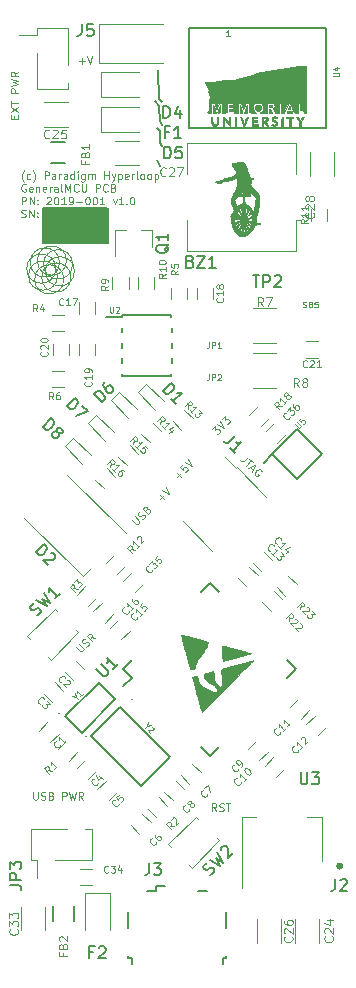
<source format=gbr>
G04 #@! TF.GenerationSoftware,KiCad,Pcbnew,(5.1.4)-1*
G04 #@! TF.CreationDate,2019-10-25T14:32:54-02:30*
G04 #@! TF.ProjectId,GeneralMCU,47656e65-7261-46c4-9d43-552e6b696361,rev?*
G04 #@! TF.SameCoordinates,Original*
G04 #@! TF.FileFunction,Legend,Top*
G04 #@! TF.FilePolarity,Positive*
%FSLAX46Y46*%
G04 Gerber Fmt 4.6, Leading zero omitted, Abs format (unit mm)*
G04 Created by KiCad (PCBNEW (5.1.4)-1) date 2019-10-25 14:32:54*
%MOMM*%
%LPD*%
G04 APERTURE LIST*
%ADD10C,0.150000*%
%ADD11C,0.100000*%
%ADD12C,0.120000*%
%ADD13C,0.200000*%
%ADD14C,0.010000*%
%ADD15C,0.050000*%
G04 APERTURE END LIST*
D10*
X78975000Y-141750000D02*
G75*
G03X78975000Y-141750000I-225000J0D01*
G01*
X78875000Y-141750000D02*
G75*
G03X78875000Y-141750000I-125000J0D01*
G01*
X78775000Y-141750000D02*
G75*
G03X78775000Y-141750000I-25000J0D01*
G01*
X63500000Y-82500000D02*
X63250000Y-82000000D01*
X63500000Y-79500000D02*
X63250000Y-79250000D01*
X63500000Y-80500000D02*
X63500000Y-79500000D01*
X63750000Y-80750000D02*
X63500000Y-80500000D01*
D11*
X52030476Y-83829166D02*
X51999523Y-83798214D01*
X51937619Y-83705357D01*
X51906666Y-83643452D01*
X51875714Y-83550595D01*
X51844761Y-83395833D01*
X51844761Y-83272023D01*
X51875714Y-83117261D01*
X51906666Y-83024404D01*
X51937619Y-82962500D01*
X51999523Y-82869642D01*
X52030476Y-82838690D01*
X52556666Y-83550595D02*
X52494761Y-83581547D01*
X52370952Y-83581547D01*
X52309047Y-83550595D01*
X52278095Y-83519642D01*
X52247142Y-83457738D01*
X52247142Y-83272023D01*
X52278095Y-83210119D01*
X52309047Y-83179166D01*
X52370952Y-83148214D01*
X52494761Y-83148214D01*
X52556666Y-83179166D01*
X52773333Y-83829166D02*
X52804285Y-83798214D01*
X52866190Y-83705357D01*
X52897142Y-83643452D01*
X52928095Y-83550595D01*
X52959047Y-83395833D01*
X52959047Y-83272023D01*
X52928095Y-83117261D01*
X52897142Y-83024404D01*
X52866190Y-82962500D01*
X52804285Y-82869642D01*
X52773333Y-82838690D01*
X53763809Y-83581547D02*
X53763809Y-82931547D01*
X54011428Y-82931547D01*
X54073333Y-82962500D01*
X54104285Y-82993452D01*
X54135238Y-83055357D01*
X54135238Y-83148214D01*
X54104285Y-83210119D01*
X54073333Y-83241071D01*
X54011428Y-83272023D01*
X53763809Y-83272023D01*
X54692380Y-83581547D02*
X54692380Y-83241071D01*
X54661428Y-83179166D01*
X54599523Y-83148214D01*
X54475714Y-83148214D01*
X54413809Y-83179166D01*
X54692380Y-83550595D02*
X54630476Y-83581547D01*
X54475714Y-83581547D01*
X54413809Y-83550595D01*
X54382857Y-83488690D01*
X54382857Y-83426785D01*
X54413809Y-83364880D01*
X54475714Y-83333928D01*
X54630476Y-83333928D01*
X54692380Y-83302976D01*
X55001904Y-83581547D02*
X55001904Y-83148214D01*
X55001904Y-83272023D02*
X55032857Y-83210119D01*
X55063809Y-83179166D01*
X55125714Y-83148214D01*
X55187619Y-83148214D01*
X55682857Y-83581547D02*
X55682857Y-83241071D01*
X55651904Y-83179166D01*
X55590000Y-83148214D01*
X55466190Y-83148214D01*
X55404285Y-83179166D01*
X55682857Y-83550595D02*
X55620952Y-83581547D01*
X55466190Y-83581547D01*
X55404285Y-83550595D01*
X55373333Y-83488690D01*
X55373333Y-83426785D01*
X55404285Y-83364880D01*
X55466190Y-83333928D01*
X55620952Y-83333928D01*
X55682857Y-83302976D01*
X56270952Y-83581547D02*
X56270952Y-82931547D01*
X56270952Y-83550595D02*
X56209047Y-83581547D01*
X56085238Y-83581547D01*
X56023333Y-83550595D01*
X55992380Y-83519642D01*
X55961428Y-83457738D01*
X55961428Y-83272023D01*
X55992380Y-83210119D01*
X56023333Y-83179166D01*
X56085238Y-83148214D01*
X56209047Y-83148214D01*
X56270952Y-83179166D01*
X56580476Y-83581547D02*
X56580476Y-83148214D01*
X56580476Y-82931547D02*
X56549523Y-82962500D01*
X56580476Y-82993452D01*
X56611428Y-82962500D01*
X56580476Y-82931547D01*
X56580476Y-82993452D01*
X57168571Y-83148214D02*
X57168571Y-83674404D01*
X57137619Y-83736309D01*
X57106666Y-83767261D01*
X57044761Y-83798214D01*
X56951904Y-83798214D01*
X56890000Y-83767261D01*
X57168571Y-83550595D02*
X57106666Y-83581547D01*
X56982857Y-83581547D01*
X56920952Y-83550595D01*
X56890000Y-83519642D01*
X56859047Y-83457738D01*
X56859047Y-83272023D01*
X56890000Y-83210119D01*
X56920952Y-83179166D01*
X56982857Y-83148214D01*
X57106666Y-83148214D01*
X57168571Y-83179166D01*
X57478095Y-83581547D02*
X57478095Y-83148214D01*
X57478095Y-83210119D02*
X57509047Y-83179166D01*
X57570952Y-83148214D01*
X57663809Y-83148214D01*
X57725714Y-83179166D01*
X57756666Y-83241071D01*
X57756666Y-83581547D01*
X57756666Y-83241071D02*
X57787619Y-83179166D01*
X57849523Y-83148214D01*
X57942380Y-83148214D01*
X58004285Y-83179166D01*
X58035238Y-83241071D01*
X58035238Y-83581547D01*
X58840000Y-83581547D02*
X58840000Y-82931547D01*
X58840000Y-83241071D02*
X59211428Y-83241071D01*
X59211428Y-83581547D02*
X59211428Y-82931547D01*
X59459047Y-83148214D02*
X59613809Y-83581547D01*
X59768571Y-83148214D02*
X59613809Y-83581547D01*
X59551904Y-83736309D01*
X59520952Y-83767261D01*
X59459047Y-83798214D01*
X60016190Y-83148214D02*
X60016190Y-83798214D01*
X60016190Y-83179166D02*
X60078095Y-83148214D01*
X60201904Y-83148214D01*
X60263809Y-83179166D01*
X60294761Y-83210119D01*
X60325714Y-83272023D01*
X60325714Y-83457738D01*
X60294761Y-83519642D01*
X60263809Y-83550595D01*
X60201904Y-83581547D01*
X60078095Y-83581547D01*
X60016190Y-83550595D01*
X60851904Y-83550595D02*
X60790000Y-83581547D01*
X60666190Y-83581547D01*
X60604285Y-83550595D01*
X60573333Y-83488690D01*
X60573333Y-83241071D01*
X60604285Y-83179166D01*
X60666190Y-83148214D01*
X60790000Y-83148214D01*
X60851904Y-83179166D01*
X60882857Y-83241071D01*
X60882857Y-83302976D01*
X60573333Y-83364880D01*
X61161428Y-83581547D02*
X61161428Y-83148214D01*
X61161428Y-83272023D02*
X61192380Y-83210119D01*
X61223333Y-83179166D01*
X61285238Y-83148214D01*
X61347142Y-83148214D01*
X61656666Y-83581547D02*
X61594761Y-83550595D01*
X61563809Y-83488690D01*
X61563809Y-82931547D01*
X61997142Y-83581547D02*
X61935238Y-83550595D01*
X61904285Y-83519642D01*
X61873333Y-83457738D01*
X61873333Y-83272023D01*
X61904285Y-83210119D01*
X61935238Y-83179166D01*
X61997142Y-83148214D01*
X62090000Y-83148214D01*
X62151904Y-83179166D01*
X62182857Y-83210119D01*
X62213809Y-83272023D01*
X62213809Y-83457738D01*
X62182857Y-83519642D01*
X62151904Y-83550595D01*
X62090000Y-83581547D01*
X61997142Y-83581547D01*
X62585238Y-83581547D02*
X62523333Y-83550595D01*
X62492380Y-83519642D01*
X62461428Y-83457738D01*
X62461428Y-83272023D01*
X62492380Y-83210119D01*
X62523333Y-83179166D01*
X62585238Y-83148214D01*
X62678095Y-83148214D01*
X62740000Y-83179166D01*
X62770952Y-83210119D01*
X62801904Y-83272023D01*
X62801904Y-83457738D01*
X62770952Y-83519642D01*
X62740000Y-83550595D01*
X62678095Y-83581547D01*
X62585238Y-83581547D01*
X63080476Y-83148214D02*
X63080476Y-83798214D01*
X63080476Y-83179166D02*
X63142380Y-83148214D01*
X63266190Y-83148214D01*
X63328095Y-83179166D01*
X63359047Y-83210119D01*
X63390000Y-83272023D01*
X63390000Y-83457738D01*
X63359047Y-83519642D01*
X63328095Y-83550595D01*
X63266190Y-83581547D01*
X63142380Y-83581547D01*
X63080476Y-83550595D01*
X52185238Y-84037500D02*
X52123333Y-84006547D01*
X52030476Y-84006547D01*
X51937619Y-84037500D01*
X51875714Y-84099404D01*
X51844761Y-84161309D01*
X51813809Y-84285119D01*
X51813809Y-84377976D01*
X51844761Y-84501785D01*
X51875714Y-84563690D01*
X51937619Y-84625595D01*
X52030476Y-84656547D01*
X52092380Y-84656547D01*
X52185238Y-84625595D01*
X52216190Y-84594642D01*
X52216190Y-84377976D01*
X52092380Y-84377976D01*
X52742380Y-84625595D02*
X52680476Y-84656547D01*
X52556666Y-84656547D01*
X52494761Y-84625595D01*
X52463809Y-84563690D01*
X52463809Y-84316071D01*
X52494761Y-84254166D01*
X52556666Y-84223214D01*
X52680476Y-84223214D01*
X52742380Y-84254166D01*
X52773333Y-84316071D01*
X52773333Y-84377976D01*
X52463809Y-84439880D01*
X53051904Y-84223214D02*
X53051904Y-84656547D01*
X53051904Y-84285119D02*
X53082857Y-84254166D01*
X53144761Y-84223214D01*
X53237619Y-84223214D01*
X53299523Y-84254166D01*
X53330476Y-84316071D01*
X53330476Y-84656547D01*
X53887619Y-84625595D02*
X53825714Y-84656547D01*
X53701904Y-84656547D01*
X53640000Y-84625595D01*
X53609047Y-84563690D01*
X53609047Y-84316071D01*
X53640000Y-84254166D01*
X53701904Y-84223214D01*
X53825714Y-84223214D01*
X53887619Y-84254166D01*
X53918571Y-84316071D01*
X53918571Y-84377976D01*
X53609047Y-84439880D01*
X54197142Y-84656547D02*
X54197142Y-84223214D01*
X54197142Y-84347023D02*
X54228095Y-84285119D01*
X54259047Y-84254166D01*
X54320952Y-84223214D01*
X54382857Y-84223214D01*
X54878095Y-84656547D02*
X54878095Y-84316071D01*
X54847142Y-84254166D01*
X54785238Y-84223214D01*
X54661428Y-84223214D01*
X54599523Y-84254166D01*
X54878095Y-84625595D02*
X54816190Y-84656547D01*
X54661428Y-84656547D01*
X54599523Y-84625595D01*
X54568571Y-84563690D01*
X54568571Y-84501785D01*
X54599523Y-84439880D01*
X54661428Y-84408928D01*
X54816190Y-84408928D01*
X54878095Y-84377976D01*
X55280476Y-84656547D02*
X55218571Y-84625595D01*
X55187619Y-84563690D01*
X55187619Y-84006547D01*
X55528095Y-84656547D02*
X55528095Y-84006547D01*
X55744761Y-84470833D01*
X55961428Y-84006547D01*
X55961428Y-84656547D01*
X56642380Y-84594642D02*
X56611428Y-84625595D01*
X56518571Y-84656547D01*
X56456666Y-84656547D01*
X56363809Y-84625595D01*
X56301904Y-84563690D01*
X56270952Y-84501785D01*
X56240000Y-84377976D01*
X56240000Y-84285119D01*
X56270952Y-84161309D01*
X56301904Y-84099404D01*
X56363809Y-84037500D01*
X56456666Y-84006547D01*
X56518571Y-84006547D01*
X56611428Y-84037500D01*
X56642380Y-84068452D01*
X56920952Y-84006547D02*
X56920952Y-84532738D01*
X56951904Y-84594642D01*
X56982857Y-84625595D01*
X57044761Y-84656547D01*
X57168571Y-84656547D01*
X57230476Y-84625595D01*
X57261428Y-84594642D01*
X57292380Y-84532738D01*
X57292380Y-84006547D01*
X58097142Y-84656547D02*
X58097142Y-84006547D01*
X58344761Y-84006547D01*
X58406666Y-84037500D01*
X58437619Y-84068452D01*
X58468571Y-84130357D01*
X58468571Y-84223214D01*
X58437619Y-84285119D01*
X58406666Y-84316071D01*
X58344761Y-84347023D01*
X58097142Y-84347023D01*
X59118571Y-84594642D02*
X59087619Y-84625595D01*
X58994761Y-84656547D01*
X58932857Y-84656547D01*
X58840000Y-84625595D01*
X58778095Y-84563690D01*
X58747142Y-84501785D01*
X58716190Y-84377976D01*
X58716190Y-84285119D01*
X58747142Y-84161309D01*
X58778095Y-84099404D01*
X58840000Y-84037500D01*
X58932857Y-84006547D01*
X58994761Y-84006547D01*
X59087619Y-84037500D01*
X59118571Y-84068452D01*
X59613809Y-84316071D02*
X59706666Y-84347023D01*
X59737619Y-84377976D01*
X59768571Y-84439880D01*
X59768571Y-84532738D01*
X59737619Y-84594642D01*
X59706666Y-84625595D01*
X59644761Y-84656547D01*
X59397142Y-84656547D01*
X59397142Y-84006547D01*
X59613809Y-84006547D01*
X59675714Y-84037500D01*
X59706666Y-84068452D01*
X59737619Y-84130357D01*
X59737619Y-84192261D01*
X59706666Y-84254166D01*
X59675714Y-84285119D01*
X59613809Y-84316071D01*
X59397142Y-84316071D01*
X51844761Y-85731547D02*
X51844761Y-85081547D01*
X52092380Y-85081547D01*
X52154285Y-85112500D01*
X52185238Y-85143452D01*
X52216190Y-85205357D01*
X52216190Y-85298214D01*
X52185238Y-85360119D01*
X52154285Y-85391071D01*
X52092380Y-85422023D01*
X51844761Y-85422023D01*
X52494761Y-85731547D02*
X52494761Y-85081547D01*
X52866190Y-85731547D01*
X52866190Y-85081547D01*
X53175714Y-85669642D02*
X53206666Y-85700595D01*
X53175714Y-85731547D01*
X53144761Y-85700595D01*
X53175714Y-85669642D01*
X53175714Y-85731547D01*
X53175714Y-85329166D02*
X53206666Y-85360119D01*
X53175714Y-85391071D01*
X53144761Y-85360119D01*
X53175714Y-85329166D01*
X53175714Y-85391071D01*
X53949523Y-85143452D02*
X53980476Y-85112500D01*
X54042380Y-85081547D01*
X54197142Y-85081547D01*
X54259047Y-85112500D01*
X54290000Y-85143452D01*
X54320952Y-85205357D01*
X54320952Y-85267261D01*
X54290000Y-85360119D01*
X53918571Y-85731547D01*
X54320952Y-85731547D01*
X54723333Y-85081547D02*
X54785238Y-85081547D01*
X54847142Y-85112500D01*
X54878095Y-85143452D01*
X54909047Y-85205357D01*
X54940000Y-85329166D01*
X54940000Y-85483928D01*
X54909047Y-85607738D01*
X54878095Y-85669642D01*
X54847142Y-85700595D01*
X54785238Y-85731547D01*
X54723333Y-85731547D01*
X54661428Y-85700595D01*
X54630476Y-85669642D01*
X54599523Y-85607738D01*
X54568571Y-85483928D01*
X54568571Y-85329166D01*
X54599523Y-85205357D01*
X54630476Y-85143452D01*
X54661428Y-85112500D01*
X54723333Y-85081547D01*
X55559047Y-85731547D02*
X55187619Y-85731547D01*
X55373333Y-85731547D02*
X55373333Y-85081547D01*
X55311428Y-85174404D01*
X55249523Y-85236309D01*
X55187619Y-85267261D01*
X55868571Y-85731547D02*
X55992380Y-85731547D01*
X56054285Y-85700595D01*
X56085238Y-85669642D01*
X56147142Y-85576785D01*
X56178095Y-85452976D01*
X56178095Y-85205357D01*
X56147142Y-85143452D01*
X56116190Y-85112500D01*
X56054285Y-85081547D01*
X55930476Y-85081547D01*
X55868571Y-85112500D01*
X55837619Y-85143452D01*
X55806666Y-85205357D01*
X55806666Y-85360119D01*
X55837619Y-85422023D01*
X55868571Y-85452976D01*
X55930476Y-85483928D01*
X56054285Y-85483928D01*
X56116190Y-85452976D01*
X56147142Y-85422023D01*
X56178095Y-85360119D01*
X56456666Y-85483928D02*
X56951904Y-85483928D01*
X57385238Y-85081547D02*
X57447142Y-85081547D01*
X57509047Y-85112500D01*
X57540000Y-85143452D01*
X57570952Y-85205357D01*
X57601904Y-85329166D01*
X57601904Y-85483928D01*
X57570952Y-85607738D01*
X57540000Y-85669642D01*
X57509047Y-85700595D01*
X57447142Y-85731547D01*
X57385238Y-85731547D01*
X57323333Y-85700595D01*
X57292380Y-85669642D01*
X57261428Y-85607738D01*
X57230476Y-85483928D01*
X57230476Y-85329166D01*
X57261428Y-85205357D01*
X57292380Y-85143452D01*
X57323333Y-85112500D01*
X57385238Y-85081547D01*
X58004285Y-85081547D02*
X58066190Y-85081547D01*
X58128095Y-85112500D01*
X58159047Y-85143452D01*
X58190000Y-85205357D01*
X58220952Y-85329166D01*
X58220952Y-85483928D01*
X58190000Y-85607738D01*
X58159047Y-85669642D01*
X58128095Y-85700595D01*
X58066190Y-85731547D01*
X58004285Y-85731547D01*
X57942380Y-85700595D01*
X57911428Y-85669642D01*
X57880476Y-85607738D01*
X57849523Y-85483928D01*
X57849523Y-85329166D01*
X57880476Y-85205357D01*
X57911428Y-85143452D01*
X57942380Y-85112500D01*
X58004285Y-85081547D01*
X58840000Y-85731547D02*
X58468571Y-85731547D01*
X58654285Y-85731547D02*
X58654285Y-85081547D01*
X58592380Y-85174404D01*
X58530476Y-85236309D01*
X58468571Y-85267261D01*
X59551904Y-85298214D02*
X59706666Y-85731547D01*
X59861428Y-85298214D01*
X60449523Y-85731547D02*
X60078095Y-85731547D01*
X60263809Y-85731547D02*
X60263809Y-85081547D01*
X60201904Y-85174404D01*
X60140000Y-85236309D01*
X60078095Y-85267261D01*
X60728095Y-85669642D02*
X60759047Y-85700595D01*
X60728095Y-85731547D01*
X60697142Y-85700595D01*
X60728095Y-85669642D01*
X60728095Y-85731547D01*
X61161428Y-85081547D02*
X61223333Y-85081547D01*
X61285238Y-85112500D01*
X61316190Y-85143452D01*
X61347142Y-85205357D01*
X61378095Y-85329166D01*
X61378095Y-85483928D01*
X61347142Y-85607738D01*
X61316190Y-85669642D01*
X61285238Y-85700595D01*
X61223333Y-85731547D01*
X61161428Y-85731547D01*
X61099523Y-85700595D01*
X61068571Y-85669642D01*
X61037619Y-85607738D01*
X61006666Y-85483928D01*
X61006666Y-85329166D01*
X61037619Y-85205357D01*
X61068571Y-85143452D01*
X61099523Y-85112500D01*
X61161428Y-85081547D01*
X51813809Y-86775595D02*
X51906666Y-86806547D01*
X52061428Y-86806547D01*
X52123333Y-86775595D01*
X52154285Y-86744642D01*
X52185238Y-86682738D01*
X52185238Y-86620833D01*
X52154285Y-86558928D01*
X52123333Y-86527976D01*
X52061428Y-86497023D01*
X51937619Y-86466071D01*
X51875714Y-86435119D01*
X51844761Y-86404166D01*
X51813809Y-86342261D01*
X51813809Y-86280357D01*
X51844761Y-86218452D01*
X51875714Y-86187500D01*
X51937619Y-86156547D01*
X52092380Y-86156547D01*
X52185238Y-86187500D01*
X52463809Y-86806547D02*
X52463809Y-86156547D01*
X52835238Y-86806547D01*
X52835238Y-86156547D01*
X53144761Y-86744642D02*
X53175714Y-86775595D01*
X53144761Y-86806547D01*
X53113809Y-86775595D01*
X53144761Y-86744642D01*
X53144761Y-86806547D01*
X53144761Y-86404166D02*
X53175714Y-86435119D01*
X53144761Y-86466071D01*
X53113809Y-86435119D01*
X53144761Y-86404166D01*
X53144761Y-86466071D01*
D12*
X70965473Y-107112081D02*
X70637174Y-107440380D01*
X70549627Y-107484153D01*
X70462081Y-107484153D01*
X70374534Y-107440380D01*
X70330761Y-107396607D01*
X71118680Y-107265287D02*
X71381319Y-107527927D01*
X70790380Y-107856226D02*
X71250000Y-107396607D01*
X71184340Y-107987546D02*
X71403206Y-108206412D01*
X71009246Y-108075093D02*
X71622072Y-107768680D01*
X71315659Y-108381506D01*
X72147352Y-108337732D02*
X72125465Y-108272072D01*
X72059805Y-108206412D01*
X71972259Y-108162639D01*
X71884712Y-108162639D01*
X71819052Y-108184526D01*
X71709619Y-108250186D01*
X71643959Y-108315846D01*
X71578299Y-108425279D01*
X71556412Y-108490939D01*
X71556412Y-108578485D01*
X71600186Y-108666032D01*
X71643959Y-108709805D01*
X71731506Y-108753578D01*
X71775279Y-108753578D01*
X71928485Y-108600372D01*
X71840939Y-108512825D01*
X67929251Y-104742356D02*
X68213777Y-104457829D01*
X68235663Y-104786129D01*
X68301323Y-104720469D01*
X68366983Y-104698582D01*
X68410757Y-104698582D01*
X68476417Y-104720469D01*
X68585850Y-104829902D01*
X68607736Y-104895562D01*
X68607736Y-104939336D01*
X68585850Y-105004995D01*
X68454530Y-105136315D01*
X68388870Y-105158202D01*
X68345097Y-105158202D01*
X68345097Y-104326510D02*
X68957923Y-104632923D01*
X68651510Y-104020097D01*
X68760943Y-103910663D02*
X69045469Y-103626137D01*
X69067356Y-103954437D01*
X69133016Y-103888777D01*
X69198676Y-103866890D01*
X69242449Y-103866890D01*
X69308109Y-103888777D01*
X69417542Y-103998210D01*
X69439429Y-104063870D01*
X69439429Y-104107643D01*
X69417542Y-104173303D01*
X69286222Y-104304623D01*
X69220562Y-104326510D01*
X69176789Y-104326510D01*
X64966890Y-108798769D02*
X65317076Y-108448582D01*
X65317076Y-108798769D02*
X64966890Y-108448582D01*
X65470283Y-107726323D02*
X65251417Y-107945190D01*
X65448396Y-108185943D01*
X65448396Y-108142170D01*
X65470283Y-108076510D01*
X65579716Y-107967076D01*
X65645376Y-107945190D01*
X65689149Y-107945190D01*
X65754809Y-107967076D01*
X65864242Y-108076510D01*
X65886129Y-108142170D01*
X65886129Y-108185943D01*
X65864242Y-108251603D01*
X65754809Y-108361036D01*
X65689149Y-108382923D01*
X65645376Y-108382923D01*
X65623489Y-107573117D02*
X66236315Y-107879530D01*
X65929902Y-107266704D01*
X63510757Y-110704902D02*
X63860943Y-110354716D01*
X63860943Y-110704902D02*
X63510757Y-110354716D01*
X63729623Y-109916983D02*
X64342449Y-110223396D01*
X64036036Y-109610570D01*
X61143307Y-112403299D02*
X61515380Y-112775372D01*
X61581040Y-112797259D01*
X61624813Y-112797259D01*
X61690473Y-112775372D01*
X61778020Y-112687825D01*
X61799906Y-112622165D01*
X61799906Y-112578392D01*
X61778020Y-112512732D01*
X61405947Y-112140659D01*
X62040659Y-112381412D02*
X62128206Y-112337639D01*
X62237639Y-112228206D01*
X62259526Y-112162546D01*
X62259526Y-112118773D01*
X62237639Y-112053113D01*
X62193866Y-112009340D01*
X62128206Y-111987453D01*
X62084433Y-111987453D01*
X62018773Y-112009340D01*
X61909340Y-112075000D01*
X61843680Y-112096886D01*
X61799906Y-112096886D01*
X61734246Y-112075000D01*
X61690473Y-112031226D01*
X61668587Y-111965566D01*
X61668587Y-111921793D01*
X61690473Y-111856133D01*
X61799906Y-111746700D01*
X61887453Y-111702927D01*
X62434619Y-111549720D02*
X62522165Y-111505947D01*
X62565939Y-111505947D01*
X62631599Y-111527834D01*
X62697259Y-111593493D01*
X62719145Y-111659153D01*
X62719145Y-111702927D01*
X62697259Y-111768587D01*
X62522165Y-111943680D01*
X62062546Y-111484060D01*
X62215753Y-111330854D01*
X62281412Y-111308967D01*
X62325186Y-111308967D01*
X62390846Y-111330854D01*
X62434619Y-111374627D01*
X62456506Y-111440287D01*
X62456506Y-111484060D01*
X62434619Y-111549720D01*
X62281412Y-111702927D01*
X56418307Y-123178299D02*
X56790380Y-123550372D01*
X56856040Y-123572259D01*
X56899813Y-123572259D01*
X56965473Y-123550372D01*
X57053020Y-123462825D01*
X57074906Y-123397165D01*
X57074906Y-123353392D01*
X57053020Y-123287732D01*
X56680947Y-122915659D01*
X57315659Y-123156412D02*
X57403206Y-123112639D01*
X57512639Y-123003206D01*
X57534526Y-122937546D01*
X57534526Y-122893773D01*
X57512639Y-122828113D01*
X57468866Y-122784340D01*
X57403206Y-122762453D01*
X57359433Y-122762453D01*
X57293773Y-122784340D01*
X57184340Y-122850000D01*
X57118680Y-122871886D01*
X57074906Y-122871886D01*
X57009246Y-122850000D01*
X56965473Y-122806226D01*
X56943587Y-122740566D01*
X56943587Y-122696793D01*
X56965473Y-122631133D01*
X57074906Y-122521700D01*
X57162453Y-122477927D01*
X58059805Y-122456040D02*
X57687732Y-122390380D01*
X57797165Y-122718680D02*
X57337546Y-122259060D01*
X57512639Y-122083967D01*
X57578299Y-122062081D01*
X57622072Y-122062081D01*
X57687732Y-122083967D01*
X57753392Y-122149627D01*
X57775279Y-122215287D01*
X57775279Y-122259060D01*
X57753392Y-122324720D01*
X57578299Y-122499813D01*
X56673809Y-73571428D02*
X57169047Y-73571428D01*
X56921428Y-73819047D02*
X56921428Y-73323809D01*
X57385714Y-73169047D02*
X57602380Y-73819047D01*
X57819047Y-73169047D01*
X51203571Y-78465476D02*
X51203571Y-78248809D01*
X51544047Y-78155952D02*
X51544047Y-78465476D01*
X50894047Y-78465476D01*
X50894047Y-78155952D01*
X50894047Y-77939285D02*
X51544047Y-77505952D01*
X50894047Y-77505952D02*
X51544047Y-77939285D01*
X50894047Y-77351190D02*
X50894047Y-76979761D01*
X51544047Y-77165476D02*
X50894047Y-77165476D01*
X51544047Y-76267857D02*
X50894047Y-76267857D01*
X50894047Y-76020238D01*
X50925000Y-75958333D01*
X50955952Y-75927380D01*
X51017857Y-75896428D01*
X51110714Y-75896428D01*
X51172619Y-75927380D01*
X51203571Y-75958333D01*
X51234523Y-76020238D01*
X51234523Y-76267857D01*
X50894047Y-75679761D02*
X51544047Y-75525000D01*
X51079761Y-75401190D01*
X51544047Y-75277380D01*
X50894047Y-75122619D01*
X51544047Y-74503571D02*
X51234523Y-74720238D01*
X51544047Y-74875000D02*
X50894047Y-74875000D01*
X50894047Y-74627380D01*
X50925000Y-74565476D01*
X50955952Y-74534523D01*
X51017857Y-74503571D01*
X51110714Y-74503571D01*
X51172619Y-74534523D01*
X51203571Y-74565476D01*
X51234523Y-74627380D01*
X51234523Y-74875000D01*
D10*
X63475000Y-77350000D02*
X63100000Y-76950000D01*
X63500000Y-78700000D02*
X63475000Y-77375000D01*
X63750000Y-78975000D02*
X63500000Y-78700000D01*
X63450000Y-76800000D02*
X63750000Y-77075000D01*
X63400000Y-74375000D02*
X63450000Y-76800000D01*
D12*
X70393680Y-134659619D02*
X70393680Y-134703392D01*
X70349906Y-134790939D01*
X70306133Y-134834712D01*
X70218587Y-134878485D01*
X70131040Y-134878485D01*
X70065380Y-134856599D01*
X69955947Y-134790939D01*
X69890287Y-134725279D01*
X69824627Y-134615846D01*
X69802740Y-134550186D01*
X69802740Y-134462639D01*
X69846514Y-134375093D01*
X69890287Y-134331319D01*
X69977834Y-134287546D01*
X70021607Y-134287546D01*
X70875186Y-134265659D02*
X70612546Y-134528299D01*
X70743866Y-134396979D02*
X70284246Y-133937360D01*
X70306133Y-134046793D01*
X70306133Y-134134340D01*
X70284246Y-134200000D01*
X70700093Y-133521514D02*
X70743866Y-133477740D01*
X70809526Y-133455854D01*
X70853299Y-133455854D01*
X70918959Y-133477740D01*
X71028392Y-133543400D01*
X71137825Y-133652834D01*
X71203485Y-133762267D01*
X71225372Y-133827927D01*
X71225372Y-133871700D01*
X71203485Y-133937360D01*
X71159712Y-133981133D01*
X71094052Y-134003020D01*
X71050279Y-134003020D01*
X70984619Y-133981133D01*
X70875186Y-133915473D01*
X70765753Y-133806040D01*
X70700093Y-133696607D01*
X70678206Y-133630947D01*
X70678206Y-133587174D01*
X70700093Y-133521514D01*
X68319047Y-137094047D02*
X68102380Y-136784523D01*
X67947619Y-137094047D02*
X67947619Y-136444047D01*
X68195238Y-136444047D01*
X68257142Y-136475000D01*
X68288095Y-136505952D01*
X68319047Y-136567857D01*
X68319047Y-136660714D01*
X68288095Y-136722619D01*
X68257142Y-136753571D01*
X68195238Y-136784523D01*
X67947619Y-136784523D01*
X68566666Y-137063095D02*
X68659523Y-137094047D01*
X68814285Y-137094047D01*
X68876190Y-137063095D01*
X68907142Y-137032142D01*
X68938095Y-136970238D01*
X68938095Y-136908333D01*
X68907142Y-136846428D01*
X68876190Y-136815476D01*
X68814285Y-136784523D01*
X68690476Y-136753571D01*
X68628571Y-136722619D01*
X68597619Y-136691666D01*
X68566666Y-136629761D01*
X68566666Y-136567857D01*
X68597619Y-136505952D01*
X68628571Y-136475000D01*
X68690476Y-136444047D01*
X68845238Y-136444047D01*
X68938095Y-136475000D01*
X69123809Y-136444047D02*
X69495238Y-136444047D01*
X69309523Y-137094047D02*
X69309523Y-136444047D01*
X52810714Y-135469047D02*
X52810714Y-135995238D01*
X52841666Y-136057142D01*
X52872619Y-136088095D01*
X52934523Y-136119047D01*
X53058333Y-136119047D01*
X53120238Y-136088095D01*
X53151190Y-136057142D01*
X53182142Y-135995238D01*
X53182142Y-135469047D01*
X53460714Y-136088095D02*
X53553571Y-136119047D01*
X53708333Y-136119047D01*
X53770238Y-136088095D01*
X53801190Y-136057142D01*
X53832142Y-135995238D01*
X53832142Y-135933333D01*
X53801190Y-135871428D01*
X53770238Y-135840476D01*
X53708333Y-135809523D01*
X53584523Y-135778571D01*
X53522619Y-135747619D01*
X53491666Y-135716666D01*
X53460714Y-135654761D01*
X53460714Y-135592857D01*
X53491666Y-135530952D01*
X53522619Y-135500000D01*
X53584523Y-135469047D01*
X53739285Y-135469047D01*
X53832142Y-135500000D01*
X54327380Y-135778571D02*
X54420238Y-135809523D01*
X54451190Y-135840476D01*
X54482142Y-135902380D01*
X54482142Y-135995238D01*
X54451190Y-136057142D01*
X54420238Y-136088095D01*
X54358333Y-136119047D01*
X54110714Y-136119047D01*
X54110714Y-135469047D01*
X54327380Y-135469047D01*
X54389285Y-135500000D01*
X54420238Y-135530952D01*
X54451190Y-135592857D01*
X54451190Y-135654761D01*
X54420238Y-135716666D01*
X54389285Y-135747619D01*
X54327380Y-135778571D01*
X54110714Y-135778571D01*
X55255952Y-136119047D02*
X55255952Y-135469047D01*
X55503571Y-135469047D01*
X55565476Y-135500000D01*
X55596428Y-135530952D01*
X55627380Y-135592857D01*
X55627380Y-135685714D01*
X55596428Y-135747619D01*
X55565476Y-135778571D01*
X55503571Y-135809523D01*
X55255952Y-135809523D01*
X55844047Y-135469047D02*
X55998809Y-136119047D01*
X56122619Y-135654761D01*
X56246428Y-136119047D01*
X56401190Y-135469047D01*
X57020238Y-136119047D02*
X56803571Y-135809523D01*
X56648809Y-136119047D02*
X56648809Y-135469047D01*
X56896428Y-135469047D01*
X56958333Y-135500000D01*
X56989285Y-135530952D01*
X57020238Y-135592857D01*
X57020238Y-135685714D01*
X56989285Y-135747619D01*
X56958333Y-135778571D01*
X56896428Y-135809523D01*
X56648809Y-135809523D01*
D13*
X57308834Y-130750788D02*
G75*
G03X57308834Y-130750788I0J0D01*
G01*
X61197921Y-127568808D02*
G75*
G03X61197921Y-127568808I0J0D01*
G01*
X55010737Y-128806245D02*
G75*
G03X55010737Y-128806245I0J0D01*
G01*
D12*
X74153051Y-118864716D02*
X73445944Y-118157609D01*
X74407609Y-117195944D02*
X75114716Y-117903051D01*
D10*
X59100000Y-86025000D02*
X59100000Y-89025000D01*
X53600000Y-86025000D02*
X53600000Y-89025000D01*
X53650000Y-86025000D02*
X59050000Y-86025000D01*
X59050000Y-86125000D02*
X53650000Y-86125000D01*
X53650000Y-86225000D02*
X59050000Y-86225000D01*
X59050000Y-86325000D02*
X53650000Y-86325000D01*
X53650000Y-86425000D02*
X59050000Y-86425000D01*
X59050000Y-86525000D02*
X53650000Y-86525000D01*
X53650000Y-86625000D02*
X59050000Y-86625000D01*
X59050000Y-86725000D02*
X53650000Y-86725000D01*
X53650000Y-86825000D02*
X59050000Y-86825000D01*
X59050000Y-86925000D02*
X53650000Y-86925000D01*
X53650000Y-87025000D02*
X59050000Y-87025000D01*
X59050000Y-87125000D02*
X53650000Y-87125000D01*
X53650000Y-87225000D02*
X59050000Y-87225000D01*
X59050000Y-87325000D02*
X53650000Y-87325000D01*
X53650000Y-87425000D02*
X59050000Y-87425000D01*
X59050000Y-87525000D02*
X53650000Y-87525000D01*
X53650000Y-87625000D02*
X59050000Y-87625000D01*
X59050000Y-87725000D02*
X53650000Y-87725000D01*
X53650000Y-87825000D02*
X59050000Y-87825000D01*
X59050000Y-87925000D02*
X53650000Y-87925000D01*
X53650000Y-88025000D02*
X59050000Y-88025000D01*
X59050000Y-88125000D02*
X53650000Y-88125000D01*
X53650000Y-88225000D02*
X59050000Y-88225000D01*
X59050000Y-88325000D02*
X53650000Y-88325000D01*
X53650000Y-88425000D02*
X59050000Y-88425000D01*
X59050000Y-88525000D02*
X53650000Y-88525000D01*
X53650000Y-88625000D02*
X59050000Y-88625000D01*
X59050000Y-88725000D02*
X53650000Y-88725000D01*
X53650000Y-88825000D02*
X59050000Y-88825000D01*
X59050000Y-88925000D02*
X53650000Y-88925000D01*
X53650000Y-89025000D02*
X59050000Y-89025000D01*
D12*
X54385000Y-99830000D02*
X55385000Y-99830000D01*
X55385000Y-101190000D02*
X54385000Y-101190000D01*
X72903051Y-120114716D02*
X72195944Y-119407609D01*
X73157609Y-118445944D02*
X73864716Y-119153051D01*
D10*
X66800000Y-143850000D02*
X67525000Y-143850000D01*
X63200000Y-143850000D02*
X62475000Y-143850000D01*
X63200000Y-143425000D02*
X63200000Y-143850000D01*
X63925000Y-143425000D02*
X63200000Y-143425000D01*
X69150000Y-147000000D02*
X69150000Y-145600000D01*
X69150000Y-149550000D02*
X69150000Y-149400000D01*
X68850000Y-149550000D02*
X69150000Y-149550000D01*
X68850000Y-150000000D02*
X68850000Y-149550000D01*
X61150000Y-149550000D02*
X61150000Y-150000000D01*
X60850000Y-149550000D02*
X61150000Y-149550000D01*
X60850000Y-149400000D02*
X60850000Y-149550000D01*
X60850000Y-145600000D02*
X60850000Y-147000000D01*
D12*
X65815000Y-92760000D02*
X65815000Y-93760000D01*
X64455000Y-93760000D02*
X64455000Y-92760000D01*
X63191961Y-137595582D02*
X62484854Y-136888475D01*
X63446519Y-135926810D02*
X64153626Y-136633917D01*
X54084009Y-124071626D02*
X54296141Y-124283758D01*
X54296141Y-124283758D02*
X56629594Y-121950305D01*
X56629594Y-121950305D02*
X56417462Y-121738173D01*
X52528374Y-122515991D02*
X52316242Y-122303859D01*
X52316242Y-122303859D02*
X54649695Y-119970406D01*
X54649695Y-119970406D02*
X54861827Y-120182538D01*
X71104652Y-103522615D02*
X71811759Y-102815508D01*
X72773424Y-103777173D02*
X72066317Y-104484280D01*
X58155657Y-119016136D02*
X57448550Y-119723243D01*
X56486885Y-118761578D02*
X57193992Y-118054471D01*
X54385000Y-95080000D02*
X55385000Y-95080000D01*
X55385000Y-96440000D02*
X54385000Y-96440000D01*
X53095000Y-72865000D02*
X53095000Y-75975000D01*
X55755000Y-75405000D02*
X55755000Y-75975000D01*
X53095000Y-70775000D02*
X53095000Y-71345000D01*
X53095000Y-71345000D02*
X51575000Y-71345000D01*
X55755000Y-70775000D02*
X55755000Y-73885000D01*
X53095000Y-75975000D02*
X55755000Y-75975000D01*
X53095000Y-70775000D02*
X55755000Y-70775000D01*
X58945944Y-116092391D02*
X59653051Y-115385284D01*
X60614716Y-116346949D02*
X59907609Y-117054056D01*
X72396787Y-133257266D02*
X73103894Y-132550159D01*
X74065559Y-133511824D02*
X73358452Y-134218931D01*
X56167391Y-126029056D02*
X55460284Y-125321949D01*
X56421949Y-124360284D02*
X57129056Y-125067391D01*
X58143220Y-133706494D02*
X57436113Y-134413601D01*
X56474448Y-133451936D02*
X57181555Y-132744829D01*
X66274946Y-133098383D02*
X66982053Y-133805490D01*
X66020388Y-134767155D02*
X65313281Y-134060048D01*
X54646949Y-126185284D02*
X55354056Y-126892391D01*
X54392391Y-127854056D02*
X53685284Y-127146949D01*
X72346949Y-115135284D02*
X73054056Y-115842391D01*
X72092391Y-116804056D02*
X71385284Y-116096949D01*
D10*
X61905027Y-134993430D02*
X64379901Y-132518556D01*
X60137261Y-128275916D02*
X57662387Y-130750790D01*
X64379901Y-132518556D02*
X60137261Y-128275916D01*
X57662387Y-130750790D02*
X61905027Y-134993430D01*
D12*
X54961240Y-130524514D02*
X54254133Y-131231621D01*
X53292468Y-130269956D02*
X53999575Y-129562849D01*
X64860734Y-134512596D02*
X65567841Y-135219703D01*
X64606176Y-136181368D02*
X63899069Y-135474261D01*
X62032306Y-137341023D02*
X62739413Y-138048130D01*
X61777748Y-139009795D02*
X61070641Y-138302688D01*
X58242215Y-135219703D02*
X58949322Y-134512596D01*
X59910987Y-135474261D02*
X59203880Y-136181368D01*
X74518108Y-128307519D02*
X75225215Y-127600412D01*
X76186880Y-128562077D02*
X75479773Y-129269184D01*
D10*
X58348224Y-126212563D02*
X55519797Y-129040990D01*
X58348224Y-126212563D02*
X59762437Y-127626776D01*
X59762437Y-127626776D02*
X56934010Y-130455203D01*
X56934010Y-130455203D02*
X55519797Y-129040990D01*
D12*
X72651346Y-132097611D02*
X71944239Y-132804718D01*
X70982574Y-131843053D02*
X71689681Y-131135946D01*
X54883457Y-131860945D02*
X55590564Y-131153838D01*
X56552229Y-132115503D02*
X55845122Y-132822610D01*
X54690000Y-141255000D02*
X57800000Y-141255000D01*
X57230000Y-138595000D02*
X57800000Y-138595000D01*
X52600000Y-141255000D02*
X53170000Y-141255000D01*
X53170000Y-141255000D02*
X53170000Y-142775000D01*
X52600000Y-138595000D02*
X55710000Y-138595000D01*
X57800000Y-141255000D02*
X57800000Y-138595000D01*
X52600000Y-141255000D02*
X52600000Y-138595000D01*
X77601093Y-129976291D02*
X76893986Y-130683398D01*
X75932321Y-129721733D02*
X76639428Y-129014626D01*
X70842391Y-118054056D02*
X70135284Y-117346949D01*
X71096949Y-116385284D02*
X71804056Y-117092391D01*
X62114716Y-117846949D02*
X61407609Y-118554056D01*
X60445944Y-117592391D02*
X61153051Y-116885284D01*
X53780000Y-147185000D02*
X53780000Y-145185000D01*
X51740000Y-145185000D02*
X51740000Y-147185000D01*
X68065000Y-92760000D02*
X68065000Y-93760000D01*
X66705000Y-93760000D02*
X66705000Y-92760000D01*
X54455000Y-98510000D02*
X54455000Y-97510000D01*
X55815000Y-97510000D02*
X55815000Y-98510000D01*
X73770000Y-148240000D02*
X73770000Y-146240000D01*
X71730000Y-146240000D02*
X71730000Y-148240000D01*
D10*
X55475000Y-82225000D02*
X54275000Y-82225000D01*
X54275000Y-80475000D02*
X55475000Y-80475000D01*
D12*
X57901099Y-120175791D02*
X58608206Y-119468684D01*
X59569871Y-120430349D02*
X58862764Y-121137456D01*
X75885000Y-97330000D02*
X76885000Y-97330000D01*
X76885000Y-98690000D02*
X75885000Y-98690000D01*
X60984084Y-121844563D02*
X60276977Y-122551670D01*
X59315312Y-121590005D02*
X60022419Y-120882898D01*
X56705000Y-95010000D02*
X56705000Y-94010000D01*
X58065000Y-94010000D02*
X58065000Y-95010000D01*
X58065000Y-97510000D02*
X58065000Y-98510000D01*
X56705000Y-98510000D02*
X56705000Y-97510000D01*
X55750000Y-77090000D02*
X53750000Y-77090000D01*
X53750000Y-79130000D02*
X55750000Y-79130000D01*
X78295000Y-83325000D02*
X78295000Y-81325000D01*
X76255000Y-81325000D02*
X76255000Y-83325000D01*
X74187638Y-105191388D02*
X73480531Y-105898495D01*
X72518866Y-104936830D02*
X73225973Y-104229723D01*
D10*
X54510000Y-146360000D02*
X54510000Y-145160000D01*
X56260000Y-145160000D02*
X56260000Y-146360000D01*
D12*
X74980000Y-146240000D02*
X74980000Y-148240000D01*
X77020000Y-148240000D02*
X77020000Y-146240000D01*
X57750000Y-143330000D02*
X56750000Y-143330000D01*
X56750000Y-141970000D02*
X57750000Y-141970000D01*
X59725000Y-82370000D02*
X61725000Y-82370000D01*
X61725000Y-80330000D02*
X59725000Y-80330000D01*
X62368630Y-100911523D02*
X63853554Y-102396447D01*
X61661523Y-101618630D02*
X63146447Y-103103554D01*
X62368630Y-100911523D02*
X61661523Y-101618630D01*
X62669113Y-105859207D02*
X61962006Y-105152100D01*
X62923671Y-104190435D02*
X63630778Y-104897542D01*
X60979127Y-106134979D02*
X61686234Y-106842086D01*
X60724569Y-107803751D02*
X60017462Y-107096644D01*
X65596949Y-103135284D02*
X66304056Y-103842391D01*
X65342391Y-104804056D02*
X64635284Y-104096949D01*
X66223223Y-141881676D02*
X66011091Y-141669544D01*
X68556676Y-139548223D02*
X66223223Y-141881676D01*
X68344544Y-139336091D02*
X68556676Y-139548223D01*
X64243324Y-139901777D02*
X64455456Y-140113909D01*
X66576777Y-137568324D02*
X64243324Y-139901777D01*
X66788909Y-137780456D02*
X66576777Y-137568324D01*
X73385000Y-98280000D02*
X71385000Y-98280000D01*
X71385000Y-101240000D02*
X73385000Y-101240000D01*
X58360000Y-70460000D02*
X63760000Y-70460000D01*
X58360000Y-73760000D02*
X63760000Y-73760000D01*
X58360000Y-70460000D02*
X58360000Y-73760000D01*
X73385000Y-94530000D02*
X71385000Y-94530000D01*
X71385000Y-97490000D02*
X73385000Y-97490000D01*
D10*
X65990000Y-70750000D02*
X65990000Y-79250000D01*
X77590000Y-70750000D02*
X77590000Y-79250000D01*
X65990000Y-70750000D02*
X77590000Y-70750000D01*
X65990000Y-79250000D02*
X77590000Y-79250000D01*
X73052731Y-106884909D02*
X72345624Y-107592016D01*
X73052731Y-106884909D02*
X75174051Y-104763589D01*
X75174051Y-104763589D02*
X77295371Y-106884909D01*
X77295371Y-106884909D02*
X75174051Y-109006229D01*
X75174051Y-109006229D02*
X73052731Y-106884909D01*
D12*
X60074031Y-101595354D02*
X59366924Y-102302461D01*
X59366924Y-102302461D02*
X60851848Y-103787385D01*
X60074031Y-101595354D02*
X61558955Y-103080278D01*
X56184944Y-105484441D02*
X57669868Y-106969365D01*
X55477837Y-106191548D02*
X56962761Y-107676472D01*
X56184944Y-105484441D02*
X55477837Y-106191548D01*
X70039447Y-107964466D02*
X72535534Y-110460553D01*
X65464466Y-112539447D02*
X67960553Y-115035534D01*
X69056569Y-107073512D02*
X69993485Y-108010428D01*
X70039447Y-107964466D02*
X69993485Y-108010428D01*
X72535534Y-110460553D02*
X72489572Y-110506515D01*
X65510428Y-112493485D02*
X65464466Y-112539447D01*
X68006515Y-114989572D02*
X67960553Y-115035534D01*
X59034583Y-108079523D02*
X59741690Y-108786630D01*
X58780025Y-109748295D02*
X58072918Y-109041188D01*
X58129487Y-103539897D02*
X59614411Y-105024821D01*
X57422380Y-104247004D02*
X58907304Y-105731928D01*
X58129487Y-103539897D02*
X57422380Y-104247004D01*
X58550000Y-77440000D02*
X58550000Y-79560000D01*
X61750000Y-77440000D02*
X58550000Y-77440000D01*
X58550000Y-79560000D02*
X61750000Y-79560000D01*
X58560000Y-76670000D02*
X61760000Y-76670000D01*
X61760000Y-74550000D02*
X58560000Y-74550000D01*
X58560000Y-74550000D02*
X58560000Y-76670000D01*
X56998116Y-117187058D02*
X52048369Y-112237311D01*
X57705223Y-116479951D02*
X56998116Y-117187058D01*
X60639716Y-113545458D02*
X55689969Y-108595711D01*
X57200000Y-143985000D02*
X57200000Y-147185000D01*
X59320000Y-147185000D02*
X59320000Y-143985000D01*
X59320000Y-143985000D02*
X57200000Y-143985000D01*
X70450000Y-143590000D02*
X70450000Y-137580000D01*
X77270000Y-141340000D02*
X77270000Y-137580000D01*
X70450000Y-137580000D02*
X71710000Y-137580000D01*
X77270000Y-137580000D02*
X76010000Y-137580000D01*
D10*
X61139648Y-125783148D02*
X60414863Y-126507932D01*
X67751096Y-117757486D02*
X66990956Y-118517626D01*
X75069651Y-125076041D02*
X74309511Y-125836181D01*
X67751096Y-132394596D02*
X68511236Y-131634456D01*
X60432541Y-125076041D02*
X61192681Y-124315901D01*
X67751096Y-132394596D02*
X66990956Y-131634456D01*
X75069651Y-125076041D02*
X74309511Y-124315901D01*
X67751096Y-117757486D02*
X68511236Y-118517626D01*
X60432541Y-125076041D02*
X61139648Y-125783148D01*
X64535000Y-96165000D02*
X64535000Y-96565000D01*
X64535000Y-97465000D02*
X64535000Y-97865000D01*
X64535000Y-98765000D02*
X64535000Y-99165000D01*
X60335000Y-98765000D02*
X60335000Y-99165000D01*
X60335000Y-97465000D02*
X60335000Y-97865000D01*
X60335000Y-96165000D02*
X60335000Y-96565000D01*
X60360000Y-95090000D02*
X60360000Y-95235000D01*
X64510000Y-95090000D02*
X64510000Y-95235000D01*
X64510000Y-100240000D02*
X64510000Y-100095000D01*
X60360000Y-100240000D02*
X60360000Y-100095000D01*
X60360000Y-95090000D02*
X64510000Y-95090000D01*
X60360000Y-100240000D02*
X64510000Y-100240000D01*
X60360000Y-95235000D02*
X58960000Y-95235000D01*
D12*
X75085000Y-87060000D02*
X75415000Y-87060000D01*
X75085000Y-80490000D02*
X75085000Y-83140000D01*
X65865000Y-80490000D02*
X75085000Y-80490000D01*
X65865000Y-83140000D02*
X65865000Y-80490000D01*
X65865000Y-89710000D02*
X65865000Y-87060000D01*
X75085000Y-89710000D02*
X65865000Y-89710000D01*
X75085000Y-87060000D02*
X75085000Y-89710000D01*
X60880000Y-91900000D02*
X60880000Y-92900000D01*
X59520000Y-92900000D02*
X59520000Y-91900000D01*
X61670000Y-92900000D02*
X61670000Y-91900000D01*
X63030000Y-91900000D02*
X63030000Y-92900000D01*
X77705000Y-86100000D02*
X77705000Y-87100000D01*
X76345000Y-87100000D02*
X76345000Y-86100000D01*
X62855000Y-87890000D02*
X61925000Y-87890000D01*
X59695000Y-87890000D02*
X60625000Y-87890000D01*
X59695000Y-87890000D02*
X59695000Y-90050000D01*
X62855000Y-87890000D02*
X62855000Y-89350000D01*
D14*
G36*
X65330370Y-122148378D02*
G01*
X65373102Y-122158552D01*
X65440092Y-122175381D01*
X65528527Y-122198109D01*
X65635597Y-122225983D01*
X65758490Y-122258246D01*
X65894395Y-122294145D01*
X66040501Y-122332925D01*
X66193996Y-122373831D01*
X66352067Y-122416109D01*
X66511905Y-122459002D01*
X66670698Y-122501758D01*
X66825634Y-122543620D01*
X66973901Y-122583834D01*
X67112689Y-122621646D01*
X67239186Y-122656301D01*
X67350580Y-122687044D01*
X67444060Y-122713120D01*
X67516814Y-122733774D01*
X67566032Y-122748252D01*
X67588902Y-122755800D01*
X67590133Y-122756470D01*
X67593528Y-122778886D01*
X67586831Y-122825062D01*
X67571249Y-122889920D01*
X67547990Y-122968375D01*
X67520973Y-123047844D01*
X67480328Y-123152092D01*
X67432715Y-123256851D01*
X67376146Y-123365383D01*
X67308630Y-123480944D01*
X67228178Y-123606794D01*
X67132800Y-123746196D01*
X67020507Y-123902405D01*
X66902082Y-124061727D01*
X66799565Y-124200525D01*
X66716204Y-124319805D01*
X66650349Y-124423001D01*
X66600352Y-124513545D01*
X66564563Y-124594871D01*
X66541336Y-124670412D01*
X66529024Y-124743603D01*
X66525976Y-124817875D01*
X66526737Y-124843570D01*
X66530515Y-124901390D01*
X66535659Y-124946512D01*
X66541165Y-124970564D01*
X66542130Y-124972023D01*
X66546317Y-124982698D01*
X66535141Y-124994040D01*
X66505328Y-125007350D01*
X66453599Y-125023924D01*
X66376677Y-125045065D01*
X66322546Y-125059081D01*
X66240383Y-125078538D01*
X66174050Y-125091176D01*
X66128131Y-125096276D01*
X66107214Y-125093112D01*
X66107132Y-125093019D01*
X66101162Y-125076040D01*
X66087974Y-125031759D01*
X66068230Y-124962643D01*
X66042594Y-124871161D01*
X66011730Y-124759784D01*
X65976302Y-124630977D01*
X65936972Y-124487210D01*
X65894405Y-124330951D01*
X65849265Y-124164669D01*
X65802215Y-123990833D01*
X65753919Y-123811910D01*
X65705041Y-123630369D01*
X65656242Y-123448679D01*
X65608190Y-123269308D01*
X65561545Y-123094725D01*
X65516973Y-122927398D01*
X65475136Y-122769795D01*
X65436699Y-122624386D01*
X65402324Y-122493637D01*
X65372676Y-122380019D01*
X65348420Y-122286000D01*
X65330217Y-122214047D01*
X65318731Y-122166630D01*
X65314628Y-122146217D01*
X65314708Y-122145613D01*
X65330370Y-122148378D01*
X65330370Y-122148378D01*
G37*
X65330370Y-122148378D02*
X65373102Y-122158552D01*
X65440092Y-122175381D01*
X65528527Y-122198109D01*
X65635597Y-122225983D01*
X65758490Y-122258246D01*
X65894395Y-122294145D01*
X66040501Y-122332925D01*
X66193996Y-122373831D01*
X66352067Y-122416109D01*
X66511905Y-122459002D01*
X66670698Y-122501758D01*
X66825634Y-122543620D01*
X66973901Y-122583834D01*
X67112689Y-122621646D01*
X67239186Y-122656301D01*
X67350580Y-122687044D01*
X67444060Y-122713120D01*
X67516814Y-122733774D01*
X67566032Y-122748252D01*
X67588902Y-122755800D01*
X67590133Y-122756470D01*
X67593528Y-122778886D01*
X67586831Y-122825062D01*
X67571249Y-122889920D01*
X67547990Y-122968375D01*
X67520973Y-123047844D01*
X67480328Y-123152092D01*
X67432715Y-123256851D01*
X67376146Y-123365383D01*
X67308630Y-123480944D01*
X67228178Y-123606794D01*
X67132800Y-123746196D01*
X67020507Y-123902405D01*
X66902082Y-124061727D01*
X66799565Y-124200525D01*
X66716204Y-124319805D01*
X66650349Y-124423001D01*
X66600352Y-124513545D01*
X66564563Y-124594871D01*
X66541336Y-124670412D01*
X66529024Y-124743603D01*
X66525976Y-124817875D01*
X66526737Y-124843570D01*
X66530515Y-124901390D01*
X66535659Y-124946512D01*
X66541165Y-124970564D01*
X66542130Y-124972023D01*
X66546317Y-124982698D01*
X66535141Y-124994040D01*
X66505328Y-125007350D01*
X66453599Y-125023924D01*
X66376677Y-125045065D01*
X66322546Y-125059081D01*
X66240383Y-125078538D01*
X66174050Y-125091176D01*
X66128131Y-125096276D01*
X66107214Y-125093112D01*
X66107132Y-125093019D01*
X66101162Y-125076040D01*
X66087974Y-125031759D01*
X66068230Y-124962643D01*
X66042594Y-124871161D01*
X66011730Y-124759784D01*
X65976302Y-124630977D01*
X65936972Y-124487210D01*
X65894405Y-124330951D01*
X65849265Y-124164669D01*
X65802215Y-123990833D01*
X65753919Y-123811910D01*
X65705041Y-123630369D01*
X65656242Y-123448679D01*
X65608190Y-123269308D01*
X65561545Y-123094725D01*
X65516973Y-122927398D01*
X65475136Y-122769795D01*
X65436699Y-122624386D01*
X65402324Y-122493637D01*
X65372676Y-122380019D01*
X65348420Y-122286000D01*
X65330217Y-122214047D01*
X65318731Y-122166630D01*
X65314628Y-122146217D01*
X65314708Y-122145613D01*
X65330370Y-122148378D01*
G36*
X68846295Y-123085506D02*
G01*
X68867829Y-123090947D01*
X68916838Y-123103779D01*
X68990880Y-123123355D01*
X69087518Y-123149022D01*
X69204313Y-123180130D01*
X69338823Y-123216030D01*
X69488611Y-123256070D01*
X69651237Y-123299601D01*
X69824263Y-123345971D01*
X70002309Y-123393742D01*
X70184174Y-123442560D01*
X70358771Y-123489417D01*
X70523569Y-123533635D01*
X70676040Y-123574536D01*
X70813653Y-123611439D01*
X70933878Y-123643669D01*
X71034185Y-123670547D01*
X71112045Y-123691393D01*
X71164927Y-123705532D01*
X71189750Y-123712136D01*
X71231147Y-123723834D01*
X71255839Y-123732378D01*
X71259173Y-123734827D01*
X71243904Y-123739237D01*
X71200959Y-123751015D01*
X71132591Y-123769556D01*
X71041057Y-123794255D01*
X70928610Y-123824505D01*
X70797506Y-123859700D01*
X70649999Y-123899235D01*
X70488345Y-123942506D01*
X70314798Y-123988904D01*
X70131612Y-124037826D01*
X70061907Y-124056429D01*
X69875435Y-124106218D01*
X69697556Y-124153784D01*
X69530550Y-124198513D01*
X69376696Y-124239790D01*
X69238275Y-124277002D01*
X69117566Y-124309534D01*
X69016849Y-124336773D01*
X68938404Y-124358105D01*
X68884512Y-124372916D01*
X68857453Y-124380591D01*
X68854718Y-124381490D01*
X68851699Y-124367887D01*
X68847895Y-124327249D01*
X68843471Y-124263506D01*
X68838594Y-124180583D01*
X68833432Y-124082407D01*
X68828152Y-123972906D01*
X68822920Y-123856006D01*
X68817902Y-123735636D01*
X68813266Y-123615721D01*
X68809178Y-123500190D01*
X68805806Y-123392968D01*
X68803316Y-123297983D01*
X68801875Y-123219163D01*
X68801650Y-123160434D01*
X68802016Y-123140737D01*
X68804034Y-123076264D01*
X68846295Y-123085506D01*
X68846295Y-123085506D01*
G37*
X68846295Y-123085506D02*
X68867829Y-123090947D01*
X68916838Y-123103779D01*
X68990880Y-123123355D01*
X69087518Y-123149022D01*
X69204313Y-123180130D01*
X69338823Y-123216030D01*
X69488611Y-123256070D01*
X69651237Y-123299601D01*
X69824263Y-123345971D01*
X70002309Y-123393742D01*
X70184174Y-123442560D01*
X70358771Y-123489417D01*
X70523569Y-123533635D01*
X70676040Y-123574536D01*
X70813653Y-123611439D01*
X70933878Y-123643669D01*
X71034185Y-123670547D01*
X71112045Y-123691393D01*
X71164927Y-123705532D01*
X71189750Y-123712136D01*
X71231147Y-123723834D01*
X71255839Y-123732378D01*
X71259173Y-123734827D01*
X71243904Y-123739237D01*
X71200959Y-123751015D01*
X71132591Y-123769556D01*
X71041057Y-123794255D01*
X70928610Y-123824505D01*
X70797506Y-123859700D01*
X70649999Y-123899235D01*
X70488345Y-123942506D01*
X70314798Y-123988904D01*
X70131612Y-124037826D01*
X70061907Y-124056429D01*
X69875435Y-124106218D01*
X69697556Y-124153784D01*
X69530550Y-124198513D01*
X69376696Y-124239790D01*
X69238275Y-124277002D01*
X69117566Y-124309534D01*
X69016849Y-124336773D01*
X68938404Y-124358105D01*
X68884512Y-124372916D01*
X68857453Y-124380591D01*
X68854718Y-124381490D01*
X68851699Y-124367887D01*
X68847895Y-124327249D01*
X68843471Y-124263506D01*
X68838594Y-124180583D01*
X68833432Y-124082407D01*
X68828152Y-123972906D01*
X68822920Y-123856006D01*
X68817902Y-123735636D01*
X68813266Y-123615721D01*
X68809178Y-123500190D01*
X68805806Y-123392968D01*
X68803316Y-123297983D01*
X68801875Y-123219163D01*
X68801650Y-123160434D01*
X68802016Y-123140737D01*
X68804034Y-123076264D01*
X68846295Y-123085506D01*
G36*
X66294421Y-125717339D02*
G01*
X66326314Y-125703234D01*
X66379029Y-125685840D01*
X66457054Y-125663201D01*
X66463174Y-125661483D01*
X66536038Y-125641634D01*
X66598382Y-125625738D01*
X66644020Y-125615293D01*
X66666769Y-125611799D01*
X66667608Y-125611903D01*
X66677804Y-125628440D01*
X66693115Y-125672830D01*
X66712861Y-125742501D01*
X66736363Y-125834879D01*
X66762942Y-125947389D01*
X66791919Y-126077457D01*
X66798841Y-126109540D01*
X66820183Y-126196433D01*
X66842886Y-126266867D01*
X66864832Y-126314536D01*
X66870389Y-126322733D01*
X66901242Y-126352414D01*
X66955814Y-126393864D01*
X67030207Y-126444818D01*
X67120525Y-126503015D01*
X67222869Y-126566195D01*
X67333341Y-126632096D01*
X67448043Y-126698453D01*
X67563079Y-126763007D01*
X67674550Y-126823496D01*
X67778559Y-126877658D01*
X67871208Y-126923231D01*
X67948601Y-126957954D01*
X67996732Y-126976340D01*
X68049679Y-126994249D01*
X68100121Y-127011608D01*
X68102874Y-127012569D01*
X68164483Y-127019445D01*
X68227481Y-127002562D01*
X68285026Y-126967115D01*
X68330278Y-126918304D01*
X68356392Y-126861328D01*
X68359447Y-126817639D01*
X68337387Y-126728261D01*
X68292609Y-126634155D01*
X68230058Y-126544539D01*
X68188842Y-126499489D01*
X68100621Y-126426709D01*
X68011299Y-126382706D01*
X67916420Y-126365465D01*
X67891838Y-126365092D01*
X67820813Y-126366116D01*
X67570942Y-126121192D01*
X67321070Y-125876269D01*
X67288682Y-125717797D01*
X67275070Y-125645021D01*
X67264703Y-125577674D01*
X67258934Y-125525238D01*
X67258254Y-125504501D01*
X67260215Y-125449674D01*
X67319380Y-125431928D01*
X67358526Y-125422462D01*
X67383346Y-125420685D01*
X67386267Y-125421905D01*
X67404140Y-125421599D01*
X67426231Y-125412588D01*
X67447154Y-125403453D01*
X67481364Y-125391639D01*
X67531931Y-125376263D01*
X67601922Y-125356443D01*
X67694407Y-125331294D01*
X67812454Y-125299937D01*
X67876744Y-125283038D01*
X67952879Y-125263668D01*
X68004412Y-125252564D01*
X68036479Y-125249319D01*
X68054215Y-125253523D01*
X68062755Y-125264772D01*
X68063924Y-125268199D01*
X68067414Y-125293659D01*
X68071062Y-125344315D01*
X68074567Y-125414393D01*
X68077633Y-125498117D01*
X68079539Y-125569784D01*
X68086474Y-125737472D01*
X68099272Y-125876029D01*
X68118136Y-125986776D01*
X68143263Y-126071035D01*
X68161063Y-126108782D01*
X68181257Y-126137214D01*
X68218474Y-126182940D01*
X68268353Y-126240850D01*
X68326529Y-126305831D01*
X68363865Y-126346370D01*
X68428944Y-126415918D01*
X68477174Y-126466114D01*
X68512626Y-126500450D01*
X68539370Y-126522418D01*
X68561475Y-126535511D01*
X68583015Y-126543221D01*
X68597375Y-126546720D01*
X68663155Y-126549774D01*
X68727552Y-126533345D01*
X68780534Y-126501284D01*
X68808615Y-126465634D01*
X68821093Y-126420408D01*
X68827938Y-126354918D01*
X68829188Y-126279351D01*
X68824888Y-126203895D01*
X68815078Y-126138737D01*
X68807155Y-126110433D01*
X68797617Y-126070368D01*
X68787602Y-126004828D01*
X68777525Y-125919304D01*
X68767803Y-125819285D01*
X68758852Y-125710260D01*
X68751087Y-125597717D01*
X68744924Y-125487146D01*
X68740781Y-125384037D01*
X68739072Y-125293878D01*
X68740075Y-125225436D01*
X68744941Y-125153201D01*
X68752535Y-125095934D01*
X68761876Y-125059782D01*
X68767952Y-125050757D01*
X68785470Y-125045132D01*
X68830293Y-125032231D01*
X68899797Y-125012759D01*
X68991359Y-124987425D01*
X69102355Y-124956936D01*
X69230161Y-124921998D01*
X69372153Y-124883320D01*
X69525708Y-124841608D01*
X69688201Y-124797569D01*
X69857010Y-124751912D01*
X70029510Y-124705343D01*
X70203078Y-124658568D01*
X70375088Y-124612297D01*
X70542919Y-124567235D01*
X70703947Y-124524089D01*
X70855547Y-124483569D01*
X70995096Y-124446379D01*
X71119969Y-124413228D01*
X71227544Y-124384822D01*
X71315195Y-124361869D01*
X71380301Y-124345078D01*
X71420237Y-124335153D01*
X71432171Y-124332635D01*
X71423371Y-124343299D01*
X71393659Y-124374819D01*
X71344053Y-124426174D01*
X71275567Y-124496339D01*
X71189216Y-124584291D01*
X71086015Y-124689007D01*
X70966978Y-124809461D01*
X70833122Y-124944633D01*
X70685460Y-125093496D01*
X70525008Y-125255029D01*
X70352780Y-125428205D01*
X70169791Y-125612004D01*
X69977057Y-125805401D01*
X69775591Y-126007372D01*
X69566409Y-126216894D01*
X69350527Y-126432942D01*
X69259916Y-126523570D01*
X67067917Y-128715568D01*
X66953196Y-128288188D01*
X66928897Y-128197699D01*
X66897594Y-128081196D01*
X66860338Y-127942575D01*
X66818174Y-127785731D01*
X66772152Y-127614560D01*
X66723317Y-127432962D01*
X66672718Y-127244830D01*
X66621404Y-127054061D01*
X66570420Y-126864551D01*
X66557525Y-126816623D01*
X66510624Y-126641980D01*
X66466135Y-126475675D01*
X66424711Y-126320191D01*
X66387006Y-126178012D01*
X66353675Y-126051624D01*
X66325368Y-125943509D01*
X66302743Y-125856154D01*
X66286451Y-125792042D01*
X66277147Y-125753658D01*
X66275146Y-125743518D01*
X66278861Y-125730114D01*
X66294421Y-125717339D01*
X66294421Y-125717339D01*
G37*
X66294421Y-125717339D02*
X66326314Y-125703234D01*
X66379029Y-125685840D01*
X66457054Y-125663201D01*
X66463174Y-125661483D01*
X66536038Y-125641634D01*
X66598382Y-125625738D01*
X66644020Y-125615293D01*
X66666769Y-125611799D01*
X66667608Y-125611903D01*
X66677804Y-125628440D01*
X66693115Y-125672830D01*
X66712861Y-125742501D01*
X66736363Y-125834879D01*
X66762942Y-125947389D01*
X66791919Y-126077457D01*
X66798841Y-126109540D01*
X66820183Y-126196433D01*
X66842886Y-126266867D01*
X66864832Y-126314536D01*
X66870389Y-126322733D01*
X66901242Y-126352414D01*
X66955814Y-126393864D01*
X67030207Y-126444818D01*
X67120525Y-126503015D01*
X67222869Y-126566195D01*
X67333341Y-126632096D01*
X67448043Y-126698453D01*
X67563079Y-126763007D01*
X67674550Y-126823496D01*
X67778559Y-126877658D01*
X67871208Y-126923231D01*
X67948601Y-126957954D01*
X67996732Y-126976340D01*
X68049679Y-126994249D01*
X68100121Y-127011608D01*
X68102874Y-127012569D01*
X68164483Y-127019445D01*
X68227481Y-127002562D01*
X68285026Y-126967115D01*
X68330278Y-126918304D01*
X68356392Y-126861328D01*
X68359447Y-126817639D01*
X68337387Y-126728261D01*
X68292609Y-126634155D01*
X68230058Y-126544539D01*
X68188842Y-126499489D01*
X68100621Y-126426709D01*
X68011299Y-126382706D01*
X67916420Y-126365465D01*
X67891838Y-126365092D01*
X67820813Y-126366116D01*
X67570942Y-126121192D01*
X67321070Y-125876269D01*
X67288682Y-125717797D01*
X67275070Y-125645021D01*
X67264703Y-125577674D01*
X67258934Y-125525238D01*
X67258254Y-125504501D01*
X67260215Y-125449674D01*
X67319380Y-125431928D01*
X67358526Y-125422462D01*
X67383346Y-125420685D01*
X67386267Y-125421905D01*
X67404140Y-125421599D01*
X67426231Y-125412588D01*
X67447154Y-125403453D01*
X67481364Y-125391639D01*
X67531931Y-125376263D01*
X67601922Y-125356443D01*
X67694407Y-125331294D01*
X67812454Y-125299937D01*
X67876744Y-125283038D01*
X67952879Y-125263668D01*
X68004412Y-125252564D01*
X68036479Y-125249319D01*
X68054215Y-125253523D01*
X68062755Y-125264772D01*
X68063924Y-125268199D01*
X68067414Y-125293659D01*
X68071062Y-125344315D01*
X68074567Y-125414393D01*
X68077633Y-125498117D01*
X68079539Y-125569784D01*
X68086474Y-125737472D01*
X68099272Y-125876029D01*
X68118136Y-125986776D01*
X68143263Y-126071035D01*
X68161063Y-126108782D01*
X68181257Y-126137214D01*
X68218474Y-126182940D01*
X68268353Y-126240850D01*
X68326529Y-126305831D01*
X68363865Y-126346370D01*
X68428944Y-126415918D01*
X68477174Y-126466114D01*
X68512626Y-126500450D01*
X68539370Y-126522418D01*
X68561475Y-126535511D01*
X68583015Y-126543221D01*
X68597375Y-126546720D01*
X68663155Y-126549774D01*
X68727552Y-126533345D01*
X68780534Y-126501284D01*
X68808615Y-126465634D01*
X68821093Y-126420408D01*
X68827938Y-126354918D01*
X68829188Y-126279351D01*
X68824888Y-126203895D01*
X68815078Y-126138737D01*
X68807155Y-126110433D01*
X68797617Y-126070368D01*
X68787602Y-126004828D01*
X68777525Y-125919304D01*
X68767803Y-125819285D01*
X68758852Y-125710260D01*
X68751087Y-125597717D01*
X68744924Y-125487146D01*
X68740781Y-125384037D01*
X68739072Y-125293878D01*
X68740075Y-125225436D01*
X68744941Y-125153201D01*
X68752535Y-125095934D01*
X68761876Y-125059782D01*
X68767952Y-125050757D01*
X68785470Y-125045132D01*
X68830293Y-125032231D01*
X68899797Y-125012759D01*
X68991359Y-124987425D01*
X69102355Y-124956936D01*
X69230161Y-124921998D01*
X69372153Y-124883320D01*
X69525708Y-124841608D01*
X69688201Y-124797569D01*
X69857010Y-124751912D01*
X70029510Y-124705343D01*
X70203078Y-124658568D01*
X70375088Y-124612297D01*
X70542919Y-124567235D01*
X70703947Y-124524089D01*
X70855547Y-124483569D01*
X70995096Y-124446379D01*
X71119969Y-124413228D01*
X71227544Y-124384822D01*
X71315195Y-124361869D01*
X71380301Y-124345078D01*
X71420237Y-124335153D01*
X71432171Y-124332635D01*
X71423371Y-124343299D01*
X71393659Y-124374819D01*
X71344053Y-124426174D01*
X71275567Y-124496339D01*
X71189216Y-124584291D01*
X71086015Y-124689007D01*
X70966978Y-124809461D01*
X70833122Y-124944633D01*
X70685460Y-125093496D01*
X70525008Y-125255029D01*
X70352780Y-125428205D01*
X70169791Y-125612004D01*
X69977057Y-125805401D01*
X69775591Y-126007372D01*
X69566409Y-126216894D01*
X69350527Y-126432942D01*
X69259916Y-126523570D01*
X67067917Y-128715568D01*
X66953196Y-128288188D01*
X66928897Y-128197699D01*
X66897594Y-128081196D01*
X66860338Y-127942575D01*
X66818174Y-127785731D01*
X66772152Y-127614560D01*
X66723317Y-127432962D01*
X66672718Y-127244830D01*
X66621404Y-127054061D01*
X66570420Y-126864551D01*
X66557525Y-126816623D01*
X66510624Y-126641980D01*
X66466135Y-126475675D01*
X66424711Y-126320191D01*
X66387006Y-126178012D01*
X66353675Y-126051624D01*
X66325368Y-125943509D01*
X66302743Y-125856154D01*
X66286451Y-125792042D01*
X66277147Y-125753658D01*
X66275146Y-125743518D01*
X66278861Y-125730114D01*
X66294421Y-125717339D01*
D15*
X54872947Y-91756554D02*
G75*
G03X54872947Y-91756554I-1232947J0D01*
G01*
X55399444Y-92064523D02*
G75*
G03X55399444Y-92064523I-1232947J0D01*
G01*
X55989501Y-91910000D02*
G75*
G03X55989501Y-91910000I-1232947J0D01*
G01*
X56297470Y-91383503D02*
G75*
G03X56297470Y-91383503I-1232947J0D01*
G01*
X56142947Y-90793446D02*
G75*
G03X56142947Y-90793446I-1232947J0D01*
G01*
X55616450Y-90485477D02*
G75*
G03X55616450Y-90485477I-1232947J0D01*
G01*
X55026393Y-90640000D02*
G75*
G03X55026393Y-90640000I-1232947J0D01*
G01*
X54718424Y-91166497D02*
G75*
G03X54718424Y-91166497I-1232947J0D01*
G01*
D14*
G36*
X70507822Y-82105441D02*
G01*
X70552345Y-82113258D01*
X70555059Y-82114256D01*
X70570178Y-82122615D01*
X70586972Y-82137778D01*
X70607207Y-82162279D01*
X70632650Y-82198653D01*
X70665066Y-82249435D01*
X70706223Y-82317160D01*
X70757886Y-82404363D01*
X70761604Y-82410688D01*
X70804362Y-82487714D01*
X70837764Y-82559326D01*
X70866474Y-82636447D01*
X70889109Y-82709138D01*
X70912064Y-82782862D01*
X70940456Y-82867026D01*
X70972850Y-82958001D01*
X71007809Y-83052155D01*
X71043897Y-83145857D01*
X71079678Y-83235477D01*
X71113716Y-83317383D01*
X71144573Y-83387944D01*
X71170814Y-83443529D01*
X71191002Y-83480507D01*
X71198328Y-83490826D01*
X71234082Y-83514122D01*
X71285224Y-83521920D01*
X71346636Y-83513713D01*
X71367494Y-83507664D01*
X71404474Y-83496806D01*
X71430400Y-83491507D01*
X71437781Y-83491947D01*
X71431159Y-83501917D01*
X71408888Y-83524263D01*
X71374900Y-83555186D01*
X71350655Y-83576159D01*
X71307545Y-83614299D01*
X71270043Y-83650168D01*
X71243850Y-83678197D01*
X71237050Y-83687106D01*
X71228133Y-83712757D01*
X71219854Y-83757835D01*
X71212647Y-83816366D01*
X71206945Y-83882378D01*
X71203182Y-83949897D01*
X71201791Y-84012952D01*
X71203205Y-84065568D01*
X71207172Y-84098761D01*
X71213473Y-84115156D01*
X71227498Y-84137097D01*
X71250977Y-84166506D01*
X71285640Y-84205302D01*
X71333217Y-84255406D01*
X71395436Y-84318740D01*
X71474029Y-84397223D01*
X71491958Y-84415000D01*
X71562731Y-84485890D01*
X71629018Y-84553772D01*
X71688227Y-84615878D01*
X71737768Y-84669439D01*
X71775051Y-84711687D01*
X71797484Y-84739854D01*
X71800963Y-84745200D01*
X71819633Y-84779916D01*
X71844983Y-84830743D01*
X71873514Y-84890519D01*
X71898606Y-84945125D01*
X71962900Y-85087901D01*
X71962900Y-85309731D01*
X71962273Y-85405374D01*
X71959983Y-85487296D01*
X71955409Y-85562806D01*
X71947933Y-85639215D01*
X71936937Y-85723833D01*
X71921802Y-85823968D01*
X71916632Y-85856450D01*
X71900092Y-85946323D01*
X71877354Y-86051287D01*
X71850546Y-86162433D01*
X71821797Y-86270855D01*
X71798779Y-86349806D01*
X71767815Y-86451404D01*
X71743836Y-86531593D01*
X71726063Y-86593145D01*
X71713715Y-86638836D01*
X71706010Y-86671439D01*
X71702320Y-86692513D01*
X71697114Y-86725104D01*
X71688325Y-86772553D01*
X71677800Y-86824902D01*
X71677201Y-86827754D01*
X71664239Y-86901390D01*
X71654852Y-86979025D01*
X71649384Y-87054479D01*
X71648179Y-87121573D01*
X71651580Y-87174127D01*
X71656617Y-87198157D01*
X71674078Y-87234252D01*
X71701427Y-87257872D01*
X71744084Y-87272209D01*
X71794193Y-87279272D01*
X71864731Y-87286267D01*
X71914296Y-87292138D01*
X71947206Y-87298117D01*
X71967778Y-87305433D01*
X71980331Y-87315317D01*
X71989182Y-87329000D01*
X71992661Y-87335829D01*
X72010894Y-87372378D01*
X71926572Y-87381185D01*
X71876248Y-87388793D01*
X71830651Y-87399668D01*
X71804150Y-87409460D01*
X71767272Y-87420847D01*
X71709610Y-87429026D01*
X71645400Y-87433035D01*
X71588282Y-87435596D01*
X71551847Y-87439249D01*
X71531380Y-87444996D01*
X71522162Y-87453837D01*
X71520325Y-87459595D01*
X71508498Y-87503988D01*
X71488442Y-87563424D01*
X71463034Y-87630105D01*
X71435150Y-87696230D01*
X71424063Y-87720533D01*
X71388125Y-87792028D01*
X71348670Y-87858707D01*
X71301517Y-87926792D01*
X71242489Y-88002505D01*
X71201387Y-88052102D01*
X71107122Y-88153585D01*
X71011357Y-88233979D01*
X70909998Y-88295217D01*
X70798950Y-88339234D01*
X70674118Y-88367963D01*
X70531408Y-88383336D01*
X70496050Y-88385168D01*
X70433979Y-88387055D01*
X70388829Y-88385710D01*
X70352215Y-88380077D01*
X70315749Y-88369097D01*
X70289549Y-88359147D01*
X70157715Y-88293636D01*
X70033267Y-88205044D01*
X69918375Y-88095144D01*
X69823633Y-87977664D01*
X69795915Y-87932477D01*
X70184900Y-87932477D01*
X70190381Y-87946040D01*
X70205137Y-87939074D01*
X70224959Y-87915535D01*
X70281204Y-87915535D01*
X70285283Y-87941023D01*
X70307738Y-87965605D01*
X70341823Y-87984646D01*
X70380789Y-87993510D01*
X70394450Y-87993340D01*
X70413492Y-87990440D01*
X70414987Y-87989487D01*
X70481899Y-87989487D01*
X70482896Y-88006147D01*
X70493069Y-88019370D01*
X70503633Y-88007620D01*
X70505262Y-88002130D01*
X70548932Y-88002130D01*
X70558367Y-88014414D01*
X70585479Y-88027450D01*
X70622763Y-88038674D01*
X70662713Y-88045523D01*
X70678776Y-88046483D01*
X70721803Y-88047200D01*
X70713702Y-87948775D01*
X70709781Y-87906855D01*
X70703372Y-87844990D01*
X70695052Y-87768448D01*
X70689274Y-87717000D01*
X70732697Y-87717000D01*
X70733509Y-87755531D01*
X70736764Y-87808436D01*
X70741777Y-87868681D01*
X70747861Y-87929230D01*
X70754332Y-87983046D01*
X70760503Y-88023095D01*
X70764017Y-88038374D01*
X70775153Y-88057484D01*
X70786650Y-88055435D01*
X70795015Y-88036172D01*
X70796754Y-88003640D01*
X70796592Y-88001594D01*
X70792365Y-87968991D01*
X70784189Y-87918846D01*
X70773314Y-87858477D01*
X70763144Y-87805900D01*
X70750829Y-87746238D01*
X70742216Y-87709860D01*
X70736706Y-87695015D01*
X70733702Y-87699954D01*
X70732697Y-87717000D01*
X70689274Y-87717000D01*
X70685399Y-87682497D01*
X70674987Y-87592406D01*
X70670960Y-87558250D01*
X70660969Y-87473371D01*
X70652834Y-87406200D01*
X70646052Y-87357507D01*
X70640122Y-87328061D01*
X70634541Y-87318634D01*
X70628809Y-87329996D01*
X70622422Y-87362916D01*
X70614880Y-87418165D01*
X70605680Y-87496514D01*
X70594320Y-87598731D01*
X70584073Y-87691600D01*
X70574668Y-87776233D01*
X70566127Y-87852571D01*
X70558865Y-87916948D01*
X70553297Y-87965696D01*
X70549838Y-87995151D01*
X70548932Y-88002130D01*
X70505262Y-88002130D01*
X70514407Y-87971320D01*
X70525214Y-87910891D01*
X70526251Y-87903806D01*
X70533529Y-87845601D01*
X70538038Y-87793677D01*
X70539721Y-87751959D01*
X70538526Y-87724372D01*
X70534398Y-87714840D01*
X70528745Y-87723350D01*
X70519791Y-87753235D01*
X70509841Y-87797879D01*
X70499986Y-87850554D01*
X70491317Y-87904531D01*
X70484924Y-87953085D01*
X70481899Y-87989487D01*
X70414987Y-87989487D01*
X70426314Y-87982270D01*
X70435865Y-87963629D01*
X70445095Y-87929316D01*
X70453944Y-87888450D01*
X70464071Y-87837378D01*
X70475764Y-87773583D01*
X70488371Y-87701195D01*
X70499544Y-87634450D01*
X70542975Y-87634450D01*
X70544348Y-87656139D01*
X70548324Y-87658048D01*
X70548830Y-87656916D01*
X70551342Y-87631704D01*
X70549300Y-87618816D01*
X70545258Y-87613637D01*
X70543059Y-87630506D01*
X70542975Y-87634450D01*
X70499544Y-87634450D01*
X70501237Y-87624342D01*
X70513709Y-87547155D01*
X70525133Y-87473762D01*
X70534856Y-87408293D01*
X70542224Y-87354879D01*
X70546584Y-87317647D01*
X70547281Y-87300728D01*
X70547052Y-87300218D01*
X70538752Y-87305967D01*
X70528716Y-87324833D01*
X70520183Y-87344989D01*
X70503326Y-87384732D01*
X70479751Y-87440273D01*
X70451069Y-87507823D01*
X70418888Y-87583593D01*
X70402679Y-87621750D01*
X70369643Y-87699845D01*
X70339674Y-87771328D01*
X70314311Y-87832471D01*
X70295098Y-87879544D01*
X70283575Y-87908819D01*
X70281204Y-87915535D01*
X70224959Y-87915535D01*
X70226638Y-87913542D01*
X70243564Y-87887010D01*
X70260996Y-87854180D01*
X70282698Y-87808830D01*
X70306545Y-87755998D01*
X70330411Y-87700719D01*
X70352170Y-87648031D01*
X70369697Y-87602969D01*
X70380867Y-87570571D01*
X70383552Y-87555873D01*
X70383407Y-87555673D01*
X70375591Y-87563733D01*
X70358899Y-87590173D01*
X70335658Y-87630575D01*
X70308193Y-87680522D01*
X70278832Y-87735599D01*
X70249902Y-87791389D01*
X70223729Y-87843475D01*
X70202640Y-87887440D01*
X70188962Y-87918868D01*
X70184900Y-87932477D01*
X69795915Y-87932477D01*
X69775738Y-87899585D01*
X69728760Y-87802965D01*
X69713552Y-87765013D01*
X69994400Y-87765013D01*
X70002711Y-87781802D01*
X70023905Y-87809458D01*
X70052373Y-87841915D01*
X70082506Y-87873105D01*
X70108693Y-87896964D01*
X70125326Y-87907423D01*
X70126146Y-87907500D01*
X70138526Y-87897183D01*
X70159860Y-87869364D01*
X70186756Y-87828739D01*
X70206388Y-87796375D01*
X70243422Y-87731219D01*
X70283854Y-87656974D01*
X70320341Y-87587194D01*
X70328528Y-87570950D01*
X70347891Y-87532850D01*
X70388100Y-87532850D01*
X70394450Y-87539200D01*
X70400800Y-87532850D01*
X70394450Y-87526500D01*
X70388100Y-87532850D01*
X70347891Y-87532850D01*
X70359026Y-87510941D01*
X70391403Y-87449100D01*
X70420221Y-87395755D01*
X70429299Y-87379522D01*
X70458451Y-87325904D01*
X70488178Y-87267691D01*
X70489469Y-87264994D01*
X70708872Y-87264994D01*
X70709154Y-87278741D01*
X70713671Y-87312684D01*
X70721697Y-87362105D01*
X70732506Y-87422289D01*
X70735795Y-87439710D01*
X70749826Y-87515576D01*
X70765972Y-87606540D01*
X70782491Y-87702592D01*
X70797644Y-87793725D01*
X70801661Y-87818600D01*
X70813152Y-87888820D01*
X70823653Y-87950190D01*
X70832381Y-87998347D01*
X70838554Y-88028928D01*
X70840984Y-88037628D01*
X70855689Y-88040047D01*
X70883100Y-88027281D01*
X70918277Y-88002417D01*
X70956279Y-87968538D01*
X70963757Y-87960980D01*
X71012364Y-87910767D01*
X70949619Y-87772608D01*
X70887773Y-87636805D01*
X70835767Y-87523452D01*
X70814235Y-87477038D01*
X70858396Y-87477038D01*
X70863317Y-87491697D01*
X70877667Y-87526742D01*
X70900276Y-87579479D01*
X70929976Y-87647209D01*
X70965596Y-87727237D01*
X71002439Y-87809075D01*
X71025217Y-87853478D01*
X71043497Y-87877354D01*
X71055919Y-87879646D01*
X71061124Y-87859294D01*
X71061200Y-87854860D01*
X71055913Y-87836079D01*
X71041507Y-87802221D01*
X71020157Y-87757340D01*
X70994040Y-87705493D01*
X70965335Y-87650736D01*
X70936218Y-87597125D01*
X70908866Y-87548717D01*
X70885457Y-87509566D01*
X70868167Y-87483731D01*
X70859175Y-87475266D01*
X70858396Y-87477038D01*
X70814235Y-87477038D01*
X70793223Y-87431748D01*
X70759760Y-87360890D01*
X70734997Y-87310076D01*
X70718553Y-87278505D01*
X70710050Y-87265374D01*
X70708872Y-87264994D01*
X70489469Y-87264994D01*
X70506165Y-87230127D01*
X70530783Y-87176354D01*
X70746712Y-87176354D01*
X70750048Y-87189548D01*
X70764589Y-87221031D01*
X70788382Y-87267401D01*
X70819475Y-87325258D01*
X70855919Y-87391202D01*
X70895759Y-87461830D01*
X70937046Y-87533743D01*
X70977828Y-87603539D01*
X71016153Y-87667817D01*
X71050069Y-87723178D01*
X71077624Y-87766219D01*
X71096868Y-87793540D01*
X71105650Y-87801845D01*
X71119053Y-87789791D01*
X71140688Y-87762718D01*
X71159983Y-87735187D01*
X71186553Y-87694331D01*
X71202913Y-87662714D01*
X71207794Y-87635713D01*
X71199924Y-87608704D01*
X71178034Y-87577064D01*
X71140852Y-87536169D01*
X71091465Y-87485807D01*
X71058867Y-87453383D01*
X71113661Y-87453383D01*
X71119552Y-87464535D01*
X71142989Y-87490394D01*
X71183537Y-87530190D01*
X71188200Y-87534608D01*
X71220316Y-87562415D01*
X71240946Y-87575226D01*
X71247784Y-87572281D01*
X71238524Y-87552817D01*
X71237189Y-87550780D01*
X71217483Y-87529029D01*
X71184805Y-87500311D01*
X71156265Y-87478280D01*
X71125753Y-87457708D01*
X71113661Y-87453383D01*
X71058867Y-87453383D01*
X71033838Y-87428488D01*
X70974532Y-87371312D01*
X70916459Y-87316891D01*
X70862528Y-87267835D01*
X70815647Y-87226757D01*
X70778727Y-87196268D01*
X70754678Y-87178981D01*
X70746712Y-87176354D01*
X70530783Y-87176354D01*
X70538940Y-87158536D01*
X70808599Y-87158536D01*
X70828687Y-87183231D01*
X70862633Y-87213263D01*
X70914153Y-87254637D01*
X70971998Y-87299706D01*
X71032711Y-87345936D01*
X71092839Y-87390793D01*
X71148927Y-87431745D01*
X71197520Y-87466259D01*
X71235165Y-87491802D01*
X71258406Y-87505840D01*
X71264088Y-87507642D01*
X71272923Y-87492845D01*
X71284334Y-87462160D01*
X71289585Y-87444716D01*
X71297774Y-87406590D01*
X71299835Y-87376827D01*
X71298491Y-87369272D01*
X71284806Y-87357156D01*
X71252328Y-87336960D01*
X71205481Y-87310906D01*
X71148690Y-87281214D01*
X71086378Y-87250108D01*
X71022969Y-87219809D01*
X70962888Y-87192540D01*
X70910558Y-87170522D01*
X70880225Y-87159189D01*
X70860643Y-87153656D01*
X71116722Y-87153656D01*
X71134793Y-87162633D01*
X71175870Y-87178023D01*
X71213600Y-87191471D01*
X71270962Y-87210525D01*
X71308715Y-87219309D01*
X71330407Y-87217980D01*
X71339590Y-87206698D01*
X71340600Y-87197155D01*
X71338024Y-87182328D01*
X71327505Y-87171859D01*
X71304852Y-87164486D01*
X71265873Y-87158945D01*
X71206378Y-87153975D01*
X71194550Y-87153139D01*
X71147199Y-87150114D01*
X71121057Y-87149885D01*
X71116722Y-87153656D01*
X70860643Y-87153656D01*
X70834452Y-87146256D01*
X70810549Y-87146125D01*
X70808599Y-87158536D01*
X70538940Y-87158536D01*
X70539250Y-87157860D01*
X70496170Y-87190719D01*
X70468591Y-87213475D01*
X70451358Y-87230927D01*
X70449170Y-87234490D01*
X70439118Y-87248308D01*
X70415951Y-87275223D01*
X70384178Y-87310044D01*
X70375400Y-87319396D01*
X70306711Y-87393078D01*
X70239650Y-87466713D01*
X70176415Y-87537729D01*
X70119208Y-87603551D01*
X70070229Y-87661606D01*
X70031676Y-87709322D01*
X70005751Y-87744126D01*
X69994653Y-87763444D01*
X69994400Y-87765013D01*
X69713552Y-87765013D01*
X69685338Y-87694605D01*
X69678230Y-87672969D01*
X69956214Y-87672969D01*
X69965825Y-87697038D01*
X69977982Y-87692207D01*
X70004126Y-87670663D01*
X70041707Y-87634974D01*
X70088174Y-87587707D01*
X70140979Y-87531429D01*
X70197569Y-87468707D01*
X70233781Y-87427312D01*
X70264096Y-87391325D01*
X70285624Y-87364000D01*
X70294931Y-87349768D01*
X70294703Y-87348700D01*
X70282091Y-87357277D01*
X70250775Y-87383000D01*
X70200773Y-87425849D01*
X70132106Y-87485807D01*
X70044795Y-87562858D01*
X69997575Y-87604749D01*
X69966822Y-87640411D01*
X69956214Y-87672969D01*
X69678230Y-87672969D01*
X69648112Y-87581305D01*
X69619722Y-87469866D01*
X69612650Y-87434156D01*
X69600801Y-87370073D01*
X69600048Y-87366113D01*
X69852757Y-87366113D01*
X69860695Y-87411381D01*
X69870301Y-87455030D01*
X69883783Y-87502619D01*
X69898996Y-87548092D01*
X69913795Y-87585392D01*
X69926036Y-87608460D01*
X69932032Y-87612866D01*
X69945083Y-87603681D01*
X69973832Y-87580762D01*
X70014768Y-87546992D01*
X70064380Y-87505256D01*
X70099058Y-87475700D01*
X70157922Y-87424520D01*
X70219315Y-87369814D01*
X70280418Y-87314241D01*
X70338412Y-87260460D01*
X70390480Y-87211130D01*
X70433803Y-87168911D01*
X70465563Y-87136463D01*
X70482941Y-87116444D01*
X70485188Y-87111355D01*
X70470571Y-87113248D01*
X70434118Y-87125121D01*
X70377126Y-87146470D01*
X70300894Y-87176789D01*
X70206719Y-87215573D01*
X70095900Y-87262316D01*
X70079153Y-87269457D01*
X69852757Y-87366113D01*
X69600048Y-87366113D01*
X69589171Y-87308940D01*
X69586841Y-87297091D01*
X69829465Y-87297091D01*
X69837766Y-87314833D01*
X69842369Y-87319383D01*
X69848098Y-87321437D01*
X69858982Y-87319746D01*
X69879044Y-87313059D01*
X69912311Y-87300125D01*
X69962809Y-87279695D01*
X70001192Y-87264075D01*
X70056724Y-87240823D01*
X70102496Y-87220395D01*
X70134000Y-87204893D01*
X70146727Y-87196422D01*
X70146800Y-87196116D01*
X70135373Y-87195768D01*
X70104891Y-87199992D01*
X70061052Y-87207660D01*
X70009552Y-87217647D01*
X69956090Y-87228826D01*
X69906362Y-87240071D01*
X69866067Y-87250254D01*
X69851525Y-87254504D01*
X69833699Y-87271191D01*
X69829465Y-87297091D01*
X69586841Y-87297091D01*
X69579308Y-87258800D01*
X69574044Y-87233446D01*
X69569713Y-87197882D01*
X69567185Y-87142633D01*
X69566580Y-87073360D01*
X69567156Y-87042312D01*
X69816600Y-87042312D01*
X69817825Y-87097612D01*
X69821099Y-87148868D01*
X69825814Y-87190282D01*
X69831367Y-87216059D01*
X69835338Y-87221700D01*
X69848005Y-87218969D01*
X69881424Y-87211388D01*
X69931609Y-87199870D01*
X69994574Y-87185330D01*
X70059175Y-87170346D01*
X70155998Y-87147715D01*
X70230845Y-87129771D01*
X70286518Y-87115622D01*
X70325820Y-87104377D01*
X70351556Y-87095142D01*
X70366527Y-87087026D01*
X70373537Y-87079137D01*
X70375390Y-87070583D01*
X70375400Y-87069717D01*
X70364881Y-87035492D01*
X70332524Y-87010507D01*
X70297865Y-87000089D01*
X70873468Y-87000089D01*
X70876063Y-87023202D01*
X70896250Y-87050410D01*
X70918911Y-87066986D01*
X70955150Y-87081363D01*
X71007795Y-87094205D01*
X71079669Y-87106174D01*
X71173598Y-87117933D01*
X71193236Y-87120097D01*
X71257723Y-87127081D01*
X71301147Y-87129447D01*
X71327794Y-87124161D01*
X71341952Y-87108190D01*
X71347906Y-87078501D01*
X71349945Y-87032061D01*
X71350604Y-87008760D01*
X71351629Y-86951274D01*
X71350012Y-86914468D01*
X71345179Y-86893705D01*
X71336553Y-86884348D01*
X71335085Y-86883713D01*
X71311682Y-86882694D01*
X71265871Y-86888237D01*
X71199678Y-86899975D01*
X71115132Y-86917541D01*
X71014260Y-86940570D01*
X70994735Y-86945217D01*
X70931160Y-86962852D01*
X70891286Y-86980557D01*
X70873468Y-87000089D01*
X70297865Y-87000089D01*
X70277125Y-86993855D01*
X70273800Y-86993238D01*
X70237663Y-86987552D01*
X70184811Y-86980320D01*
X70121061Y-86972221D01*
X70052229Y-86963935D01*
X69984129Y-86956141D01*
X69922577Y-86949519D01*
X69873390Y-86944748D01*
X69842383Y-86942507D01*
X69838825Y-86942422D01*
X69827588Y-86945463D01*
X69820880Y-86958063D01*
X69817592Y-86985208D01*
X69816616Y-87031884D01*
X69816600Y-87042312D01*
X69567156Y-87042312D01*
X69568021Y-86995724D01*
X69568574Y-86979446D01*
X69569999Y-86940566D01*
X70730068Y-86940566D01*
X70734694Y-86942308D01*
X70735701Y-86941241D01*
X70741981Y-86933694D01*
X70788336Y-86933694D01*
X70792236Y-86941190D01*
X70818154Y-86942299D01*
X70818508Y-86942300D01*
X70852395Y-86937646D01*
X70897013Y-86925739D01*
X70924204Y-86916215D01*
X70960961Y-86900857D01*
X71013954Y-86877318D01*
X71026428Y-86871596D01*
X71141420Y-86871596D01*
X71143749Y-86873732D01*
X71143750Y-86873732D01*
X71173875Y-86867444D01*
X71211904Y-86860104D01*
X71213600Y-86859790D01*
X71276172Y-86846036D01*
X71316203Y-86831505D01*
X71336544Y-86814871D01*
X71340600Y-86800759D01*
X71335995Y-86782955D01*
X71317636Y-86782729D01*
X71312025Y-86784352D01*
X71288038Y-86793720D01*
X71255227Y-86808899D01*
X71218876Y-86827082D01*
X71184268Y-86845464D01*
X71156688Y-86861238D01*
X71141420Y-86871596D01*
X71026428Y-86871596D01*
X71076601Y-86848582D01*
X71142323Y-86817632D01*
X71154565Y-86811771D01*
X71317781Y-86733411D01*
X71311487Y-86686488D01*
X71303779Y-86650108D01*
X71290090Y-86604079D01*
X71272624Y-86554003D01*
X71253588Y-86505482D01*
X71235186Y-86464117D01*
X71219624Y-86435510D01*
X71209107Y-86425263D01*
X71208678Y-86425357D01*
X71203443Y-86428324D01*
X71195296Y-86435485D01*
X71182896Y-86448457D01*
X71164899Y-86468856D01*
X71139963Y-86498299D01*
X71106743Y-86538403D01*
X71063897Y-86590785D01*
X71010081Y-86657062D01*
X70943953Y-86738849D01*
X70864170Y-86837765D01*
X70803103Y-86913561D01*
X70788336Y-86933694D01*
X70741981Y-86933694D01*
X70744951Y-86930126D01*
X70767522Y-86902773D01*
X70800619Y-86862579D01*
X70841445Y-86812936D01*
X70872226Y-86775478D01*
X70937254Y-86695920D01*
X70998988Y-86619643D01*
X71055215Y-86549439D01*
X71103723Y-86488104D01*
X71142301Y-86438431D01*
X71168734Y-86403215D01*
X71179869Y-86386962D01*
X71179442Y-86366652D01*
X71162774Y-86330298D01*
X71132142Y-86280893D01*
X71097127Y-86231557D01*
X71070762Y-86201447D01*
X71054177Y-86191617D01*
X71048500Y-86202832D01*
X71042573Y-86217533D01*
X71026694Y-86248693D01*
X71003714Y-86290834D01*
X70990654Y-86313957D01*
X70969931Y-86352719D01*
X70944124Y-86404675D01*
X70915300Y-86465227D01*
X70885524Y-86529778D01*
X70856860Y-86593731D01*
X70831375Y-86652488D01*
X70811134Y-86701453D01*
X70798203Y-86736027D01*
X70794500Y-86750575D01*
X70790034Y-86766432D01*
X70778351Y-86798621D01*
X70762750Y-86838258D01*
X70745179Y-86884415D01*
X70733924Y-86919893D01*
X70730068Y-86940566D01*
X69569999Y-86940566D01*
X69572046Y-86884762D01*
X69822307Y-86884762D01*
X69839525Y-86901132D01*
X69877886Y-86912326D01*
X69922000Y-86918138D01*
X69994258Y-86924617D01*
X70042017Y-86927431D01*
X70065970Y-86926142D01*
X70066813Y-86920311D01*
X70045239Y-86909502D01*
X70001943Y-86893276D01*
X69975836Y-86884186D01*
X69915638Y-86863549D01*
X69875199Y-86850378D01*
X69850202Y-86844041D01*
X69836334Y-86843903D01*
X69829278Y-86849332D01*
X69824719Y-86859692D01*
X69823892Y-86861873D01*
X69822307Y-86884762D01*
X69572046Y-86884762D01*
X69575758Y-86783550D01*
X69571996Y-86781426D01*
X69842670Y-86781426D01*
X69854006Y-86792966D01*
X69883973Y-86810111D01*
X69930015Y-86831153D01*
X69938534Y-86834697D01*
X69981204Y-86852190D01*
X70005513Y-86861688D01*
X70016620Y-86864793D01*
X70019682Y-86863107D01*
X70019800Y-86859932D01*
X70009326Y-86851075D01*
X69982612Y-86835602D01*
X69946722Y-86817006D01*
X69908717Y-86798781D01*
X69875659Y-86784418D01*
X69854611Y-86777411D01*
X69852522Y-86777200D01*
X69842670Y-86781426D01*
X69571996Y-86781426D01*
X69537429Y-86761915D01*
X69507995Y-86733593D01*
X69504113Y-86716678D01*
X70075416Y-86716678D01*
X70075680Y-86730417D01*
X70077856Y-86749633D01*
X70085763Y-86765375D01*
X70103553Y-86781257D01*
X70135378Y-86800893D01*
X70185391Y-86827896D01*
X70191250Y-86830982D01*
X70280076Y-86874877D01*
X70355552Y-86906327D01*
X70415055Y-86924326D01*
X70445250Y-86928373D01*
X70457553Y-86926061D01*
X70453014Y-86915999D01*
X70429869Y-86894788D01*
X70426200Y-86891703D01*
X70398885Y-86870446D01*
X70356072Y-86839003D01*
X70303320Y-86801385D01*
X70246193Y-86761604D01*
X70238089Y-86756041D01*
X70176420Y-86714529D01*
X70132376Y-86687598D01*
X70103104Y-86674797D01*
X70085755Y-86675676D01*
X70077476Y-86689787D01*
X70075416Y-86716678D01*
X69504113Y-86716678D01*
X69499622Y-86697118D01*
X69511367Y-86657021D01*
X69531778Y-86631150D01*
X69867788Y-86631150D01*
X69873029Y-86633421D01*
X69880100Y-86624800D01*
X69890846Y-86601647D01*
X69892411Y-86593050D01*
X69887170Y-86590778D01*
X69880100Y-86599400D01*
X69869353Y-86622552D01*
X69867788Y-86631150D01*
X69531778Y-86631150D01*
X69542283Y-86617835D01*
X69572222Y-86594992D01*
X69574791Y-86593050D01*
X69803900Y-86593050D01*
X69810250Y-86599400D01*
X69816600Y-86593050D01*
X69810250Y-86586700D01*
X69803900Y-86593050D01*
X69574791Y-86593050D01*
X69595371Y-86577497D01*
X70083366Y-86577497D01*
X70095126Y-86603827D01*
X70112560Y-86624302D01*
X70143072Y-86650957D01*
X70179174Y-86678218D01*
X70213377Y-86700513D01*
X70238190Y-86712268D01*
X70241683Y-86712888D01*
X70238879Y-86705024D01*
X70221190Y-86683238D01*
X70191885Y-86651375D01*
X70171925Y-86630872D01*
X70130202Y-86591436D01*
X70100698Y-86569100D01*
X70084668Y-86564307D01*
X70083366Y-86577497D01*
X69595371Y-86577497D01*
X69600219Y-86573834D01*
X69610315Y-86561300D01*
X69816600Y-86561300D01*
X69821246Y-86571753D01*
X69825066Y-86569766D01*
X69826586Y-86554694D01*
X69825066Y-86552833D01*
X69817516Y-86554576D01*
X69816600Y-86561300D01*
X69610315Y-86561300D01*
X69621791Y-86547054D01*
X69633845Y-86523200D01*
X69829300Y-86523200D01*
X69833946Y-86533653D01*
X69837766Y-86531666D01*
X69839286Y-86516594D01*
X69837766Y-86514733D01*
X69830216Y-86516476D01*
X69829300Y-86523200D01*
X69633845Y-86523200D01*
X69641759Y-86507542D01*
X69648210Y-86491450D01*
X69842000Y-86491450D01*
X69848350Y-86497800D01*
X69854700Y-86491450D01*
X69848350Y-86485100D01*
X69842000Y-86491450D01*
X69648210Y-86491450D01*
X69656532Y-86470696D01*
X69658388Y-86466050D01*
X69854700Y-86466050D01*
X69861050Y-86472400D01*
X69867400Y-86466050D01*
X69861050Y-86459700D01*
X69854700Y-86466050D01*
X69658388Y-86466050D01*
X69671076Y-86434300D01*
X69867400Y-86434300D01*
X69872046Y-86444753D01*
X69875866Y-86442766D01*
X69877386Y-86427694D01*
X69875866Y-86425833D01*
X69868316Y-86427576D01*
X69867400Y-86434300D01*
X69671076Y-86434300D01*
X69679394Y-86413487D01*
X69686397Y-86396949D01*
X69880100Y-86396949D01*
X69884181Y-86408488D01*
X69893546Y-86398422D01*
X69897645Y-86389190D01*
X69898533Y-86376080D01*
X69892654Y-86377239D01*
X69880551Y-86393500D01*
X69880100Y-86396949D01*
X69686397Y-86396949D01*
X69705536Y-86351750D01*
X69905500Y-86351750D01*
X69911850Y-86358100D01*
X69918200Y-86351750D01*
X69911850Y-86345400D01*
X69905500Y-86351750D01*
X69705536Y-86351750D01*
X69707926Y-86346108D01*
X69718261Y-86322832D01*
X70032500Y-86322832D01*
X70036388Y-86353279D01*
X70046338Y-86395803D01*
X70054246Y-86422516D01*
X70063285Y-86446651D01*
X70075722Y-86470479D01*
X70094024Y-86496970D01*
X70120662Y-86529096D01*
X70158105Y-86569829D01*
X70208822Y-86622140D01*
X70275284Y-86689001D01*
X70277785Y-86691501D01*
X70349628Y-86762782D01*
X70405158Y-86816601D01*
X70445549Y-86853920D01*
X70471973Y-86875703D01*
X70485602Y-86882910D01*
X70487608Y-86876505D01*
X70479165Y-86857451D01*
X70478567Y-86856328D01*
X70468250Y-86833345D01*
X70452340Y-86793754D01*
X70433750Y-86744879D01*
X70427649Y-86728305D01*
X70407210Y-86676086D01*
X70386400Y-86629115D01*
X70368951Y-86595665D01*
X70365239Y-86589939D01*
X70345766Y-86558982D01*
X70321706Y-86516238D01*
X70305451Y-86485100D01*
X70284740Y-86446975D01*
X70256715Y-86399530D01*
X70224451Y-86347488D01*
X70191022Y-86295573D01*
X70159505Y-86248508D01*
X70132973Y-86211017D01*
X70114503Y-86187821D01*
X70108591Y-86182738D01*
X70095666Y-86190085D01*
X70077781Y-86214035D01*
X70058844Y-86247392D01*
X70042766Y-86282959D01*
X70033454Y-86313539D01*
X70032500Y-86322832D01*
X69718261Y-86322832D01*
X69736725Y-86281249D01*
X69742632Y-86268423D01*
X69793132Y-86159696D01*
X69789573Y-86153880D01*
X70146800Y-86153880D01*
X70153057Y-86169024D01*
X70168980Y-86196506D01*
X70190296Y-86229916D01*
X70212733Y-86262844D01*
X70232017Y-86288878D01*
X70243876Y-86301610D01*
X70245410Y-86301822D01*
X70243481Y-86288562D01*
X70233593Y-86259114D01*
X70221716Y-86229158D01*
X70204103Y-86189243D01*
X70188659Y-86157861D01*
X70181294Y-86145514D01*
X70163806Y-86136177D01*
X70149102Y-86144477D01*
X70146800Y-86153880D01*
X69789573Y-86153880D01*
X69754739Y-86096973D01*
X69750637Y-86089355D01*
X70225000Y-86089355D01*
X70226172Y-86113706D01*
X70226777Y-86118397D01*
X70235378Y-86152514D01*
X70253537Y-86204398D01*
X70279157Y-86269248D01*
X70310137Y-86342265D01*
X70344378Y-86418648D01*
X70379781Y-86493599D01*
X70414248Y-86562315D01*
X70445678Y-86619999D01*
X70447533Y-86623194D01*
X70468273Y-86654172D01*
X70483200Y-86664691D01*
X70492827Y-86653712D01*
X70497669Y-86620199D01*
X70498239Y-86563111D01*
X70496995Y-86523200D01*
X70491453Y-86452867D01*
X70481157Y-86375788D01*
X70479461Y-86366772D01*
X70590948Y-86366772D01*
X70591093Y-86446630D01*
X70591838Y-86520501D01*
X70593185Y-86584002D01*
X70595135Y-86632751D01*
X70597690Y-86662365D01*
X70598968Y-86668107D01*
X70609661Y-86683934D01*
X70619803Y-86674915D01*
X70624085Y-86659762D01*
X70732301Y-86659762D01*
X70732725Y-86688497D01*
X70735347Y-86701496D01*
X70740447Y-86701969D01*
X70748303Y-86693127D01*
X70749861Y-86691025D01*
X70764004Y-86666429D01*
X70783753Y-86625269D01*
X70805739Y-86574745D01*
X70815282Y-86551325D01*
X70836831Y-86495249D01*
X70863000Y-86424114D01*
X70890502Y-86347000D01*
X70908589Y-86294600D01*
X70950185Y-86294600D01*
X70952590Y-86295722D01*
X70964776Y-86278698D01*
X70978325Y-86256811D01*
X70999814Y-86215908D01*
X71015642Y-86177102D01*
X71019622Y-86162761D01*
X71021814Y-86136939D01*
X71013418Y-86133984D01*
X71013353Y-86134024D01*
X71001135Y-86151830D01*
X70984265Y-86191638D01*
X70963823Y-86250702D01*
X70950185Y-86294600D01*
X70908589Y-86294600D01*
X70916050Y-86272987D01*
X70916324Y-86272176D01*
X70973253Y-86103702D01*
X70937851Y-86072940D01*
X70902367Y-86045720D01*
X70861356Y-86018957D01*
X70855333Y-86015461D01*
X70808216Y-85988745D01*
X70788789Y-86055947D01*
X70774054Y-86122616D01*
X70761076Y-86214572D01*
X70749860Y-86331766D01*
X70740412Y-86474146D01*
X70736935Y-86542250D01*
X70733797Y-86612083D01*
X70732301Y-86659762D01*
X70624085Y-86659762D01*
X70629218Y-86641601D01*
X70637732Y-86584543D01*
X70643321Y-86527723D01*
X70647260Y-86467023D01*
X70650250Y-86393718D01*
X70652265Y-86313019D01*
X70653283Y-86230138D01*
X70653281Y-86150284D01*
X70652236Y-86078668D01*
X70650124Y-86020502D01*
X70646922Y-85980996D01*
X70645791Y-85973799D01*
X70636441Y-85943769D01*
X70625561Y-85937152D01*
X70614623Y-85952141D01*
X70605097Y-85986926D01*
X70599177Y-86031075D01*
X70596342Y-86075126D01*
X70594101Y-86135105D01*
X70592453Y-86206627D01*
X70591402Y-86285311D01*
X70590948Y-86366772D01*
X70479461Y-86366772D01*
X70468130Y-86306538D01*
X70465298Y-86294600D01*
X70437354Y-86185187D01*
X70414063Y-86100365D01*
X70395314Y-86039774D01*
X70380996Y-86003056D01*
X70370996Y-85989852D01*
X70370473Y-85989800D01*
X70353519Y-85995953D01*
X70322293Y-86011970D01*
X70289139Y-86031075D01*
X70251868Y-86054502D01*
X70232027Y-86071774D01*
X70225000Y-86089355D01*
X69750637Y-86089355D01*
X69725461Y-86042602D01*
X69698943Y-85984838D01*
X70436495Y-85984838D01*
X70438185Y-86015734D01*
X70443762Y-86054768D01*
X70451795Y-86094027D01*
X70460854Y-86125597D01*
X70469506Y-86141566D01*
X70471262Y-86142200D01*
X70473016Y-86130895D01*
X70471605Y-86102114D01*
X70469587Y-86081875D01*
X70462031Y-86023588D01*
X70455010Y-85987624D01*
X70447725Y-85970941D01*
X70440123Y-85969994D01*
X70436495Y-85984838D01*
X69698943Y-85984838D01*
X69692800Y-85971458D01*
X69659841Y-85891332D01*
X69629670Y-85810013D01*
X69605371Y-85735292D01*
X69592844Y-85688209D01*
X69579960Y-85637266D01*
X69565924Y-85590154D01*
X69555239Y-85560744D01*
X69545030Y-85521312D01*
X69539106Y-85465916D01*
X69537652Y-85403659D01*
X69540362Y-85352806D01*
X69810299Y-85352806D01*
X69839757Y-85384162D01*
X69863435Y-85420584D01*
X69887519Y-85477840D01*
X69910640Y-85551425D01*
X69931433Y-85636836D01*
X69948530Y-85729569D01*
X69952275Y-85754850D01*
X69960596Y-85812758D01*
X69968029Y-85861991D01*
X69973670Y-85896708D01*
X69976330Y-85910264D01*
X69987952Y-85911275D01*
X70015791Y-85896748D01*
X70057171Y-85868120D01*
X70063290Y-85863526D01*
X70115903Y-85826820D01*
X70174345Y-85790753D01*
X70225675Y-85763280D01*
X70281412Y-85739380D01*
X70346381Y-85715073D01*
X70398210Y-85698181D01*
X70448683Y-85681778D01*
X70479756Y-85667036D01*
X70494393Y-85653250D01*
X70616700Y-85653250D01*
X70621047Y-85677117D01*
X70629400Y-85685000D01*
X70638946Y-85674131D01*
X70642100Y-85653250D01*
X70637752Y-85629382D01*
X70629400Y-85621500D01*
X70619853Y-85632368D01*
X70616700Y-85653250D01*
X70494393Y-85653250D01*
X70496972Y-85650822D01*
X70503000Y-85638970D01*
X70518457Y-85608647D01*
X70542190Y-85571999D01*
X70550040Y-85561336D01*
X70584052Y-85516785D01*
X70658489Y-85516785D01*
X70701282Y-85562143D01*
X70728778Y-85597519D01*
X70747971Y-85633567D01*
X70751768Y-85645966D01*
X70760866Y-85675440D01*
X70777885Y-85697804D01*
X70808151Y-85717676D01*
X70856990Y-85739673D01*
X70862394Y-85741880D01*
X70975200Y-85800298D01*
X71084961Y-85881528D01*
X71189366Y-85982991D01*
X71286103Y-86102110D01*
X71372862Y-86236307D01*
X71447332Y-86383003D01*
X71456884Y-86404951D01*
X71512050Y-86534353D01*
X71520355Y-86322401D01*
X71523859Y-86238883D01*
X71528416Y-86138897D01*
X71533602Y-86031333D01*
X71538988Y-85925082D01*
X71543333Y-85843750D01*
X71552162Y-85705250D01*
X71562419Y-85588847D01*
X71574621Y-85491252D01*
X71589286Y-85409178D01*
X71606932Y-85339336D01*
X71628077Y-85278440D01*
X71634927Y-85262007D01*
X71656117Y-85209985D01*
X71666666Y-85170156D01*
X71664680Y-85137518D01*
X71648268Y-85107073D01*
X71615537Y-85073821D01*
X71564595Y-85032759D01*
X71541507Y-85015159D01*
X71444701Y-84933988D01*
X71348779Y-84839218D01*
X71306557Y-84792314D01*
X71250372Y-84727733D01*
X71207894Y-84680983D01*
X71176427Y-84650501D01*
X71153275Y-84634726D01*
X71135742Y-84632096D01*
X71121131Y-84641049D01*
X71106745Y-84660023D01*
X71099163Y-84672175D01*
X71081212Y-84707703D01*
X71081520Y-84729458D01*
X71100898Y-84742125D01*
X71111796Y-84745152D01*
X71148762Y-84766262D01*
X71177295Y-84807499D01*
X71194296Y-84864155D01*
X71195471Y-84872200D01*
X71198925Y-84904708D01*
X71197771Y-84929586D01*
X71189051Y-84948180D01*
X71169806Y-84961834D01*
X71137079Y-84971894D01*
X71087912Y-84979707D01*
X71019346Y-84986618D01*
X70928423Y-84993973D01*
X70927674Y-84994032D01*
X70852025Y-85000345D01*
X70785245Y-85006726D01*
X70731405Y-85012719D01*
X70694575Y-85017870D01*
X70678827Y-85021723D01*
X70678678Y-85021859D01*
X70675803Y-85036841D01*
X70672723Y-85073135D01*
X70669671Y-85126660D01*
X70666875Y-85193331D01*
X70664567Y-85269066D01*
X70664448Y-85273867D01*
X70658489Y-85516785D01*
X70584052Y-85516785D01*
X70584950Y-85515609D01*
X70592802Y-85025347D01*
X70423776Y-85021798D01*
X70355399Y-85020152D01*
X70308318Y-85018108D01*
X70278433Y-85014945D01*
X70261642Y-85009944D01*
X70253844Y-85002383D01*
X70250937Y-84991542D01*
X70250921Y-84991426D01*
X70258303Y-84957989D01*
X70286980Y-84921391D01*
X70333421Y-84883847D01*
X70394098Y-84847572D01*
X70465479Y-84814781D01*
X70544036Y-84787688D01*
X70597008Y-84774241D01*
X70642333Y-84763264D01*
X70676100Y-84752909D01*
X70692293Y-84745084D01*
X70692900Y-84743878D01*
X70681775Y-84733706D01*
X70653256Y-84720067D01*
X70614624Y-84705520D01*
X70573159Y-84692621D01*
X70536144Y-84683925D01*
X70515800Y-84681700D01*
X70500231Y-84684765D01*
X70479726Y-84695261D01*
X70451843Y-84715136D01*
X70414141Y-84746340D01*
X70364177Y-84790821D01*
X70299511Y-84850528D01*
X70271802Y-84876464D01*
X70204657Y-84939156D01*
X70137218Y-85001559D01*
X70073919Y-85059611D01*
X70019193Y-85109250D01*
X69977476Y-85146413D01*
X69970280Y-85152689D01*
X69924711Y-85195461D01*
X69882992Y-85240362D01*
X69851763Y-85280029D01*
X69843305Y-85293478D01*
X69810299Y-85352806D01*
X69540362Y-85352806D01*
X69540851Y-85343644D01*
X69548887Y-85294972D01*
X69549810Y-85291611D01*
X69563430Y-85256918D01*
X69585763Y-85212190D01*
X69606047Y-85176959D01*
X69626194Y-85139129D01*
X69651581Y-85083748D01*
X69679394Y-85017352D01*
X69706820Y-84946481D01*
X69715543Y-84922564D01*
X69758427Y-84807042D01*
X69795638Y-84715603D01*
X69827451Y-84647636D01*
X69854135Y-84602530D01*
X69862973Y-84591273D01*
X69875798Y-84570179D01*
X69893877Y-84532335D01*
X69913865Y-84484890D01*
X69919438Y-84470623D01*
X69945871Y-84407256D01*
X69978313Y-84337213D01*
X70009755Y-84275624D01*
X70009843Y-84275464D01*
X70061861Y-84180378D01*
X70040771Y-84078614D01*
X70023542Y-83950114D01*
X70022779Y-83808374D01*
X70038470Y-83650366D01*
X70039005Y-83646650D01*
X70049998Y-83561486D01*
X70055974Y-83493441D01*
X70056864Y-83444621D01*
X70052598Y-83417133D01*
X70046843Y-83411700D01*
X70032663Y-83418663D01*
X70002481Y-83437578D01*
X69960857Y-83465481D01*
X69916668Y-83496334D01*
X69848937Y-83541880D01*
X69787651Y-83576137D01*
X69725403Y-83602031D01*
X69654786Y-83622492D01*
X69568392Y-83640448D01*
X69538843Y-83645689D01*
X69481667Y-83656649D01*
X69429322Y-83668601D01*
X69390226Y-83679552D01*
X69379999Y-83683284D01*
X69330836Y-83700107D01*
X69264472Y-83717776D01*
X69188972Y-83734564D01*
X69112405Y-83748744D01*
X69042838Y-83758589D01*
X69016500Y-83761104D01*
X68935628Y-83767326D01*
X68876288Y-83772509D01*
X68834694Y-83777670D01*
X68807061Y-83783828D01*
X68789604Y-83791998D01*
X68778538Y-83803198D01*
X68770078Y-83818444D01*
X68765323Y-83828582D01*
X68736518Y-83869419D01*
X68690182Y-83900672D01*
X68685385Y-83903015D01*
X68625602Y-83929176D01*
X68585475Y-83940877D01*
X68563923Y-83938330D01*
X68559300Y-83927426D01*
X68553998Y-83914574D01*
X68535525Y-83907158D01*
X68500034Y-83904524D01*
X68443675Y-83906020D01*
X68435475Y-83906438D01*
X68398034Y-83906147D01*
X68383530Y-83898600D01*
X68390016Y-83881629D01*
X68401138Y-83868249D01*
X68410323Y-83855857D01*
X68408959Y-83846894D01*
X68393427Y-83839740D01*
X68360109Y-83832778D01*
X68305386Y-83824389D01*
X68301968Y-83823895D01*
X68257358Y-83814610D01*
X68234851Y-83803260D01*
X68235878Y-83790716D01*
X68241038Y-83786820D01*
X68248566Y-83770089D01*
X68247069Y-83762713D01*
X68249885Y-83754796D01*
X68267717Y-83749318D01*
X68303914Y-83745745D01*
X68361828Y-83743545D01*
X68368611Y-83743388D01*
X68421968Y-83741691D01*
X68466008Y-83738255D01*
X68505835Y-83731560D01*
X68546553Y-83720089D01*
X68593266Y-83702323D01*
X68651077Y-83676744D01*
X68725091Y-83641833D01*
X68749800Y-83629994D01*
X68890482Y-83566137D01*
X69018828Y-83516081D01*
X69141940Y-83477278D01*
X69248221Y-83451143D01*
X69310439Y-83436376D01*
X69371950Y-83419612D01*
X69422692Y-83403668D01*
X69438001Y-83398039D01*
X69476542Y-83384503D01*
X69532402Y-83367007D01*
X69598263Y-83347758D01*
X69666802Y-83328961D01*
X69670550Y-83327972D01*
X69740263Y-83309004D01*
X69789912Y-83293619D01*
X69824224Y-83279862D01*
X69847924Y-83265777D01*
X69865737Y-83249409D01*
X69868765Y-83245974D01*
X69907416Y-83191609D01*
X69941677Y-83126607D01*
X69967020Y-83060807D01*
X69978641Y-83007258D01*
X69977609Y-82949328D01*
X69960974Y-82895240D01*
X69926251Y-82839045D01*
X69890282Y-82795750D01*
X69857712Y-82757448D01*
X69830117Y-82721472D01*
X69815422Y-82698908D01*
X69801873Y-82675036D01*
X69778461Y-82635172D01*
X69748552Y-82585006D01*
X69717687Y-82533808D01*
X69678571Y-82468096D01*
X69651760Y-82419116D01*
X69635628Y-82382358D01*
X69628549Y-82353315D01*
X69628898Y-82327479D01*
X69634352Y-82302768D01*
X69640833Y-82286133D01*
X69651865Y-82271728D01*
X69670171Y-82258592D01*
X69698470Y-82245765D01*
X69739487Y-82232285D01*
X69795941Y-82217194D01*
X69870556Y-82199529D01*
X69966052Y-82178330D01*
X70020188Y-82166600D01*
X70143885Y-82141900D01*
X70257246Y-82123165D01*
X70357523Y-82110664D01*
X70441965Y-82104666D01*
X70507822Y-82105441D01*
X70507822Y-82105441D01*
G37*
X70507822Y-82105441D02*
X70552345Y-82113258D01*
X70555059Y-82114256D01*
X70570178Y-82122615D01*
X70586972Y-82137778D01*
X70607207Y-82162279D01*
X70632650Y-82198653D01*
X70665066Y-82249435D01*
X70706223Y-82317160D01*
X70757886Y-82404363D01*
X70761604Y-82410688D01*
X70804362Y-82487714D01*
X70837764Y-82559326D01*
X70866474Y-82636447D01*
X70889109Y-82709138D01*
X70912064Y-82782862D01*
X70940456Y-82867026D01*
X70972850Y-82958001D01*
X71007809Y-83052155D01*
X71043897Y-83145857D01*
X71079678Y-83235477D01*
X71113716Y-83317383D01*
X71144573Y-83387944D01*
X71170814Y-83443529D01*
X71191002Y-83480507D01*
X71198328Y-83490826D01*
X71234082Y-83514122D01*
X71285224Y-83521920D01*
X71346636Y-83513713D01*
X71367494Y-83507664D01*
X71404474Y-83496806D01*
X71430400Y-83491507D01*
X71437781Y-83491947D01*
X71431159Y-83501917D01*
X71408888Y-83524263D01*
X71374900Y-83555186D01*
X71350655Y-83576159D01*
X71307545Y-83614299D01*
X71270043Y-83650168D01*
X71243850Y-83678197D01*
X71237050Y-83687106D01*
X71228133Y-83712757D01*
X71219854Y-83757835D01*
X71212647Y-83816366D01*
X71206945Y-83882378D01*
X71203182Y-83949897D01*
X71201791Y-84012952D01*
X71203205Y-84065568D01*
X71207172Y-84098761D01*
X71213473Y-84115156D01*
X71227498Y-84137097D01*
X71250977Y-84166506D01*
X71285640Y-84205302D01*
X71333217Y-84255406D01*
X71395436Y-84318740D01*
X71474029Y-84397223D01*
X71491958Y-84415000D01*
X71562731Y-84485890D01*
X71629018Y-84553772D01*
X71688227Y-84615878D01*
X71737768Y-84669439D01*
X71775051Y-84711687D01*
X71797484Y-84739854D01*
X71800963Y-84745200D01*
X71819633Y-84779916D01*
X71844983Y-84830743D01*
X71873514Y-84890519D01*
X71898606Y-84945125D01*
X71962900Y-85087901D01*
X71962900Y-85309731D01*
X71962273Y-85405374D01*
X71959983Y-85487296D01*
X71955409Y-85562806D01*
X71947933Y-85639215D01*
X71936937Y-85723833D01*
X71921802Y-85823968D01*
X71916632Y-85856450D01*
X71900092Y-85946323D01*
X71877354Y-86051287D01*
X71850546Y-86162433D01*
X71821797Y-86270855D01*
X71798779Y-86349806D01*
X71767815Y-86451404D01*
X71743836Y-86531593D01*
X71726063Y-86593145D01*
X71713715Y-86638836D01*
X71706010Y-86671439D01*
X71702320Y-86692513D01*
X71697114Y-86725104D01*
X71688325Y-86772553D01*
X71677800Y-86824902D01*
X71677201Y-86827754D01*
X71664239Y-86901390D01*
X71654852Y-86979025D01*
X71649384Y-87054479D01*
X71648179Y-87121573D01*
X71651580Y-87174127D01*
X71656617Y-87198157D01*
X71674078Y-87234252D01*
X71701427Y-87257872D01*
X71744084Y-87272209D01*
X71794193Y-87279272D01*
X71864731Y-87286267D01*
X71914296Y-87292138D01*
X71947206Y-87298117D01*
X71967778Y-87305433D01*
X71980331Y-87315317D01*
X71989182Y-87329000D01*
X71992661Y-87335829D01*
X72010894Y-87372378D01*
X71926572Y-87381185D01*
X71876248Y-87388793D01*
X71830651Y-87399668D01*
X71804150Y-87409460D01*
X71767272Y-87420847D01*
X71709610Y-87429026D01*
X71645400Y-87433035D01*
X71588282Y-87435596D01*
X71551847Y-87439249D01*
X71531380Y-87444996D01*
X71522162Y-87453837D01*
X71520325Y-87459595D01*
X71508498Y-87503988D01*
X71488442Y-87563424D01*
X71463034Y-87630105D01*
X71435150Y-87696230D01*
X71424063Y-87720533D01*
X71388125Y-87792028D01*
X71348670Y-87858707D01*
X71301517Y-87926792D01*
X71242489Y-88002505D01*
X71201387Y-88052102D01*
X71107122Y-88153585D01*
X71011357Y-88233979D01*
X70909998Y-88295217D01*
X70798950Y-88339234D01*
X70674118Y-88367963D01*
X70531408Y-88383336D01*
X70496050Y-88385168D01*
X70433979Y-88387055D01*
X70388829Y-88385710D01*
X70352215Y-88380077D01*
X70315749Y-88369097D01*
X70289549Y-88359147D01*
X70157715Y-88293636D01*
X70033267Y-88205044D01*
X69918375Y-88095144D01*
X69823633Y-87977664D01*
X69795915Y-87932477D01*
X70184900Y-87932477D01*
X70190381Y-87946040D01*
X70205137Y-87939074D01*
X70224959Y-87915535D01*
X70281204Y-87915535D01*
X70285283Y-87941023D01*
X70307738Y-87965605D01*
X70341823Y-87984646D01*
X70380789Y-87993510D01*
X70394450Y-87993340D01*
X70413492Y-87990440D01*
X70414987Y-87989487D01*
X70481899Y-87989487D01*
X70482896Y-88006147D01*
X70493069Y-88019370D01*
X70503633Y-88007620D01*
X70505262Y-88002130D01*
X70548932Y-88002130D01*
X70558367Y-88014414D01*
X70585479Y-88027450D01*
X70622763Y-88038674D01*
X70662713Y-88045523D01*
X70678776Y-88046483D01*
X70721803Y-88047200D01*
X70713702Y-87948775D01*
X70709781Y-87906855D01*
X70703372Y-87844990D01*
X70695052Y-87768448D01*
X70689274Y-87717000D01*
X70732697Y-87717000D01*
X70733509Y-87755531D01*
X70736764Y-87808436D01*
X70741777Y-87868681D01*
X70747861Y-87929230D01*
X70754332Y-87983046D01*
X70760503Y-88023095D01*
X70764017Y-88038374D01*
X70775153Y-88057484D01*
X70786650Y-88055435D01*
X70795015Y-88036172D01*
X70796754Y-88003640D01*
X70796592Y-88001594D01*
X70792365Y-87968991D01*
X70784189Y-87918846D01*
X70773314Y-87858477D01*
X70763144Y-87805900D01*
X70750829Y-87746238D01*
X70742216Y-87709860D01*
X70736706Y-87695015D01*
X70733702Y-87699954D01*
X70732697Y-87717000D01*
X70689274Y-87717000D01*
X70685399Y-87682497D01*
X70674987Y-87592406D01*
X70670960Y-87558250D01*
X70660969Y-87473371D01*
X70652834Y-87406200D01*
X70646052Y-87357507D01*
X70640122Y-87328061D01*
X70634541Y-87318634D01*
X70628809Y-87329996D01*
X70622422Y-87362916D01*
X70614880Y-87418165D01*
X70605680Y-87496514D01*
X70594320Y-87598731D01*
X70584073Y-87691600D01*
X70574668Y-87776233D01*
X70566127Y-87852571D01*
X70558865Y-87916948D01*
X70553297Y-87965696D01*
X70549838Y-87995151D01*
X70548932Y-88002130D01*
X70505262Y-88002130D01*
X70514407Y-87971320D01*
X70525214Y-87910891D01*
X70526251Y-87903806D01*
X70533529Y-87845601D01*
X70538038Y-87793677D01*
X70539721Y-87751959D01*
X70538526Y-87724372D01*
X70534398Y-87714840D01*
X70528745Y-87723350D01*
X70519791Y-87753235D01*
X70509841Y-87797879D01*
X70499986Y-87850554D01*
X70491317Y-87904531D01*
X70484924Y-87953085D01*
X70481899Y-87989487D01*
X70414987Y-87989487D01*
X70426314Y-87982270D01*
X70435865Y-87963629D01*
X70445095Y-87929316D01*
X70453944Y-87888450D01*
X70464071Y-87837378D01*
X70475764Y-87773583D01*
X70488371Y-87701195D01*
X70499544Y-87634450D01*
X70542975Y-87634450D01*
X70544348Y-87656139D01*
X70548324Y-87658048D01*
X70548830Y-87656916D01*
X70551342Y-87631704D01*
X70549300Y-87618816D01*
X70545258Y-87613637D01*
X70543059Y-87630506D01*
X70542975Y-87634450D01*
X70499544Y-87634450D01*
X70501237Y-87624342D01*
X70513709Y-87547155D01*
X70525133Y-87473762D01*
X70534856Y-87408293D01*
X70542224Y-87354879D01*
X70546584Y-87317647D01*
X70547281Y-87300728D01*
X70547052Y-87300218D01*
X70538752Y-87305967D01*
X70528716Y-87324833D01*
X70520183Y-87344989D01*
X70503326Y-87384732D01*
X70479751Y-87440273D01*
X70451069Y-87507823D01*
X70418888Y-87583593D01*
X70402679Y-87621750D01*
X70369643Y-87699845D01*
X70339674Y-87771328D01*
X70314311Y-87832471D01*
X70295098Y-87879544D01*
X70283575Y-87908819D01*
X70281204Y-87915535D01*
X70224959Y-87915535D01*
X70226638Y-87913542D01*
X70243564Y-87887010D01*
X70260996Y-87854180D01*
X70282698Y-87808830D01*
X70306545Y-87755998D01*
X70330411Y-87700719D01*
X70352170Y-87648031D01*
X70369697Y-87602969D01*
X70380867Y-87570571D01*
X70383552Y-87555873D01*
X70383407Y-87555673D01*
X70375591Y-87563733D01*
X70358899Y-87590173D01*
X70335658Y-87630575D01*
X70308193Y-87680522D01*
X70278832Y-87735599D01*
X70249902Y-87791389D01*
X70223729Y-87843475D01*
X70202640Y-87887440D01*
X70188962Y-87918868D01*
X70184900Y-87932477D01*
X69795915Y-87932477D01*
X69775738Y-87899585D01*
X69728760Y-87802965D01*
X69713552Y-87765013D01*
X69994400Y-87765013D01*
X70002711Y-87781802D01*
X70023905Y-87809458D01*
X70052373Y-87841915D01*
X70082506Y-87873105D01*
X70108693Y-87896964D01*
X70125326Y-87907423D01*
X70126146Y-87907500D01*
X70138526Y-87897183D01*
X70159860Y-87869364D01*
X70186756Y-87828739D01*
X70206388Y-87796375D01*
X70243422Y-87731219D01*
X70283854Y-87656974D01*
X70320341Y-87587194D01*
X70328528Y-87570950D01*
X70347891Y-87532850D01*
X70388100Y-87532850D01*
X70394450Y-87539200D01*
X70400800Y-87532850D01*
X70394450Y-87526500D01*
X70388100Y-87532850D01*
X70347891Y-87532850D01*
X70359026Y-87510941D01*
X70391403Y-87449100D01*
X70420221Y-87395755D01*
X70429299Y-87379522D01*
X70458451Y-87325904D01*
X70488178Y-87267691D01*
X70489469Y-87264994D01*
X70708872Y-87264994D01*
X70709154Y-87278741D01*
X70713671Y-87312684D01*
X70721697Y-87362105D01*
X70732506Y-87422289D01*
X70735795Y-87439710D01*
X70749826Y-87515576D01*
X70765972Y-87606540D01*
X70782491Y-87702592D01*
X70797644Y-87793725D01*
X70801661Y-87818600D01*
X70813152Y-87888820D01*
X70823653Y-87950190D01*
X70832381Y-87998347D01*
X70838554Y-88028928D01*
X70840984Y-88037628D01*
X70855689Y-88040047D01*
X70883100Y-88027281D01*
X70918277Y-88002417D01*
X70956279Y-87968538D01*
X70963757Y-87960980D01*
X71012364Y-87910767D01*
X70949619Y-87772608D01*
X70887773Y-87636805D01*
X70835767Y-87523452D01*
X70814235Y-87477038D01*
X70858396Y-87477038D01*
X70863317Y-87491697D01*
X70877667Y-87526742D01*
X70900276Y-87579479D01*
X70929976Y-87647209D01*
X70965596Y-87727237D01*
X71002439Y-87809075D01*
X71025217Y-87853478D01*
X71043497Y-87877354D01*
X71055919Y-87879646D01*
X71061124Y-87859294D01*
X71061200Y-87854860D01*
X71055913Y-87836079D01*
X71041507Y-87802221D01*
X71020157Y-87757340D01*
X70994040Y-87705493D01*
X70965335Y-87650736D01*
X70936218Y-87597125D01*
X70908866Y-87548717D01*
X70885457Y-87509566D01*
X70868167Y-87483731D01*
X70859175Y-87475266D01*
X70858396Y-87477038D01*
X70814235Y-87477038D01*
X70793223Y-87431748D01*
X70759760Y-87360890D01*
X70734997Y-87310076D01*
X70718553Y-87278505D01*
X70710050Y-87265374D01*
X70708872Y-87264994D01*
X70489469Y-87264994D01*
X70506165Y-87230127D01*
X70530783Y-87176354D01*
X70746712Y-87176354D01*
X70750048Y-87189548D01*
X70764589Y-87221031D01*
X70788382Y-87267401D01*
X70819475Y-87325258D01*
X70855919Y-87391202D01*
X70895759Y-87461830D01*
X70937046Y-87533743D01*
X70977828Y-87603539D01*
X71016153Y-87667817D01*
X71050069Y-87723178D01*
X71077624Y-87766219D01*
X71096868Y-87793540D01*
X71105650Y-87801845D01*
X71119053Y-87789791D01*
X71140688Y-87762718D01*
X71159983Y-87735187D01*
X71186553Y-87694331D01*
X71202913Y-87662714D01*
X71207794Y-87635713D01*
X71199924Y-87608704D01*
X71178034Y-87577064D01*
X71140852Y-87536169D01*
X71091465Y-87485807D01*
X71058867Y-87453383D01*
X71113661Y-87453383D01*
X71119552Y-87464535D01*
X71142989Y-87490394D01*
X71183537Y-87530190D01*
X71188200Y-87534608D01*
X71220316Y-87562415D01*
X71240946Y-87575226D01*
X71247784Y-87572281D01*
X71238524Y-87552817D01*
X71237189Y-87550780D01*
X71217483Y-87529029D01*
X71184805Y-87500311D01*
X71156265Y-87478280D01*
X71125753Y-87457708D01*
X71113661Y-87453383D01*
X71058867Y-87453383D01*
X71033838Y-87428488D01*
X70974532Y-87371312D01*
X70916459Y-87316891D01*
X70862528Y-87267835D01*
X70815647Y-87226757D01*
X70778727Y-87196268D01*
X70754678Y-87178981D01*
X70746712Y-87176354D01*
X70530783Y-87176354D01*
X70538940Y-87158536D01*
X70808599Y-87158536D01*
X70828687Y-87183231D01*
X70862633Y-87213263D01*
X70914153Y-87254637D01*
X70971998Y-87299706D01*
X71032711Y-87345936D01*
X71092839Y-87390793D01*
X71148927Y-87431745D01*
X71197520Y-87466259D01*
X71235165Y-87491802D01*
X71258406Y-87505840D01*
X71264088Y-87507642D01*
X71272923Y-87492845D01*
X71284334Y-87462160D01*
X71289585Y-87444716D01*
X71297774Y-87406590D01*
X71299835Y-87376827D01*
X71298491Y-87369272D01*
X71284806Y-87357156D01*
X71252328Y-87336960D01*
X71205481Y-87310906D01*
X71148690Y-87281214D01*
X71086378Y-87250108D01*
X71022969Y-87219809D01*
X70962888Y-87192540D01*
X70910558Y-87170522D01*
X70880225Y-87159189D01*
X70860643Y-87153656D01*
X71116722Y-87153656D01*
X71134793Y-87162633D01*
X71175870Y-87178023D01*
X71213600Y-87191471D01*
X71270962Y-87210525D01*
X71308715Y-87219309D01*
X71330407Y-87217980D01*
X71339590Y-87206698D01*
X71340600Y-87197155D01*
X71338024Y-87182328D01*
X71327505Y-87171859D01*
X71304852Y-87164486D01*
X71265873Y-87158945D01*
X71206378Y-87153975D01*
X71194550Y-87153139D01*
X71147199Y-87150114D01*
X71121057Y-87149885D01*
X71116722Y-87153656D01*
X70860643Y-87153656D01*
X70834452Y-87146256D01*
X70810549Y-87146125D01*
X70808599Y-87158536D01*
X70538940Y-87158536D01*
X70539250Y-87157860D01*
X70496170Y-87190719D01*
X70468591Y-87213475D01*
X70451358Y-87230927D01*
X70449170Y-87234490D01*
X70439118Y-87248308D01*
X70415951Y-87275223D01*
X70384178Y-87310044D01*
X70375400Y-87319396D01*
X70306711Y-87393078D01*
X70239650Y-87466713D01*
X70176415Y-87537729D01*
X70119208Y-87603551D01*
X70070229Y-87661606D01*
X70031676Y-87709322D01*
X70005751Y-87744126D01*
X69994653Y-87763444D01*
X69994400Y-87765013D01*
X69713552Y-87765013D01*
X69685338Y-87694605D01*
X69678230Y-87672969D01*
X69956214Y-87672969D01*
X69965825Y-87697038D01*
X69977982Y-87692207D01*
X70004126Y-87670663D01*
X70041707Y-87634974D01*
X70088174Y-87587707D01*
X70140979Y-87531429D01*
X70197569Y-87468707D01*
X70233781Y-87427312D01*
X70264096Y-87391325D01*
X70285624Y-87364000D01*
X70294931Y-87349768D01*
X70294703Y-87348700D01*
X70282091Y-87357277D01*
X70250775Y-87383000D01*
X70200773Y-87425849D01*
X70132106Y-87485807D01*
X70044795Y-87562858D01*
X69997575Y-87604749D01*
X69966822Y-87640411D01*
X69956214Y-87672969D01*
X69678230Y-87672969D01*
X69648112Y-87581305D01*
X69619722Y-87469866D01*
X69612650Y-87434156D01*
X69600801Y-87370073D01*
X69600048Y-87366113D01*
X69852757Y-87366113D01*
X69860695Y-87411381D01*
X69870301Y-87455030D01*
X69883783Y-87502619D01*
X69898996Y-87548092D01*
X69913795Y-87585392D01*
X69926036Y-87608460D01*
X69932032Y-87612866D01*
X69945083Y-87603681D01*
X69973832Y-87580762D01*
X70014768Y-87546992D01*
X70064380Y-87505256D01*
X70099058Y-87475700D01*
X70157922Y-87424520D01*
X70219315Y-87369814D01*
X70280418Y-87314241D01*
X70338412Y-87260460D01*
X70390480Y-87211130D01*
X70433803Y-87168911D01*
X70465563Y-87136463D01*
X70482941Y-87116444D01*
X70485188Y-87111355D01*
X70470571Y-87113248D01*
X70434118Y-87125121D01*
X70377126Y-87146470D01*
X70300894Y-87176789D01*
X70206719Y-87215573D01*
X70095900Y-87262316D01*
X70079153Y-87269457D01*
X69852757Y-87366113D01*
X69600048Y-87366113D01*
X69589171Y-87308940D01*
X69586841Y-87297091D01*
X69829465Y-87297091D01*
X69837766Y-87314833D01*
X69842369Y-87319383D01*
X69848098Y-87321437D01*
X69858982Y-87319746D01*
X69879044Y-87313059D01*
X69912311Y-87300125D01*
X69962809Y-87279695D01*
X70001192Y-87264075D01*
X70056724Y-87240823D01*
X70102496Y-87220395D01*
X70134000Y-87204893D01*
X70146727Y-87196422D01*
X70146800Y-87196116D01*
X70135373Y-87195768D01*
X70104891Y-87199992D01*
X70061052Y-87207660D01*
X70009552Y-87217647D01*
X69956090Y-87228826D01*
X69906362Y-87240071D01*
X69866067Y-87250254D01*
X69851525Y-87254504D01*
X69833699Y-87271191D01*
X69829465Y-87297091D01*
X69586841Y-87297091D01*
X69579308Y-87258800D01*
X69574044Y-87233446D01*
X69569713Y-87197882D01*
X69567185Y-87142633D01*
X69566580Y-87073360D01*
X69567156Y-87042312D01*
X69816600Y-87042312D01*
X69817825Y-87097612D01*
X69821099Y-87148868D01*
X69825814Y-87190282D01*
X69831367Y-87216059D01*
X69835338Y-87221700D01*
X69848005Y-87218969D01*
X69881424Y-87211388D01*
X69931609Y-87199870D01*
X69994574Y-87185330D01*
X70059175Y-87170346D01*
X70155998Y-87147715D01*
X70230845Y-87129771D01*
X70286518Y-87115622D01*
X70325820Y-87104377D01*
X70351556Y-87095142D01*
X70366527Y-87087026D01*
X70373537Y-87079137D01*
X70375390Y-87070583D01*
X70375400Y-87069717D01*
X70364881Y-87035492D01*
X70332524Y-87010507D01*
X70297865Y-87000089D01*
X70873468Y-87000089D01*
X70876063Y-87023202D01*
X70896250Y-87050410D01*
X70918911Y-87066986D01*
X70955150Y-87081363D01*
X71007795Y-87094205D01*
X71079669Y-87106174D01*
X71173598Y-87117933D01*
X71193236Y-87120097D01*
X71257723Y-87127081D01*
X71301147Y-87129447D01*
X71327794Y-87124161D01*
X71341952Y-87108190D01*
X71347906Y-87078501D01*
X71349945Y-87032061D01*
X71350604Y-87008760D01*
X71351629Y-86951274D01*
X71350012Y-86914468D01*
X71345179Y-86893705D01*
X71336553Y-86884348D01*
X71335085Y-86883713D01*
X71311682Y-86882694D01*
X71265871Y-86888237D01*
X71199678Y-86899975D01*
X71115132Y-86917541D01*
X71014260Y-86940570D01*
X70994735Y-86945217D01*
X70931160Y-86962852D01*
X70891286Y-86980557D01*
X70873468Y-87000089D01*
X70297865Y-87000089D01*
X70277125Y-86993855D01*
X70273800Y-86993238D01*
X70237663Y-86987552D01*
X70184811Y-86980320D01*
X70121061Y-86972221D01*
X70052229Y-86963935D01*
X69984129Y-86956141D01*
X69922577Y-86949519D01*
X69873390Y-86944748D01*
X69842383Y-86942507D01*
X69838825Y-86942422D01*
X69827588Y-86945463D01*
X69820880Y-86958063D01*
X69817592Y-86985208D01*
X69816616Y-87031884D01*
X69816600Y-87042312D01*
X69567156Y-87042312D01*
X69568021Y-86995724D01*
X69568574Y-86979446D01*
X69569999Y-86940566D01*
X70730068Y-86940566D01*
X70734694Y-86942308D01*
X70735701Y-86941241D01*
X70741981Y-86933694D01*
X70788336Y-86933694D01*
X70792236Y-86941190D01*
X70818154Y-86942299D01*
X70818508Y-86942300D01*
X70852395Y-86937646D01*
X70897013Y-86925739D01*
X70924204Y-86916215D01*
X70960961Y-86900857D01*
X71013954Y-86877318D01*
X71026428Y-86871596D01*
X71141420Y-86871596D01*
X71143749Y-86873732D01*
X71143750Y-86873732D01*
X71173875Y-86867444D01*
X71211904Y-86860104D01*
X71213600Y-86859790D01*
X71276172Y-86846036D01*
X71316203Y-86831505D01*
X71336544Y-86814871D01*
X71340600Y-86800759D01*
X71335995Y-86782955D01*
X71317636Y-86782729D01*
X71312025Y-86784352D01*
X71288038Y-86793720D01*
X71255227Y-86808899D01*
X71218876Y-86827082D01*
X71184268Y-86845464D01*
X71156688Y-86861238D01*
X71141420Y-86871596D01*
X71026428Y-86871596D01*
X71076601Y-86848582D01*
X71142323Y-86817632D01*
X71154565Y-86811771D01*
X71317781Y-86733411D01*
X71311487Y-86686488D01*
X71303779Y-86650108D01*
X71290090Y-86604079D01*
X71272624Y-86554003D01*
X71253588Y-86505482D01*
X71235186Y-86464117D01*
X71219624Y-86435510D01*
X71209107Y-86425263D01*
X71208678Y-86425357D01*
X71203443Y-86428324D01*
X71195296Y-86435485D01*
X71182896Y-86448457D01*
X71164899Y-86468856D01*
X71139963Y-86498299D01*
X71106743Y-86538403D01*
X71063897Y-86590785D01*
X71010081Y-86657062D01*
X70943953Y-86738849D01*
X70864170Y-86837765D01*
X70803103Y-86913561D01*
X70788336Y-86933694D01*
X70741981Y-86933694D01*
X70744951Y-86930126D01*
X70767522Y-86902773D01*
X70800619Y-86862579D01*
X70841445Y-86812936D01*
X70872226Y-86775478D01*
X70937254Y-86695920D01*
X70998988Y-86619643D01*
X71055215Y-86549439D01*
X71103723Y-86488104D01*
X71142301Y-86438431D01*
X71168734Y-86403215D01*
X71179869Y-86386962D01*
X71179442Y-86366652D01*
X71162774Y-86330298D01*
X71132142Y-86280893D01*
X71097127Y-86231557D01*
X71070762Y-86201447D01*
X71054177Y-86191617D01*
X71048500Y-86202832D01*
X71042573Y-86217533D01*
X71026694Y-86248693D01*
X71003714Y-86290834D01*
X70990654Y-86313957D01*
X70969931Y-86352719D01*
X70944124Y-86404675D01*
X70915300Y-86465227D01*
X70885524Y-86529778D01*
X70856860Y-86593731D01*
X70831375Y-86652488D01*
X70811134Y-86701453D01*
X70798203Y-86736027D01*
X70794500Y-86750575D01*
X70790034Y-86766432D01*
X70778351Y-86798621D01*
X70762750Y-86838258D01*
X70745179Y-86884415D01*
X70733924Y-86919893D01*
X70730068Y-86940566D01*
X69569999Y-86940566D01*
X69572046Y-86884762D01*
X69822307Y-86884762D01*
X69839525Y-86901132D01*
X69877886Y-86912326D01*
X69922000Y-86918138D01*
X69994258Y-86924617D01*
X70042017Y-86927431D01*
X70065970Y-86926142D01*
X70066813Y-86920311D01*
X70045239Y-86909502D01*
X70001943Y-86893276D01*
X69975836Y-86884186D01*
X69915638Y-86863549D01*
X69875199Y-86850378D01*
X69850202Y-86844041D01*
X69836334Y-86843903D01*
X69829278Y-86849332D01*
X69824719Y-86859692D01*
X69823892Y-86861873D01*
X69822307Y-86884762D01*
X69572046Y-86884762D01*
X69575758Y-86783550D01*
X69571996Y-86781426D01*
X69842670Y-86781426D01*
X69854006Y-86792966D01*
X69883973Y-86810111D01*
X69930015Y-86831153D01*
X69938534Y-86834697D01*
X69981204Y-86852190D01*
X70005513Y-86861688D01*
X70016620Y-86864793D01*
X70019682Y-86863107D01*
X70019800Y-86859932D01*
X70009326Y-86851075D01*
X69982612Y-86835602D01*
X69946722Y-86817006D01*
X69908717Y-86798781D01*
X69875659Y-86784418D01*
X69854611Y-86777411D01*
X69852522Y-86777200D01*
X69842670Y-86781426D01*
X69571996Y-86781426D01*
X69537429Y-86761915D01*
X69507995Y-86733593D01*
X69504113Y-86716678D01*
X70075416Y-86716678D01*
X70075680Y-86730417D01*
X70077856Y-86749633D01*
X70085763Y-86765375D01*
X70103553Y-86781257D01*
X70135378Y-86800893D01*
X70185391Y-86827896D01*
X70191250Y-86830982D01*
X70280076Y-86874877D01*
X70355552Y-86906327D01*
X70415055Y-86924326D01*
X70445250Y-86928373D01*
X70457553Y-86926061D01*
X70453014Y-86915999D01*
X70429869Y-86894788D01*
X70426200Y-86891703D01*
X70398885Y-86870446D01*
X70356072Y-86839003D01*
X70303320Y-86801385D01*
X70246193Y-86761604D01*
X70238089Y-86756041D01*
X70176420Y-86714529D01*
X70132376Y-86687598D01*
X70103104Y-86674797D01*
X70085755Y-86675676D01*
X70077476Y-86689787D01*
X70075416Y-86716678D01*
X69504113Y-86716678D01*
X69499622Y-86697118D01*
X69511367Y-86657021D01*
X69531778Y-86631150D01*
X69867788Y-86631150D01*
X69873029Y-86633421D01*
X69880100Y-86624800D01*
X69890846Y-86601647D01*
X69892411Y-86593050D01*
X69887170Y-86590778D01*
X69880100Y-86599400D01*
X69869353Y-86622552D01*
X69867788Y-86631150D01*
X69531778Y-86631150D01*
X69542283Y-86617835D01*
X69572222Y-86594992D01*
X69574791Y-86593050D01*
X69803900Y-86593050D01*
X69810250Y-86599400D01*
X69816600Y-86593050D01*
X69810250Y-86586700D01*
X69803900Y-86593050D01*
X69574791Y-86593050D01*
X69595371Y-86577497D01*
X70083366Y-86577497D01*
X70095126Y-86603827D01*
X70112560Y-86624302D01*
X70143072Y-86650957D01*
X70179174Y-86678218D01*
X70213377Y-86700513D01*
X70238190Y-86712268D01*
X70241683Y-86712888D01*
X70238879Y-86705024D01*
X70221190Y-86683238D01*
X70191885Y-86651375D01*
X70171925Y-86630872D01*
X70130202Y-86591436D01*
X70100698Y-86569100D01*
X70084668Y-86564307D01*
X70083366Y-86577497D01*
X69595371Y-86577497D01*
X69600219Y-86573834D01*
X69610315Y-86561300D01*
X69816600Y-86561300D01*
X69821246Y-86571753D01*
X69825066Y-86569766D01*
X69826586Y-86554694D01*
X69825066Y-86552833D01*
X69817516Y-86554576D01*
X69816600Y-86561300D01*
X69610315Y-86561300D01*
X69621791Y-86547054D01*
X69633845Y-86523200D01*
X69829300Y-86523200D01*
X69833946Y-86533653D01*
X69837766Y-86531666D01*
X69839286Y-86516594D01*
X69837766Y-86514733D01*
X69830216Y-86516476D01*
X69829300Y-86523200D01*
X69633845Y-86523200D01*
X69641759Y-86507542D01*
X69648210Y-86491450D01*
X69842000Y-86491450D01*
X69848350Y-86497800D01*
X69854700Y-86491450D01*
X69848350Y-86485100D01*
X69842000Y-86491450D01*
X69648210Y-86491450D01*
X69656532Y-86470696D01*
X69658388Y-86466050D01*
X69854700Y-86466050D01*
X69861050Y-86472400D01*
X69867400Y-86466050D01*
X69861050Y-86459700D01*
X69854700Y-86466050D01*
X69658388Y-86466050D01*
X69671076Y-86434300D01*
X69867400Y-86434300D01*
X69872046Y-86444753D01*
X69875866Y-86442766D01*
X69877386Y-86427694D01*
X69875866Y-86425833D01*
X69868316Y-86427576D01*
X69867400Y-86434300D01*
X69671076Y-86434300D01*
X69679394Y-86413487D01*
X69686397Y-86396949D01*
X69880100Y-86396949D01*
X69884181Y-86408488D01*
X69893546Y-86398422D01*
X69897645Y-86389190D01*
X69898533Y-86376080D01*
X69892654Y-86377239D01*
X69880551Y-86393500D01*
X69880100Y-86396949D01*
X69686397Y-86396949D01*
X69705536Y-86351750D01*
X69905500Y-86351750D01*
X69911850Y-86358100D01*
X69918200Y-86351750D01*
X69911850Y-86345400D01*
X69905500Y-86351750D01*
X69705536Y-86351750D01*
X69707926Y-86346108D01*
X69718261Y-86322832D01*
X70032500Y-86322832D01*
X70036388Y-86353279D01*
X70046338Y-86395803D01*
X70054246Y-86422516D01*
X70063285Y-86446651D01*
X70075722Y-86470479D01*
X70094024Y-86496970D01*
X70120662Y-86529096D01*
X70158105Y-86569829D01*
X70208822Y-86622140D01*
X70275284Y-86689001D01*
X70277785Y-86691501D01*
X70349628Y-86762782D01*
X70405158Y-86816601D01*
X70445549Y-86853920D01*
X70471973Y-86875703D01*
X70485602Y-86882910D01*
X70487608Y-86876505D01*
X70479165Y-86857451D01*
X70478567Y-86856328D01*
X70468250Y-86833345D01*
X70452340Y-86793754D01*
X70433750Y-86744879D01*
X70427649Y-86728305D01*
X70407210Y-86676086D01*
X70386400Y-86629115D01*
X70368951Y-86595665D01*
X70365239Y-86589939D01*
X70345766Y-86558982D01*
X70321706Y-86516238D01*
X70305451Y-86485100D01*
X70284740Y-86446975D01*
X70256715Y-86399530D01*
X70224451Y-86347488D01*
X70191022Y-86295573D01*
X70159505Y-86248508D01*
X70132973Y-86211017D01*
X70114503Y-86187821D01*
X70108591Y-86182738D01*
X70095666Y-86190085D01*
X70077781Y-86214035D01*
X70058844Y-86247392D01*
X70042766Y-86282959D01*
X70033454Y-86313539D01*
X70032500Y-86322832D01*
X69718261Y-86322832D01*
X69736725Y-86281249D01*
X69742632Y-86268423D01*
X69793132Y-86159696D01*
X69789573Y-86153880D01*
X70146800Y-86153880D01*
X70153057Y-86169024D01*
X70168980Y-86196506D01*
X70190296Y-86229916D01*
X70212733Y-86262844D01*
X70232017Y-86288878D01*
X70243876Y-86301610D01*
X70245410Y-86301822D01*
X70243481Y-86288562D01*
X70233593Y-86259114D01*
X70221716Y-86229158D01*
X70204103Y-86189243D01*
X70188659Y-86157861D01*
X70181294Y-86145514D01*
X70163806Y-86136177D01*
X70149102Y-86144477D01*
X70146800Y-86153880D01*
X69789573Y-86153880D01*
X69754739Y-86096973D01*
X69750637Y-86089355D01*
X70225000Y-86089355D01*
X70226172Y-86113706D01*
X70226777Y-86118397D01*
X70235378Y-86152514D01*
X70253537Y-86204398D01*
X70279157Y-86269248D01*
X70310137Y-86342265D01*
X70344378Y-86418648D01*
X70379781Y-86493599D01*
X70414248Y-86562315D01*
X70445678Y-86619999D01*
X70447533Y-86623194D01*
X70468273Y-86654172D01*
X70483200Y-86664691D01*
X70492827Y-86653712D01*
X70497669Y-86620199D01*
X70498239Y-86563111D01*
X70496995Y-86523200D01*
X70491453Y-86452867D01*
X70481157Y-86375788D01*
X70479461Y-86366772D01*
X70590948Y-86366772D01*
X70591093Y-86446630D01*
X70591838Y-86520501D01*
X70593185Y-86584002D01*
X70595135Y-86632751D01*
X70597690Y-86662365D01*
X70598968Y-86668107D01*
X70609661Y-86683934D01*
X70619803Y-86674915D01*
X70624085Y-86659762D01*
X70732301Y-86659762D01*
X70732725Y-86688497D01*
X70735347Y-86701496D01*
X70740447Y-86701969D01*
X70748303Y-86693127D01*
X70749861Y-86691025D01*
X70764004Y-86666429D01*
X70783753Y-86625269D01*
X70805739Y-86574745D01*
X70815282Y-86551325D01*
X70836831Y-86495249D01*
X70863000Y-86424114D01*
X70890502Y-86347000D01*
X70908589Y-86294600D01*
X70950185Y-86294600D01*
X70952590Y-86295722D01*
X70964776Y-86278698D01*
X70978325Y-86256811D01*
X70999814Y-86215908D01*
X71015642Y-86177102D01*
X71019622Y-86162761D01*
X71021814Y-86136939D01*
X71013418Y-86133984D01*
X71013353Y-86134024D01*
X71001135Y-86151830D01*
X70984265Y-86191638D01*
X70963823Y-86250702D01*
X70950185Y-86294600D01*
X70908589Y-86294600D01*
X70916050Y-86272987D01*
X70916324Y-86272176D01*
X70973253Y-86103702D01*
X70937851Y-86072940D01*
X70902367Y-86045720D01*
X70861356Y-86018957D01*
X70855333Y-86015461D01*
X70808216Y-85988745D01*
X70788789Y-86055947D01*
X70774054Y-86122616D01*
X70761076Y-86214572D01*
X70749860Y-86331766D01*
X70740412Y-86474146D01*
X70736935Y-86542250D01*
X70733797Y-86612083D01*
X70732301Y-86659762D01*
X70624085Y-86659762D01*
X70629218Y-86641601D01*
X70637732Y-86584543D01*
X70643321Y-86527723D01*
X70647260Y-86467023D01*
X70650250Y-86393718D01*
X70652265Y-86313019D01*
X70653283Y-86230138D01*
X70653281Y-86150284D01*
X70652236Y-86078668D01*
X70650124Y-86020502D01*
X70646922Y-85980996D01*
X70645791Y-85973799D01*
X70636441Y-85943769D01*
X70625561Y-85937152D01*
X70614623Y-85952141D01*
X70605097Y-85986926D01*
X70599177Y-86031075D01*
X70596342Y-86075126D01*
X70594101Y-86135105D01*
X70592453Y-86206627D01*
X70591402Y-86285311D01*
X70590948Y-86366772D01*
X70479461Y-86366772D01*
X70468130Y-86306538D01*
X70465298Y-86294600D01*
X70437354Y-86185187D01*
X70414063Y-86100365D01*
X70395314Y-86039774D01*
X70380996Y-86003056D01*
X70370996Y-85989852D01*
X70370473Y-85989800D01*
X70353519Y-85995953D01*
X70322293Y-86011970D01*
X70289139Y-86031075D01*
X70251868Y-86054502D01*
X70232027Y-86071774D01*
X70225000Y-86089355D01*
X69750637Y-86089355D01*
X69725461Y-86042602D01*
X69698943Y-85984838D01*
X70436495Y-85984838D01*
X70438185Y-86015734D01*
X70443762Y-86054768D01*
X70451795Y-86094027D01*
X70460854Y-86125597D01*
X70469506Y-86141566D01*
X70471262Y-86142200D01*
X70473016Y-86130895D01*
X70471605Y-86102114D01*
X70469587Y-86081875D01*
X70462031Y-86023588D01*
X70455010Y-85987624D01*
X70447725Y-85970941D01*
X70440123Y-85969994D01*
X70436495Y-85984838D01*
X69698943Y-85984838D01*
X69692800Y-85971458D01*
X69659841Y-85891332D01*
X69629670Y-85810013D01*
X69605371Y-85735292D01*
X69592844Y-85688209D01*
X69579960Y-85637266D01*
X69565924Y-85590154D01*
X69555239Y-85560744D01*
X69545030Y-85521312D01*
X69539106Y-85465916D01*
X69537652Y-85403659D01*
X69540362Y-85352806D01*
X69810299Y-85352806D01*
X69839757Y-85384162D01*
X69863435Y-85420584D01*
X69887519Y-85477840D01*
X69910640Y-85551425D01*
X69931433Y-85636836D01*
X69948530Y-85729569D01*
X69952275Y-85754850D01*
X69960596Y-85812758D01*
X69968029Y-85861991D01*
X69973670Y-85896708D01*
X69976330Y-85910264D01*
X69987952Y-85911275D01*
X70015791Y-85896748D01*
X70057171Y-85868120D01*
X70063290Y-85863526D01*
X70115903Y-85826820D01*
X70174345Y-85790753D01*
X70225675Y-85763280D01*
X70281412Y-85739380D01*
X70346381Y-85715073D01*
X70398210Y-85698181D01*
X70448683Y-85681778D01*
X70479756Y-85667036D01*
X70494393Y-85653250D01*
X70616700Y-85653250D01*
X70621047Y-85677117D01*
X70629400Y-85685000D01*
X70638946Y-85674131D01*
X70642100Y-85653250D01*
X70637752Y-85629382D01*
X70629400Y-85621500D01*
X70619853Y-85632368D01*
X70616700Y-85653250D01*
X70494393Y-85653250D01*
X70496972Y-85650822D01*
X70503000Y-85638970D01*
X70518457Y-85608647D01*
X70542190Y-85571999D01*
X70550040Y-85561336D01*
X70584052Y-85516785D01*
X70658489Y-85516785D01*
X70701282Y-85562143D01*
X70728778Y-85597519D01*
X70747971Y-85633567D01*
X70751768Y-85645966D01*
X70760866Y-85675440D01*
X70777885Y-85697804D01*
X70808151Y-85717676D01*
X70856990Y-85739673D01*
X70862394Y-85741880D01*
X70975200Y-85800298D01*
X71084961Y-85881528D01*
X71189366Y-85982991D01*
X71286103Y-86102110D01*
X71372862Y-86236307D01*
X71447332Y-86383003D01*
X71456884Y-86404951D01*
X71512050Y-86534353D01*
X71520355Y-86322401D01*
X71523859Y-86238883D01*
X71528416Y-86138897D01*
X71533602Y-86031333D01*
X71538988Y-85925082D01*
X71543333Y-85843750D01*
X71552162Y-85705250D01*
X71562419Y-85588847D01*
X71574621Y-85491252D01*
X71589286Y-85409178D01*
X71606932Y-85339336D01*
X71628077Y-85278440D01*
X71634927Y-85262007D01*
X71656117Y-85209985D01*
X71666666Y-85170156D01*
X71664680Y-85137518D01*
X71648268Y-85107073D01*
X71615537Y-85073821D01*
X71564595Y-85032759D01*
X71541507Y-85015159D01*
X71444701Y-84933988D01*
X71348779Y-84839218D01*
X71306557Y-84792314D01*
X71250372Y-84727733D01*
X71207894Y-84680983D01*
X71176427Y-84650501D01*
X71153275Y-84634726D01*
X71135742Y-84632096D01*
X71121131Y-84641049D01*
X71106745Y-84660023D01*
X71099163Y-84672175D01*
X71081212Y-84707703D01*
X71081520Y-84729458D01*
X71100898Y-84742125D01*
X71111796Y-84745152D01*
X71148762Y-84766262D01*
X71177295Y-84807499D01*
X71194296Y-84864155D01*
X71195471Y-84872200D01*
X71198925Y-84904708D01*
X71197771Y-84929586D01*
X71189051Y-84948180D01*
X71169806Y-84961834D01*
X71137079Y-84971894D01*
X71087912Y-84979707D01*
X71019346Y-84986618D01*
X70928423Y-84993973D01*
X70927674Y-84994032D01*
X70852025Y-85000345D01*
X70785245Y-85006726D01*
X70731405Y-85012719D01*
X70694575Y-85017870D01*
X70678827Y-85021723D01*
X70678678Y-85021859D01*
X70675803Y-85036841D01*
X70672723Y-85073135D01*
X70669671Y-85126660D01*
X70666875Y-85193331D01*
X70664567Y-85269066D01*
X70664448Y-85273867D01*
X70658489Y-85516785D01*
X70584052Y-85516785D01*
X70584950Y-85515609D01*
X70592802Y-85025347D01*
X70423776Y-85021798D01*
X70355399Y-85020152D01*
X70308318Y-85018108D01*
X70278433Y-85014945D01*
X70261642Y-85009944D01*
X70253844Y-85002383D01*
X70250937Y-84991542D01*
X70250921Y-84991426D01*
X70258303Y-84957989D01*
X70286980Y-84921391D01*
X70333421Y-84883847D01*
X70394098Y-84847572D01*
X70465479Y-84814781D01*
X70544036Y-84787688D01*
X70597008Y-84774241D01*
X70642333Y-84763264D01*
X70676100Y-84752909D01*
X70692293Y-84745084D01*
X70692900Y-84743878D01*
X70681775Y-84733706D01*
X70653256Y-84720067D01*
X70614624Y-84705520D01*
X70573159Y-84692621D01*
X70536144Y-84683925D01*
X70515800Y-84681700D01*
X70500231Y-84684765D01*
X70479726Y-84695261D01*
X70451843Y-84715136D01*
X70414141Y-84746340D01*
X70364177Y-84790821D01*
X70299511Y-84850528D01*
X70271802Y-84876464D01*
X70204657Y-84939156D01*
X70137218Y-85001559D01*
X70073919Y-85059611D01*
X70019193Y-85109250D01*
X69977476Y-85146413D01*
X69970280Y-85152689D01*
X69924711Y-85195461D01*
X69882992Y-85240362D01*
X69851763Y-85280029D01*
X69843305Y-85293478D01*
X69810299Y-85352806D01*
X69540362Y-85352806D01*
X69540851Y-85343644D01*
X69548887Y-85294972D01*
X69549810Y-85291611D01*
X69563430Y-85256918D01*
X69585763Y-85212190D01*
X69606047Y-85176959D01*
X69626194Y-85139129D01*
X69651581Y-85083748D01*
X69679394Y-85017352D01*
X69706820Y-84946481D01*
X69715543Y-84922564D01*
X69758427Y-84807042D01*
X69795638Y-84715603D01*
X69827451Y-84647636D01*
X69854135Y-84602530D01*
X69862973Y-84591273D01*
X69875798Y-84570179D01*
X69893877Y-84532335D01*
X69913865Y-84484890D01*
X69919438Y-84470623D01*
X69945871Y-84407256D01*
X69978313Y-84337213D01*
X70009755Y-84275624D01*
X70009843Y-84275464D01*
X70061861Y-84180378D01*
X70040771Y-84078614D01*
X70023542Y-83950114D01*
X70022779Y-83808374D01*
X70038470Y-83650366D01*
X70039005Y-83646650D01*
X70049998Y-83561486D01*
X70055974Y-83493441D01*
X70056864Y-83444621D01*
X70052598Y-83417133D01*
X70046843Y-83411700D01*
X70032663Y-83418663D01*
X70002481Y-83437578D01*
X69960857Y-83465481D01*
X69916668Y-83496334D01*
X69848937Y-83541880D01*
X69787651Y-83576137D01*
X69725403Y-83602031D01*
X69654786Y-83622492D01*
X69568392Y-83640448D01*
X69538843Y-83645689D01*
X69481667Y-83656649D01*
X69429322Y-83668601D01*
X69390226Y-83679552D01*
X69379999Y-83683284D01*
X69330836Y-83700107D01*
X69264472Y-83717776D01*
X69188972Y-83734564D01*
X69112405Y-83748744D01*
X69042838Y-83758589D01*
X69016500Y-83761104D01*
X68935628Y-83767326D01*
X68876288Y-83772509D01*
X68834694Y-83777670D01*
X68807061Y-83783828D01*
X68789604Y-83791998D01*
X68778538Y-83803198D01*
X68770078Y-83818444D01*
X68765323Y-83828582D01*
X68736518Y-83869419D01*
X68690182Y-83900672D01*
X68685385Y-83903015D01*
X68625602Y-83929176D01*
X68585475Y-83940877D01*
X68563923Y-83938330D01*
X68559300Y-83927426D01*
X68553998Y-83914574D01*
X68535525Y-83907158D01*
X68500034Y-83904524D01*
X68443675Y-83906020D01*
X68435475Y-83906438D01*
X68398034Y-83906147D01*
X68383530Y-83898600D01*
X68390016Y-83881629D01*
X68401138Y-83868249D01*
X68410323Y-83855857D01*
X68408959Y-83846894D01*
X68393427Y-83839740D01*
X68360109Y-83832778D01*
X68305386Y-83824389D01*
X68301968Y-83823895D01*
X68257358Y-83814610D01*
X68234851Y-83803260D01*
X68235878Y-83790716D01*
X68241038Y-83786820D01*
X68248566Y-83770089D01*
X68247069Y-83762713D01*
X68249885Y-83754796D01*
X68267717Y-83749318D01*
X68303914Y-83745745D01*
X68361828Y-83743545D01*
X68368611Y-83743388D01*
X68421968Y-83741691D01*
X68466008Y-83738255D01*
X68505835Y-83731560D01*
X68546553Y-83720089D01*
X68593266Y-83702323D01*
X68651077Y-83676744D01*
X68725091Y-83641833D01*
X68749800Y-83629994D01*
X68890482Y-83566137D01*
X69018828Y-83516081D01*
X69141940Y-83477278D01*
X69248221Y-83451143D01*
X69310439Y-83436376D01*
X69371950Y-83419612D01*
X69422692Y-83403668D01*
X69438001Y-83398039D01*
X69476542Y-83384503D01*
X69532402Y-83367007D01*
X69598263Y-83347758D01*
X69666802Y-83328961D01*
X69670550Y-83327972D01*
X69740263Y-83309004D01*
X69789912Y-83293619D01*
X69824224Y-83279862D01*
X69847924Y-83265777D01*
X69865737Y-83249409D01*
X69868765Y-83245974D01*
X69907416Y-83191609D01*
X69941677Y-83126607D01*
X69967020Y-83060807D01*
X69978641Y-83007258D01*
X69977609Y-82949328D01*
X69960974Y-82895240D01*
X69926251Y-82839045D01*
X69890282Y-82795750D01*
X69857712Y-82757448D01*
X69830117Y-82721472D01*
X69815422Y-82698908D01*
X69801873Y-82675036D01*
X69778461Y-82635172D01*
X69748552Y-82585006D01*
X69717687Y-82533808D01*
X69678571Y-82468096D01*
X69651760Y-82419116D01*
X69635628Y-82382358D01*
X69628549Y-82353315D01*
X69628898Y-82327479D01*
X69634352Y-82302768D01*
X69640833Y-82286133D01*
X69651865Y-82271728D01*
X69670171Y-82258592D01*
X69698470Y-82245765D01*
X69739487Y-82232285D01*
X69795941Y-82217194D01*
X69870556Y-82199529D01*
X69966052Y-82178330D01*
X70020188Y-82166600D01*
X70143885Y-82141900D01*
X70257246Y-82123165D01*
X70357523Y-82110664D01*
X70441965Y-82104666D01*
X70507822Y-82105441D01*
G36*
X68464840Y-78297920D02*
G01*
X68464840Y-78562080D01*
X68464514Y-78655099D01*
X68463185Y-78730421D01*
X68460320Y-78790664D01*
X68455388Y-78838445D01*
X68447858Y-78876381D01*
X68437198Y-78907091D01*
X68422878Y-78933191D01*
X68404365Y-78957300D01*
X68381128Y-78982034D01*
X68379199Y-78983968D01*
X68321951Y-79027382D01*
X68255080Y-79054736D01*
X68182235Y-79065355D01*
X68107065Y-79058565D01*
X68056356Y-79043610D01*
X68003196Y-79013754D01*
X67954797Y-78969388D01*
X67916492Y-78916318D01*
X67895980Y-78869128D01*
X67890925Y-78847395D01*
X67887036Y-78818754D01*
X67884189Y-78780682D01*
X67882260Y-78730656D01*
X67881127Y-78666155D01*
X67880665Y-78584655D01*
X67880639Y-78555155D01*
X67880640Y-78292840D01*
X67980471Y-78292840D01*
X67983895Y-78554460D01*
X67985001Y-78634303D01*
X67986146Y-78696606D01*
X67987585Y-78744146D01*
X67989576Y-78779702D01*
X67992375Y-78806052D01*
X67996237Y-78825974D01*
X68001420Y-78842245D01*
X68008179Y-78857645D01*
X68012720Y-78866865D01*
X68044288Y-78915490D01*
X68082936Y-78946227D01*
X68131994Y-78961159D01*
X68167127Y-78963400D01*
X68223312Y-78958254D01*
X68267170Y-78941226D01*
X68304338Y-78909925D01*
X68310839Y-78902489D01*
X68324577Y-78884267D01*
X68335399Y-78864275D01*
X68343644Y-78839936D01*
X68349651Y-78808674D01*
X68353759Y-78767914D01*
X68356309Y-78715079D01*
X68357639Y-78647593D01*
X68358089Y-78562881D01*
X68358103Y-78543769D01*
X68358160Y-78291778D01*
X68464840Y-78297920D01*
X68464840Y-78297920D01*
G37*
X68464840Y-78297920D02*
X68464840Y-78562080D01*
X68464514Y-78655099D01*
X68463185Y-78730421D01*
X68460320Y-78790664D01*
X68455388Y-78838445D01*
X68447858Y-78876381D01*
X68437198Y-78907091D01*
X68422878Y-78933191D01*
X68404365Y-78957300D01*
X68381128Y-78982034D01*
X68379199Y-78983968D01*
X68321951Y-79027382D01*
X68255080Y-79054736D01*
X68182235Y-79065355D01*
X68107065Y-79058565D01*
X68056356Y-79043610D01*
X68003196Y-79013754D01*
X67954797Y-78969388D01*
X67916492Y-78916318D01*
X67895980Y-78869128D01*
X67890925Y-78847395D01*
X67887036Y-78818754D01*
X67884189Y-78780682D01*
X67882260Y-78730656D01*
X67881127Y-78666155D01*
X67880665Y-78584655D01*
X67880639Y-78555155D01*
X67880640Y-78292840D01*
X67980471Y-78292840D01*
X67983895Y-78554460D01*
X67985001Y-78634303D01*
X67986146Y-78696606D01*
X67987585Y-78744146D01*
X67989576Y-78779702D01*
X67992375Y-78806052D01*
X67996237Y-78825974D01*
X68001420Y-78842245D01*
X68008179Y-78857645D01*
X68012720Y-78866865D01*
X68044288Y-78915490D01*
X68082936Y-78946227D01*
X68131994Y-78961159D01*
X68167127Y-78963400D01*
X68223312Y-78958254D01*
X68267170Y-78941226D01*
X68304338Y-78909925D01*
X68310839Y-78902489D01*
X68324577Y-78884267D01*
X68335399Y-78864275D01*
X68343644Y-78839936D01*
X68349651Y-78808674D01*
X68353759Y-78767914D01*
X68356309Y-78715079D01*
X68357639Y-78647593D01*
X68358089Y-78562881D01*
X68358103Y-78543769D01*
X68358160Y-78291778D01*
X68464840Y-78297920D01*
G36*
X73290891Y-78280368D02*
G01*
X73345721Y-78290252D01*
X73351800Y-78292139D01*
X73380901Y-78304422D01*
X73411460Y-78321398D01*
X73437980Y-78339467D01*
X73454966Y-78355025D01*
X73458296Y-78361937D01*
X73451010Y-78371930D01*
X73432557Y-78389771D01*
X73417692Y-78402604D01*
X73377270Y-78436168D01*
X73343292Y-78410251D01*
X73298309Y-78387136D01*
X73245223Y-78376703D01*
X73192854Y-78380384D01*
X73180508Y-78383808D01*
X73138406Y-78406846D01*
X73112216Y-78442259D01*
X73102889Y-78488737D01*
X73102880Y-78490414D01*
X73107229Y-78524512D01*
X73121831Y-78552571D01*
X73149013Y-78576468D01*
X73191106Y-78598078D01*
X73250437Y-78619276D01*
X73270520Y-78625412D01*
X73345914Y-78654147D01*
X73402663Y-78690152D01*
X73441255Y-78733861D01*
X73462182Y-78785710D01*
X73464369Y-78797615D01*
X73465002Y-78865416D01*
X73446699Y-78927642D01*
X73410570Y-78982030D01*
X73357730Y-79026315D01*
X73349624Y-79031251D01*
X73300021Y-79051229D01*
X73239167Y-79062161D01*
X73174179Y-79063695D01*
X73112172Y-79055479D01*
X73076839Y-79044744D01*
X73040850Y-79026825D01*
X73008051Y-79004552D01*
X72996264Y-78993946D01*
X72967129Y-78963536D01*
X72991824Y-78937135D01*
X73023568Y-78907813D01*
X73047025Y-78896731D01*
X73062553Y-78903738D01*
X73064274Y-78906436D01*
X73086928Y-78928939D01*
X73123542Y-78946818D01*
X73168028Y-78958782D01*
X73214300Y-78963539D01*
X73256274Y-78959796D01*
X73278807Y-78951970D01*
X73321314Y-78921708D01*
X73346793Y-78884732D01*
X73354063Y-78843533D01*
X73346220Y-78809793D01*
X73332337Y-78788064D01*
X73308097Y-78768413D01*
X73270629Y-78749167D01*
X73217061Y-78728650D01*
X73193217Y-78720609D01*
X73120888Y-78691553D01*
X73064301Y-78657515D01*
X73025264Y-78619701D01*
X73013362Y-78600704D01*
X72991493Y-78536717D01*
X72988821Y-78473718D01*
X73004316Y-78414597D01*
X73036943Y-78362246D01*
X73085670Y-78319555D01*
X73120574Y-78300508D01*
X73169822Y-78285803D01*
X73229426Y-78278987D01*
X73290891Y-78280368D01*
X73290891Y-78280368D01*
G37*
X73290891Y-78280368D02*
X73345721Y-78290252D01*
X73351800Y-78292139D01*
X73380901Y-78304422D01*
X73411460Y-78321398D01*
X73437980Y-78339467D01*
X73454966Y-78355025D01*
X73458296Y-78361937D01*
X73451010Y-78371930D01*
X73432557Y-78389771D01*
X73417692Y-78402604D01*
X73377270Y-78436168D01*
X73343292Y-78410251D01*
X73298309Y-78387136D01*
X73245223Y-78376703D01*
X73192854Y-78380384D01*
X73180508Y-78383808D01*
X73138406Y-78406846D01*
X73112216Y-78442259D01*
X73102889Y-78488737D01*
X73102880Y-78490414D01*
X73107229Y-78524512D01*
X73121831Y-78552571D01*
X73149013Y-78576468D01*
X73191106Y-78598078D01*
X73250437Y-78619276D01*
X73270520Y-78625412D01*
X73345914Y-78654147D01*
X73402663Y-78690152D01*
X73441255Y-78733861D01*
X73462182Y-78785710D01*
X73464369Y-78797615D01*
X73465002Y-78865416D01*
X73446699Y-78927642D01*
X73410570Y-78982030D01*
X73357730Y-79026315D01*
X73349624Y-79031251D01*
X73300021Y-79051229D01*
X73239167Y-79062161D01*
X73174179Y-79063695D01*
X73112172Y-79055479D01*
X73076839Y-79044744D01*
X73040850Y-79026825D01*
X73008051Y-79004552D01*
X72996264Y-78993946D01*
X72967129Y-78963536D01*
X72991824Y-78937135D01*
X73023568Y-78907813D01*
X73047025Y-78896731D01*
X73062553Y-78903738D01*
X73064274Y-78906436D01*
X73086928Y-78928939D01*
X73123542Y-78946818D01*
X73168028Y-78958782D01*
X73214300Y-78963539D01*
X73256274Y-78959796D01*
X73278807Y-78951970D01*
X73321314Y-78921708D01*
X73346793Y-78884732D01*
X73354063Y-78843533D01*
X73346220Y-78809793D01*
X73332337Y-78788064D01*
X73308097Y-78768413D01*
X73270629Y-78749167D01*
X73217061Y-78728650D01*
X73193217Y-78720609D01*
X73120888Y-78691553D01*
X73064301Y-78657515D01*
X73025264Y-78619701D01*
X73013362Y-78600704D01*
X72991493Y-78536717D01*
X72988821Y-78473718D01*
X73004316Y-78414597D01*
X73036943Y-78362246D01*
X73085670Y-78319555D01*
X73120574Y-78300508D01*
X73169822Y-78285803D01*
X73229426Y-78278987D01*
X73290891Y-78280368D01*
G36*
X68924406Y-78294915D02*
G01*
X68992813Y-78297920D01*
X69196186Y-78600862D01*
X69399560Y-78903804D01*
X69402248Y-78598322D01*
X69404937Y-78292840D01*
X69506240Y-78292840D01*
X69506240Y-79045608D01*
X69369812Y-79039600D01*
X69297556Y-78932920D01*
X69269488Y-78891519D01*
X69232998Y-78837753D01*
X69191095Y-78776055D01*
X69146792Y-78710856D01*
X69103097Y-78646590D01*
X69093989Y-78633200D01*
X68962680Y-78440160D01*
X68959988Y-78742420D01*
X68957297Y-79044680D01*
X68856000Y-79044680D01*
X68856000Y-78291911D01*
X68924406Y-78294915D01*
X68924406Y-78294915D01*
G37*
X68924406Y-78294915D02*
X68992813Y-78297920D01*
X69196186Y-78600862D01*
X69399560Y-78903804D01*
X69402248Y-78598322D01*
X69404937Y-78292840D01*
X69506240Y-78292840D01*
X69506240Y-79045608D01*
X69369812Y-79039600D01*
X69297556Y-78932920D01*
X69269488Y-78891519D01*
X69232998Y-78837753D01*
X69191095Y-78776055D01*
X69146792Y-78710856D01*
X69103097Y-78646590D01*
X69093989Y-78633200D01*
X68962680Y-78440160D01*
X68959988Y-78742420D01*
X68957297Y-79044680D01*
X68856000Y-79044680D01*
X68856000Y-78291911D01*
X68924406Y-78294915D01*
G36*
X70014240Y-79044680D02*
G01*
X69912640Y-79044680D01*
X69912640Y-78292840D01*
X70014240Y-78292840D01*
X70014240Y-79044680D01*
X70014240Y-79044680D01*
G37*
X70014240Y-79044680D02*
X69912640Y-79044680D01*
X69912640Y-78292840D01*
X70014240Y-78292840D01*
X70014240Y-79044680D01*
G36*
X70517560Y-78513820D02*
G01*
X70552908Y-78612202D01*
X70582105Y-78692892D01*
X70605723Y-78757374D01*
X70624331Y-78807131D01*
X70638499Y-78843649D01*
X70648796Y-78868412D01*
X70655794Y-78882902D01*
X70660061Y-78888606D01*
X70661451Y-78888535D01*
X70666107Y-78878146D01*
X70676952Y-78851067D01*
X70693082Y-78809646D01*
X70713591Y-78756234D01*
X70737574Y-78693180D01*
X70764126Y-78622833D01*
X70776165Y-78590773D01*
X70885971Y-78297920D01*
X70943719Y-78294847D01*
X70976173Y-78293772D01*
X70992598Y-78295825D01*
X70997196Y-78302241D01*
X70995597Y-78310087D01*
X70990639Y-78323432D01*
X70979076Y-78353468D01*
X70961767Y-78397990D01*
X70939576Y-78454792D01*
X70913364Y-78521667D01*
X70883994Y-78596410D01*
X70852327Y-78676814D01*
X70849494Y-78684000D01*
X70709261Y-79039600D01*
X70606747Y-79045630D01*
X70468397Y-78687015D01*
X70437065Y-78605782D01*
X70407872Y-78530060D01*
X70381666Y-78462050D01*
X70359294Y-78403955D01*
X70341604Y-78357976D01*
X70329445Y-78326314D01*
X70323663Y-78311171D01*
X70323457Y-78310620D01*
X70322080Y-78300724D01*
X70329977Y-78295349D01*
X70351180Y-78293171D01*
X70377608Y-78292840D01*
X70438351Y-78292840D01*
X70517560Y-78513820D01*
X70517560Y-78513820D01*
G37*
X70517560Y-78513820D02*
X70552908Y-78612202D01*
X70582105Y-78692892D01*
X70605723Y-78757374D01*
X70624331Y-78807131D01*
X70638499Y-78843649D01*
X70648796Y-78868412D01*
X70655794Y-78882902D01*
X70660061Y-78888606D01*
X70661451Y-78888535D01*
X70666107Y-78878146D01*
X70676952Y-78851067D01*
X70693082Y-78809646D01*
X70713591Y-78756234D01*
X70737574Y-78693180D01*
X70764126Y-78622833D01*
X70776165Y-78590773D01*
X70885971Y-78297920D01*
X70943719Y-78294847D01*
X70976173Y-78293772D01*
X70992598Y-78295825D01*
X70997196Y-78302241D01*
X70995597Y-78310087D01*
X70990639Y-78323432D01*
X70979076Y-78353468D01*
X70961767Y-78397990D01*
X70939576Y-78454792D01*
X70913364Y-78521667D01*
X70883994Y-78596410D01*
X70852327Y-78676814D01*
X70849494Y-78684000D01*
X70709261Y-79039600D01*
X70606747Y-79045630D01*
X70468397Y-78687015D01*
X70437065Y-78605782D01*
X70407872Y-78530060D01*
X70381666Y-78462050D01*
X70359294Y-78403955D01*
X70341604Y-78357976D01*
X70329445Y-78326314D01*
X70323663Y-78311171D01*
X70323457Y-78310620D01*
X70322080Y-78300724D01*
X70329977Y-78295349D01*
X70351180Y-78293171D01*
X70377608Y-78292840D01*
X70438351Y-78292840D01*
X70517560Y-78513820D01*
G36*
X71792240Y-78394440D02*
G01*
X71406160Y-78394440D01*
X71406160Y-78617960D01*
X71761760Y-78617960D01*
X71761760Y-78709400D01*
X71406160Y-78709400D01*
X71406160Y-78953240D01*
X71812560Y-78953240D01*
X71812560Y-79044680D01*
X71304560Y-79044680D01*
X71304560Y-78292840D01*
X71792240Y-78292840D01*
X71792240Y-78394440D01*
X71792240Y-78394440D01*
G37*
X71792240Y-78394440D02*
X71406160Y-78394440D01*
X71406160Y-78617960D01*
X71761760Y-78617960D01*
X71761760Y-78709400D01*
X71406160Y-78709400D01*
X71406160Y-78953240D01*
X71812560Y-78953240D01*
X71812560Y-79044680D01*
X71304560Y-79044680D01*
X71304560Y-78292840D01*
X71792240Y-78292840D01*
X71792240Y-78394440D01*
G36*
X72338340Y-78294661D02*
G01*
X72416641Y-78297406D01*
X72477853Y-78302216D01*
X72525171Y-78309951D01*
X72561790Y-78321472D01*
X72590904Y-78337636D01*
X72615709Y-78359305D01*
X72627494Y-78372472D01*
X72657199Y-78422322D01*
X72670073Y-78477724D01*
X72667222Y-78534684D01*
X72649751Y-78589206D01*
X72618768Y-78637296D01*
X72575377Y-78674959D01*
X72538805Y-78692770D01*
X72514545Y-78704100D01*
X72501707Y-78715419D01*
X72501046Y-78718891D01*
X72507138Y-78731127D01*
X72522214Y-78757313D01*
X72544365Y-78794243D01*
X72571681Y-78838716D01*
X72589961Y-78868015D01*
X72627829Y-78928085D01*
X72655885Y-78972879D01*
X72674660Y-79004613D01*
X72684684Y-79025501D01*
X72686485Y-79037760D01*
X72680594Y-79043605D01*
X72667542Y-79045251D01*
X72647857Y-79044913D01*
X72632215Y-79044680D01*
X72567235Y-79044680D01*
X72473587Y-78882120D01*
X72379940Y-78719560D01*
X72269760Y-78719560D01*
X72269760Y-79044680D01*
X72168160Y-79044680D01*
X72168160Y-78384280D01*
X72269760Y-78384280D01*
X72269760Y-78628120D01*
X72348500Y-78627877D01*
X72393071Y-78626506D01*
X72435498Y-78623132D01*
X72466891Y-78618472D01*
X72467880Y-78618249D01*
X72512072Y-78599802D01*
X72540568Y-78568462D01*
X72553421Y-78524158D01*
X72554240Y-78507003D01*
X72548851Y-78464137D01*
X72531601Y-78431501D01*
X72500865Y-78408162D01*
X72455015Y-78393186D01*
X72392428Y-78385642D01*
X72340379Y-78384280D01*
X72269760Y-78384280D01*
X72168160Y-78384280D01*
X72168160Y-78290791D01*
X72338340Y-78294661D01*
X72338340Y-78294661D01*
G37*
X72338340Y-78294661D02*
X72416641Y-78297406D01*
X72477853Y-78302216D01*
X72525171Y-78309951D01*
X72561790Y-78321472D01*
X72590904Y-78337636D01*
X72615709Y-78359305D01*
X72627494Y-78372472D01*
X72657199Y-78422322D01*
X72670073Y-78477724D01*
X72667222Y-78534684D01*
X72649751Y-78589206D01*
X72618768Y-78637296D01*
X72575377Y-78674959D01*
X72538805Y-78692770D01*
X72514545Y-78704100D01*
X72501707Y-78715419D01*
X72501046Y-78718891D01*
X72507138Y-78731127D01*
X72522214Y-78757313D01*
X72544365Y-78794243D01*
X72571681Y-78838716D01*
X72589961Y-78868015D01*
X72627829Y-78928085D01*
X72655885Y-78972879D01*
X72674660Y-79004613D01*
X72684684Y-79025501D01*
X72686485Y-79037760D01*
X72680594Y-79043605D01*
X72667542Y-79045251D01*
X72647857Y-79044913D01*
X72632215Y-79044680D01*
X72567235Y-79044680D01*
X72473587Y-78882120D01*
X72379940Y-78719560D01*
X72269760Y-78719560D01*
X72269760Y-79044680D01*
X72168160Y-79044680D01*
X72168160Y-78384280D01*
X72269760Y-78384280D01*
X72269760Y-78628120D01*
X72348500Y-78627877D01*
X72393071Y-78626506D01*
X72435498Y-78623132D01*
X72466891Y-78618472D01*
X72467880Y-78618249D01*
X72512072Y-78599802D01*
X72540568Y-78568462D01*
X72553421Y-78524158D01*
X72554240Y-78507003D01*
X72548851Y-78464137D01*
X72531601Y-78431501D01*
X72500865Y-78408162D01*
X72455015Y-78393186D01*
X72392428Y-78385642D01*
X72340379Y-78384280D01*
X72269760Y-78384280D01*
X72168160Y-78384280D01*
X72168160Y-78290791D01*
X72338340Y-78294661D01*
G36*
X73936000Y-79044680D02*
G01*
X73823989Y-79044680D01*
X73826654Y-78671300D01*
X73829320Y-78297920D01*
X73936000Y-78291778D01*
X73936000Y-79044680D01*
X73936000Y-79044680D01*
G37*
X73936000Y-79044680D02*
X73823989Y-79044680D01*
X73826654Y-78671300D01*
X73829320Y-78297920D01*
X73936000Y-78291778D01*
X73936000Y-79044680D01*
G36*
X74840240Y-78394440D02*
G01*
X74596400Y-78394440D01*
X74596400Y-79044680D01*
X74494800Y-79044680D01*
X74494800Y-78394440D01*
X74250960Y-78394440D01*
X74250960Y-78292840D01*
X74840240Y-78292840D01*
X74840240Y-78394440D01*
X74840240Y-78394440D01*
G37*
X74840240Y-78394440D02*
X74596400Y-78394440D01*
X74596400Y-79044680D01*
X74494800Y-79044680D01*
X74494800Y-78394440D01*
X74250960Y-78394440D01*
X74250960Y-78292840D01*
X74840240Y-78292840D01*
X74840240Y-78394440D01*
G36*
X75284224Y-78454887D02*
G01*
X75315757Y-78505792D01*
X75343724Y-78550161D01*
X75366386Y-78585299D01*
X75382007Y-78608513D01*
X75388846Y-78617106D01*
X75388880Y-78617111D01*
X75395674Y-78609018D01*
X75411520Y-78586403D01*
X75434630Y-78551930D01*
X75463218Y-78508264D01*
X75495497Y-78458072D01*
X75495796Y-78457603D01*
X75597633Y-78297920D01*
X75660896Y-78294895D01*
X75693701Y-78294116D01*
X75716567Y-78295082D01*
X75724160Y-78297282D01*
X75718765Y-78306873D01*
X75703585Y-78331035D01*
X75680125Y-78367445D01*
X75649892Y-78413780D01*
X75614390Y-78467717D01*
X75581920Y-78516718D01*
X75439680Y-78730742D01*
X75439680Y-79044680D01*
X75338080Y-79044680D01*
X75338080Y-78730119D01*
X75202494Y-78524179D01*
X75164376Y-78466216D01*
X75129801Y-78413511D01*
X75100399Y-78368563D01*
X75077803Y-78333868D01*
X75063644Y-78311925D01*
X75059654Y-78305540D01*
X75060688Y-78298424D01*
X75075755Y-78294408D01*
X75107616Y-78292896D01*
X75118524Y-78292840D01*
X75184649Y-78292840D01*
X75284224Y-78454887D01*
X75284224Y-78454887D01*
G37*
X75284224Y-78454887D02*
X75315757Y-78505792D01*
X75343724Y-78550161D01*
X75366386Y-78585299D01*
X75382007Y-78608513D01*
X75388846Y-78617106D01*
X75388880Y-78617111D01*
X75395674Y-78609018D01*
X75411520Y-78586403D01*
X75434630Y-78551930D01*
X75463218Y-78508264D01*
X75495497Y-78458072D01*
X75495796Y-78457603D01*
X75597633Y-78297920D01*
X75660896Y-78294895D01*
X75693701Y-78294116D01*
X75716567Y-78295082D01*
X75724160Y-78297282D01*
X75718765Y-78306873D01*
X75703585Y-78331035D01*
X75680125Y-78367445D01*
X75649892Y-78413780D01*
X75614390Y-78467717D01*
X75581920Y-78516718D01*
X75439680Y-78730742D01*
X75439680Y-79044680D01*
X75338080Y-79044680D01*
X75338080Y-78730119D01*
X75202494Y-78524179D01*
X75164376Y-78466216D01*
X75129801Y-78413511D01*
X75100399Y-78368563D01*
X75077803Y-78333868D01*
X75063644Y-78311925D01*
X75059654Y-78305540D01*
X75060688Y-78298424D01*
X75075755Y-78294408D01*
X75107616Y-78292896D01*
X75118524Y-78292840D01*
X75184649Y-78292840D01*
X75284224Y-78454887D01*
G36*
X75927360Y-77947400D02*
G01*
X75754640Y-77947400D01*
X75754640Y-77775183D01*
X75589540Y-77772391D01*
X75424440Y-77769600D01*
X75424440Y-77134594D01*
X75246640Y-77134600D01*
X75246640Y-77947915D01*
X75088173Y-77945117D01*
X74929707Y-77942320D01*
X74755433Y-77538777D01*
X74581160Y-77135234D01*
X74503750Y-77134917D01*
X74426341Y-77134600D01*
X74250960Y-77541000D01*
X74075578Y-77947400D01*
X73773440Y-77947400D01*
X73773440Y-77134600D01*
X73590560Y-77134600D01*
X73590560Y-77947400D01*
X73280632Y-77947400D01*
X73074114Y-77603350D01*
X73104186Y-77592866D01*
X73158375Y-77563895D01*
X73200543Y-77520600D01*
X73229436Y-77465890D01*
X73243803Y-77402672D01*
X73242390Y-77333856D01*
X73233733Y-77292113D01*
X73217809Y-77257467D01*
X73190968Y-77220766D01*
X73180371Y-77209418D01*
X73155118Y-77186513D01*
X73128743Y-77168718D01*
X73098329Y-77155416D01*
X73060956Y-77145990D01*
X73013707Y-77139821D01*
X72953661Y-77136294D01*
X72877900Y-77134789D01*
X72826715Y-77134600D01*
X72625360Y-77134600D01*
X72625360Y-77947400D01*
X72307860Y-77946814D01*
X71990360Y-77946229D01*
X72043700Y-77921989D01*
X72115039Y-77878816D01*
X72175331Y-77820686D01*
X72223087Y-77750578D01*
X72256815Y-77671467D01*
X72275027Y-77586330D01*
X72276232Y-77498143D01*
X72272122Y-77465654D01*
X72247811Y-77373323D01*
X72208119Y-77293890D01*
X72153923Y-77228061D01*
X72086096Y-77176540D01*
X72005516Y-77140035D01*
X71913056Y-77119249D01*
X71836325Y-77114400D01*
X71746378Y-77122068D01*
X71662123Y-77144365D01*
X71587034Y-77179834D01*
X71524583Y-77227016D01*
X71497467Y-77256687D01*
X71454178Y-77321873D01*
X71426003Y-77391059D01*
X71411030Y-77469689D01*
X71408001Y-77511667D01*
X71410996Y-77610722D01*
X71429258Y-77696847D01*
X71463388Y-77771173D01*
X71513988Y-77834837D01*
X71581657Y-77888970D01*
X71620182Y-77911795D01*
X71685560Y-77947107D01*
X71370600Y-77944713D01*
X71055640Y-77942320D01*
X71050326Y-77134600D01*
X70915823Y-77134604D01*
X70781320Y-77134609D01*
X70752594Y-77218424D01*
X70726105Y-77294996D01*
X70699813Y-77369680D01*
X70674589Y-77440119D01*
X70651308Y-77503955D01*
X70630840Y-77558830D01*
X70614059Y-77602388D01*
X70601837Y-77632269D01*
X70595045Y-77646117D01*
X70594113Y-77646740D01*
X70589625Y-77636267D01*
X70579392Y-77609177D01*
X70564349Y-77568043D01*
X70545428Y-77515439D01*
X70523563Y-77453940D01*
X70501349Y-77390863D01*
X70413280Y-77139680D01*
X70136160Y-77134026D01*
X70136160Y-77947400D01*
X69770400Y-77947400D01*
X69770400Y-77774680D01*
X69374160Y-77774680D01*
X69374160Y-77612120D01*
X69729760Y-77612120D01*
X69729760Y-77449560D01*
X69374160Y-77449560D01*
X69374160Y-77297160D01*
X69750080Y-77297160D01*
X69750080Y-77134600D01*
X69201673Y-77134600D01*
X69199016Y-77538460D01*
X69196360Y-77942320D01*
X68995700Y-77945074D01*
X68795040Y-77947829D01*
X68795040Y-77134600D01*
X68660420Y-77134644D01*
X68525800Y-77134689D01*
X68434449Y-77393306D01*
X68410210Y-77461069D01*
X68387948Y-77521674D01*
X68368587Y-77572735D01*
X68353052Y-77611866D01*
X68342266Y-77636681D01*
X68337153Y-77644794D01*
X68337066Y-77644721D01*
X68332044Y-77633349D01*
X68321490Y-77605736D01*
X68306490Y-77564852D01*
X68288131Y-77513668D01*
X68267499Y-77455154D01*
X68261998Y-77439400D01*
X68239749Y-77375709D01*
X68218438Y-77314997D01*
X68199454Y-77261201D01*
X68184188Y-77218259D01*
X68174031Y-77190110D01*
X68173231Y-77187940D01*
X68153500Y-77134600D01*
X67880640Y-77134600D01*
X67880640Y-77947400D01*
X67712400Y-77947400D01*
X67648307Y-77947082D01*
X67602323Y-77946014D01*
X67572244Y-77944021D01*
X67555867Y-77940930D01*
X67550988Y-77936566D01*
X67551593Y-77934700D01*
X67560826Y-77920568D01*
X67578274Y-77895091D01*
X67600366Y-77863474D01*
X67603093Y-77859609D01*
X67624905Y-77825953D01*
X67642364Y-77791327D01*
X67657864Y-77749959D01*
X67673803Y-77696076D01*
X67678996Y-77676729D01*
X67710831Y-77556240D01*
X67699533Y-77304605D01*
X67688235Y-77052971D01*
X67723477Y-76832167D01*
X67733850Y-76765924D01*
X67743015Y-76705006D01*
X67750495Y-76652777D01*
X67755812Y-76612604D01*
X67758492Y-76587854D01*
X67758720Y-76583236D01*
X67754289Y-76562683D01*
X67742319Y-76529308D01*
X67724795Y-76488239D01*
X67709579Y-76456235D01*
X67688075Y-76411438D01*
X67672708Y-76374148D01*
X67661539Y-76337804D01*
X67652632Y-76295842D01*
X67644049Y-76241700D01*
X67641969Y-76227196D01*
X67623499Y-76097032D01*
X67652920Y-76035477D01*
X67682340Y-75973922D01*
X67634216Y-75930352D01*
X67617454Y-75914248D01*
X67602798Y-75897202D01*
X67588669Y-75876300D01*
X67573487Y-75848626D01*
X67555671Y-75811264D01*
X67533641Y-75761299D01*
X67505816Y-75695813D01*
X67501338Y-75685168D01*
X67461712Y-75589847D01*
X67430040Y-75511360D01*
X67406449Y-75450041D01*
X67391064Y-75406226D01*
X67384010Y-75380252D01*
X67384304Y-75372646D01*
X67395045Y-75370442D01*
X67422644Y-75366151D01*
X67463802Y-75360248D01*
X67515219Y-75353208D01*
X67565680Y-75346535D01*
X67628090Y-75338741D01*
X67681428Y-75333090D01*
X67730672Y-75329378D01*
X67780800Y-75327398D01*
X67836791Y-75326945D01*
X67903622Y-75327814D01*
X67977146Y-75329557D01*
X68053950Y-75331447D01*
X68114600Y-75332412D01*
X68163250Y-75332239D01*
X68204054Y-75330714D01*
X68241165Y-75327624D01*
X68278737Y-75322754D01*
X68320924Y-75315892D01*
X68353066Y-75310211D01*
X68415948Y-75298269D01*
X68490448Y-75283091D01*
X68568478Y-75266381D01*
X68641946Y-75249844D01*
X68662960Y-75244918D01*
X68713322Y-75233273D01*
X68758845Y-75223619D01*
X68802971Y-75215495D01*
X68849142Y-75208439D01*
X68900802Y-75201990D01*
X68961392Y-75195686D01*
X69034355Y-75189067D01*
X69123134Y-75181670D01*
X69152830Y-75179274D01*
X69243133Y-75172509D01*
X69336142Y-75166414D01*
X69427365Y-75161224D01*
X69512310Y-75157171D01*
X69586486Y-75154488D01*
X69645400Y-75153410D01*
X69650615Y-75153400D01*
X69826170Y-75153399D01*
X70374865Y-75010471D01*
X70485320Y-74981688D01*
X70596558Y-74952682D01*
X70705778Y-74924184D01*
X70810177Y-74896926D01*
X70906951Y-74871642D01*
X70993299Y-74849062D01*
X71066417Y-74829918D01*
X71123503Y-74814944D01*
X71136920Y-74811417D01*
X71222016Y-74787848D01*
X71313359Y-74760469D01*
X71407268Y-74730550D01*
X71500059Y-74699365D01*
X71588051Y-74668183D01*
X71667562Y-74638277D01*
X71734910Y-74610919D01*
X71786411Y-74587378D01*
X71787922Y-74586619D01*
X71809677Y-74576475D01*
X71833190Y-74567685D01*
X71861402Y-74559610D01*
X71897251Y-74551614D01*
X71943678Y-74543058D01*
X72003621Y-74533305D01*
X72080021Y-74521718D01*
X72102578Y-74518380D01*
X72142797Y-74512218D01*
X72201661Y-74502862D01*
X72277786Y-74490542D01*
X72369790Y-74475490D01*
X72476286Y-74457936D01*
X72595893Y-74438110D01*
X72727225Y-74416244D01*
X72868900Y-74392568D01*
X73019532Y-74367313D01*
X73177739Y-74340710D01*
X73342136Y-74312990D01*
X73511339Y-74284383D01*
X73683965Y-74255119D01*
X73814080Y-74233011D01*
X75272040Y-73985030D01*
X75927360Y-73985000D01*
X75927360Y-77947400D01*
X75927360Y-77947400D01*
G37*
X75927360Y-77947400D02*
X75754640Y-77947400D01*
X75754640Y-77775183D01*
X75589540Y-77772391D01*
X75424440Y-77769600D01*
X75424440Y-77134594D01*
X75246640Y-77134600D01*
X75246640Y-77947915D01*
X75088173Y-77945117D01*
X74929707Y-77942320D01*
X74755433Y-77538777D01*
X74581160Y-77135234D01*
X74503750Y-77134917D01*
X74426341Y-77134600D01*
X74250960Y-77541000D01*
X74075578Y-77947400D01*
X73773440Y-77947400D01*
X73773440Y-77134600D01*
X73590560Y-77134600D01*
X73590560Y-77947400D01*
X73280632Y-77947400D01*
X73074114Y-77603350D01*
X73104186Y-77592866D01*
X73158375Y-77563895D01*
X73200543Y-77520600D01*
X73229436Y-77465890D01*
X73243803Y-77402672D01*
X73242390Y-77333856D01*
X73233733Y-77292113D01*
X73217809Y-77257467D01*
X73190968Y-77220766D01*
X73180371Y-77209418D01*
X73155118Y-77186513D01*
X73128743Y-77168718D01*
X73098329Y-77155416D01*
X73060956Y-77145990D01*
X73013707Y-77139821D01*
X72953661Y-77136294D01*
X72877900Y-77134789D01*
X72826715Y-77134600D01*
X72625360Y-77134600D01*
X72625360Y-77947400D01*
X72307860Y-77946814D01*
X71990360Y-77946229D01*
X72043700Y-77921989D01*
X72115039Y-77878816D01*
X72175331Y-77820686D01*
X72223087Y-77750578D01*
X72256815Y-77671467D01*
X72275027Y-77586330D01*
X72276232Y-77498143D01*
X72272122Y-77465654D01*
X72247811Y-77373323D01*
X72208119Y-77293890D01*
X72153923Y-77228061D01*
X72086096Y-77176540D01*
X72005516Y-77140035D01*
X71913056Y-77119249D01*
X71836325Y-77114400D01*
X71746378Y-77122068D01*
X71662123Y-77144365D01*
X71587034Y-77179834D01*
X71524583Y-77227016D01*
X71497467Y-77256687D01*
X71454178Y-77321873D01*
X71426003Y-77391059D01*
X71411030Y-77469689D01*
X71408001Y-77511667D01*
X71410996Y-77610722D01*
X71429258Y-77696847D01*
X71463388Y-77771173D01*
X71513988Y-77834837D01*
X71581657Y-77888970D01*
X71620182Y-77911795D01*
X71685560Y-77947107D01*
X71370600Y-77944713D01*
X71055640Y-77942320D01*
X71050326Y-77134600D01*
X70915823Y-77134604D01*
X70781320Y-77134609D01*
X70752594Y-77218424D01*
X70726105Y-77294996D01*
X70699813Y-77369680D01*
X70674589Y-77440119D01*
X70651308Y-77503955D01*
X70630840Y-77558830D01*
X70614059Y-77602388D01*
X70601837Y-77632269D01*
X70595045Y-77646117D01*
X70594113Y-77646740D01*
X70589625Y-77636267D01*
X70579392Y-77609177D01*
X70564349Y-77568043D01*
X70545428Y-77515439D01*
X70523563Y-77453940D01*
X70501349Y-77390863D01*
X70413280Y-77139680D01*
X70136160Y-77134026D01*
X70136160Y-77947400D01*
X69770400Y-77947400D01*
X69770400Y-77774680D01*
X69374160Y-77774680D01*
X69374160Y-77612120D01*
X69729760Y-77612120D01*
X69729760Y-77449560D01*
X69374160Y-77449560D01*
X69374160Y-77297160D01*
X69750080Y-77297160D01*
X69750080Y-77134600D01*
X69201673Y-77134600D01*
X69199016Y-77538460D01*
X69196360Y-77942320D01*
X68995700Y-77945074D01*
X68795040Y-77947829D01*
X68795040Y-77134600D01*
X68660420Y-77134644D01*
X68525800Y-77134689D01*
X68434449Y-77393306D01*
X68410210Y-77461069D01*
X68387948Y-77521674D01*
X68368587Y-77572735D01*
X68353052Y-77611866D01*
X68342266Y-77636681D01*
X68337153Y-77644794D01*
X68337066Y-77644721D01*
X68332044Y-77633349D01*
X68321490Y-77605736D01*
X68306490Y-77564852D01*
X68288131Y-77513668D01*
X68267499Y-77455154D01*
X68261998Y-77439400D01*
X68239749Y-77375709D01*
X68218438Y-77314997D01*
X68199454Y-77261201D01*
X68184188Y-77218259D01*
X68174031Y-77190110D01*
X68173231Y-77187940D01*
X68153500Y-77134600D01*
X67880640Y-77134600D01*
X67880640Y-77947400D01*
X67712400Y-77947400D01*
X67648307Y-77947082D01*
X67602323Y-77946014D01*
X67572244Y-77944021D01*
X67555867Y-77940930D01*
X67550988Y-77936566D01*
X67551593Y-77934700D01*
X67560826Y-77920568D01*
X67578274Y-77895091D01*
X67600366Y-77863474D01*
X67603093Y-77859609D01*
X67624905Y-77825953D01*
X67642364Y-77791327D01*
X67657864Y-77749959D01*
X67673803Y-77696076D01*
X67678996Y-77676729D01*
X67710831Y-77556240D01*
X67699533Y-77304605D01*
X67688235Y-77052971D01*
X67723477Y-76832167D01*
X67733850Y-76765924D01*
X67743015Y-76705006D01*
X67750495Y-76652777D01*
X67755812Y-76612604D01*
X67758492Y-76587854D01*
X67758720Y-76583236D01*
X67754289Y-76562683D01*
X67742319Y-76529308D01*
X67724795Y-76488239D01*
X67709579Y-76456235D01*
X67688075Y-76411438D01*
X67672708Y-76374148D01*
X67661539Y-76337804D01*
X67652632Y-76295842D01*
X67644049Y-76241700D01*
X67641969Y-76227196D01*
X67623499Y-76097032D01*
X67652920Y-76035477D01*
X67682340Y-75973922D01*
X67634216Y-75930352D01*
X67617454Y-75914248D01*
X67602798Y-75897202D01*
X67588669Y-75876300D01*
X67573487Y-75848626D01*
X67555671Y-75811264D01*
X67533641Y-75761299D01*
X67505816Y-75695813D01*
X67501338Y-75685168D01*
X67461712Y-75589847D01*
X67430040Y-75511360D01*
X67406449Y-75450041D01*
X67391064Y-75406226D01*
X67384010Y-75380252D01*
X67384304Y-75372646D01*
X67395045Y-75370442D01*
X67422644Y-75366151D01*
X67463802Y-75360248D01*
X67515219Y-75353208D01*
X67565680Y-75346535D01*
X67628090Y-75338741D01*
X67681428Y-75333090D01*
X67730672Y-75329378D01*
X67780800Y-75327398D01*
X67836791Y-75326945D01*
X67903622Y-75327814D01*
X67977146Y-75329557D01*
X68053950Y-75331447D01*
X68114600Y-75332412D01*
X68163250Y-75332239D01*
X68204054Y-75330714D01*
X68241165Y-75327624D01*
X68278737Y-75322754D01*
X68320924Y-75315892D01*
X68353066Y-75310211D01*
X68415948Y-75298269D01*
X68490448Y-75283091D01*
X68568478Y-75266381D01*
X68641946Y-75249844D01*
X68662960Y-75244918D01*
X68713322Y-75233273D01*
X68758845Y-75223619D01*
X68802971Y-75215495D01*
X68849142Y-75208439D01*
X68900802Y-75201990D01*
X68961392Y-75195686D01*
X69034355Y-75189067D01*
X69123134Y-75181670D01*
X69152830Y-75179274D01*
X69243133Y-75172509D01*
X69336142Y-75166414D01*
X69427365Y-75161224D01*
X69512310Y-75157171D01*
X69586486Y-75154488D01*
X69645400Y-75153410D01*
X69650615Y-75153400D01*
X69826170Y-75153399D01*
X70374865Y-75010471D01*
X70485320Y-74981688D01*
X70596558Y-74952682D01*
X70705778Y-74924184D01*
X70810177Y-74896926D01*
X70906951Y-74871642D01*
X70993299Y-74849062D01*
X71066417Y-74829918D01*
X71123503Y-74814944D01*
X71136920Y-74811417D01*
X71222016Y-74787848D01*
X71313359Y-74760469D01*
X71407268Y-74730550D01*
X71500059Y-74699365D01*
X71588051Y-74668183D01*
X71667562Y-74638277D01*
X71734910Y-74610919D01*
X71786411Y-74587378D01*
X71787922Y-74586619D01*
X71809677Y-74576475D01*
X71833190Y-74567685D01*
X71861402Y-74559610D01*
X71897251Y-74551614D01*
X71943678Y-74543058D01*
X72003621Y-74533305D01*
X72080021Y-74521718D01*
X72102578Y-74518380D01*
X72142797Y-74512218D01*
X72201661Y-74502862D01*
X72277786Y-74490542D01*
X72369790Y-74475490D01*
X72476286Y-74457936D01*
X72595893Y-74438110D01*
X72727225Y-74416244D01*
X72868900Y-74392568D01*
X73019532Y-74367313D01*
X73177739Y-74340710D01*
X73342136Y-74312990D01*
X73511339Y-74284383D01*
X73683965Y-74255119D01*
X73814080Y-74233011D01*
X75272040Y-73985030D01*
X75927360Y-73985000D01*
X75927360Y-77947400D01*
G36*
X68165679Y-77637520D02*
G01*
X68190309Y-77712138D01*
X68212768Y-77780299D01*
X68232295Y-77839680D01*
X68248127Y-77887959D01*
X68259502Y-77922812D01*
X68265658Y-77941916D01*
X68266543Y-77944860D01*
X68257178Y-77945926D01*
X68231784Y-77946771D01*
X68194653Y-77947289D01*
X68165120Y-77947400D01*
X68063520Y-77947400D01*
X68064992Y-77332720D01*
X68165679Y-77637520D01*
X68165679Y-77637520D01*
G37*
X68165679Y-77637520D02*
X68190309Y-77712138D01*
X68212768Y-77780299D01*
X68232295Y-77839680D01*
X68248127Y-77887959D01*
X68259502Y-77922812D01*
X68265658Y-77941916D01*
X68266543Y-77944860D01*
X68257178Y-77945926D01*
X68231784Y-77946771D01*
X68194653Y-77947289D01*
X68165120Y-77947400D01*
X68063520Y-77947400D01*
X68064992Y-77332720D01*
X68165679Y-77637520D01*
G36*
X68615079Y-77353755D02*
G01*
X68617405Y-77378127D01*
X68618993Y-77422319D01*
X68619838Y-77486088D01*
X68619933Y-77569190D01*
X68619559Y-77637520D01*
X68617240Y-77942320D01*
X68513100Y-77945215D01*
X68469891Y-77945758D01*
X68435437Y-77944937D01*
X68413980Y-77942932D01*
X68408960Y-77940849D01*
X68412160Y-77928870D01*
X68421093Y-77900633D01*
X68434760Y-77859049D01*
X68452161Y-77807032D01*
X68472294Y-77747494D01*
X68494161Y-77683348D01*
X68516760Y-77617506D01*
X68539093Y-77552882D01*
X68560157Y-77492388D01*
X68578955Y-77438937D01*
X68594485Y-77395441D01*
X68605747Y-77364814D01*
X68611742Y-77349968D01*
X68612023Y-77349447D01*
X68615079Y-77353755D01*
X68615079Y-77353755D01*
G37*
X68615079Y-77353755D02*
X68617405Y-77378127D01*
X68618993Y-77422319D01*
X68619838Y-77486088D01*
X68619933Y-77569190D01*
X68619559Y-77637520D01*
X68617240Y-77942320D01*
X68513100Y-77945215D01*
X68469891Y-77945758D01*
X68435437Y-77944937D01*
X68413980Y-77942932D01*
X68408960Y-77940849D01*
X68412160Y-77928870D01*
X68421093Y-77900633D01*
X68434760Y-77859049D01*
X68452161Y-77807032D01*
X68472294Y-77747494D01*
X68494161Y-77683348D01*
X68516760Y-77617506D01*
X68539093Y-77552882D01*
X68560157Y-77492388D01*
X68578955Y-77438937D01*
X68594485Y-77395441D01*
X68605747Y-77364814D01*
X68611742Y-77349968D01*
X68612023Y-77349447D01*
X68615079Y-77353755D01*
G36*
X70416540Y-77622280D02*
G01*
X70440790Y-77695863D01*
X70463158Y-77763744D01*
X70482802Y-77823368D01*
X70498882Y-77872180D01*
X70510554Y-77907625D01*
X70516978Y-77927147D01*
X70517790Y-77929620D01*
X70518692Y-77937693D01*
X70512775Y-77942883D01*
X70496645Y-77945814D01*
X70466913Y-77947111D01*
X70421324Y-77947400D01*
X70319040Y-77947400D01*
X70321110Y-77332720D01*
X70416540Y-77622280D01*
X70416540Y-77622280D01*
G37*
X70416540Y-77622280D02*
X70440790Y-77695863D01*
X70463158Y-77763744D01*
X70482802Y-77823368D01*
X70498882Y-77872180D01*
X70510554Y-77907625D01*
X70516978Y-77927147D01*
X70517790Y-77929620D01*
X70518692Y-77937693D01*
X70512775Y-77942883D01*
X70496645Y-77945814D01*
X70466913Y-77947111D01*
X70421324Y-77947400D01*
X70319040Y-77947400D01*
X70321110Y-77332720D01*
X70416540Y-77622280D01*
G36*
X70870853Y-77353756D02*
G01*
X70872825Y-77377656D01*
X70874539Y-77417446D01*
X70875927Y-77470909D01*
X70876924Y-77535831D01*
X70877461Y-77609997D01*
X70877531Y-77640060D01*
X70877840Y-77947400D01*
X70771160Y-77947400D01*
X70727366Y-77946792D01*
X70692285Y-77945149D01*
X70670114Y-77942741D01*
X70664480Y-77940549D01*
X70667680Y-77929010D01*
X70676618Y-77901194D01*
X70690294Y-77859996D01*
X70707712Y-77808311D01*
X70727874Y-77749034D01*
X70749782Y-77685060D01*
X70772438Y-77619283D01*
X70794846Y-77554599D01*
X70816006Y-77493902D01*
X70834923Y-77440087D01*
X70850598Y-77396048D01*
X70862034Y-77364682D01*
X70868233Y-77348883D01*
X70868690Y-77347960D01*
X70870853Y-77353756D01*
X70870853Y-77353756D01*
G37*
X70870853Y-77353756D02*
X70872825Y-77377656D01*
X70874539Y-77417446D01*
X70875927Y-77470909D01*
X70876924Y-77535831D01*
X70877461Y-77609997D01*
X70877531Y-77640060D01*
X70877840Y-77947400D01*
X70771160Y-77947400D01*
X70727366Y-77946792D01*
X70692285Y-77945149D01*
X70670114Y-77942741D01*
X70664480Y-77940549D01*
X70667680Y-77929010D01*
X70676618Y-77901194D01*
X70690294Y-77859996D01*
X70707712Y-77808311D01*
X70727874Y-77749034D01*
X70749782Y-77685060D01*
X70772438Y-77619283D01*
X70794846Y-77554599D01*
X70816006Y-77493902D01*
X70834923Y-77440087D01*
X70850598Y-77396048D01*
X70862034Y-77364682D01*
X70868233Y-77348883D01*
X70868690Y-77347960D01*
X70870853Y-77353756D01*
G36*
X72851420Y-77622456D02*
G01*
X72894600Y-77622633D01*
X72978957Y-77785016D01*
X73063315Y-77947400D01*
X72808240Y-77947400D01*
X72808240Y-77622280D01*
X72851420Y-77622456D01*
X72851420Y-77622456D01*
G37*
X72851420Y-77622456D02*
X72894600Y-77622633D01*
X72978957Y-77785016D01*
X73063315Y-77947400D01*
X72808240Y-77947400D01*
X72808240Y-77622280D01*
X72851420Y-77622456D01*
G36*
X74684468Y-77840720D02*
G01*
X74699223Y-77876469D01*
X74711993Y-77907625D01*
X74718846Y-77924540D01*
X74727977Y-77947400D01*
X74504708Y-77947400D01*
X74439817Y-77947069D01*
X74382346Y-77946145D01*
X74335195Y-77944725D01*
X74301265Y-77942908D01*
X74283458Y-77940794D01*
X74281477Y-77939780D01*
X74284957Y-77927333D01*
X74294162Y-77901069D01*
X74307299Y-77866047D01*
X74311204Y-77855960D01*
X74340895Y-77779760D01*
X74659219Y-77779760D01*
X74684468Y-77840720D01*
X74684468Y-77840720D01*
G37*
X74684468Y-77840720D02*
X74699223Y-77876469D01*
X74711993Y-77907625D01*
X74718846Y-77924540D01*
X74727977Y-77947400D01*
X74504708Y-77947400D01*
X74439817Y-77947069D01*
X74382346Y-77946145D01*
X74335195Y-77944725D01*
X74301265Y-77942908D01*
X74283458Y-77940794D01*
X74281477Y-77939780D01*
X74284957Y-77927333D01*
X74294162Y-77901069D01*
X74307299Y-77866047D01*
X74311204Y-77855960D01*
X74340895Y-77779760D01*
X74659219Y-77779760D01*
X74684468Y-77840720D01*
G36*
X71885552Y-77282240D02*
G01*
X71944524Y-77299998D01*
X71997637Y-77332448D01*
X72041632Y-77379628D01*
X72058566Y-77407540D01*
X72079980Y-77467274D01*
X72087355Y-77532702D01*
X72081388Y-77598701D01*
X72062777Y-77660148D01*
X72032218Y-77711919D01*
X72014564Y-77730869D01*
X71964777Y-77764148D01*
X71903867Y-77785767D01*
X71838212Y-77794393D01*
X71774190Y-77788690D01*
X71758037Y-77784529D01*
X71705624Y-77759249D01*
X71658273Y-77718362D01*
X71623445Y-77670118D01*
X71608031Y-77639514D01*
X71599170Y-77611980D01*
X71595159Y-77579683D01*
X71594295Y-77535920D01*
X71595884Y-77487493D01*
X71601268Y-77452117D01*
X71611744Y-77422676D01*
X71616805Y-77412551D01*
X71656213Y-77357399D01*
X71706050Y-77316755D01*
X71763057Y-77290656D01*
X71823977Y-77279139D01*
X71885552Y-77282240D01*
X71885552Y-77282240D01*
G37*
X71885552Y-77282240D02*
X71944524Y-77299998D01*
X71997637Y-77332448D01*
X72041632Y-77379628D01*
X72058566Y-77407540D01*
X72079980Y-77467274D01*
X72087355Y-77532702D01*
X72081388Y-77598701D01*
X72062777Y-77660148D01*
X72032218Y-77711919D01*
X72014564Y-77730869D01*
X71964777Y-77764148D01*
X71903867Y-77785767D01*
X71838212Y-77794393D01*
X71774190Y-77788690D01*
X71758037Y-77784529D01*
X71705624Y-77759249D01*
X71658273Y-77718362D01*
X71623445Y-77670118D01*
X71608031Y-77639514D01*
X71599170Y-77611980D01*
X71595159Y-77579683D01*
X71594295Y-77535920D01*
X71595884Y-77487493D01*
X71601268Y-77452117D01*
X71611744Y-77422676D01*
X71616805Y-77412551D01*
X71656213Y-77357399D01*
X71706050Y-77316755D01*
X71763057Y-77290656D01*
X71823977Y-77279139D01*
X71885552Y-77282240D01*
G36*
X74499703Y-77392154D02*
G01*
X74510536Y-77413059D01*
X74524813Y-77444445D01*
X74540767Y-77482011D01*
X74556633Y-77521454D01*
X74570644Y-77558474D01*
X74581034Y-77588769D01*
X74586037Y-77608037D01*
X74586240Y-77610488D01*
X74577472Y-77616851D01*
X74550542Y-77620731D01*
X74504511Y-77622248D01*
X74494800Y-77622280D01*
X74454530Y-77621807D01*
X74423309Y-77620540D01*
X74405670Y-77618708D01*
X74403360Y-77617682D01*
X74406907Y-77605546D01*
X74416329Y-77579276D01*
X74429797Y-77543543D01*
X74445482Y-77503017D01*
X74461555Y-77462367D01*
X74476188Y-77426264D01*
X74487551Y-77399377D01*
X74493817Y-77386376D01*
X74494080Y-77386033D01*
X74499703Y-77392154D01*
X74499703Y-77392154D01*
G37*
X74499703Y-77392154D02*
X74510536Y-77413059D01*
X74524813Y-77444445D01*
X74540767Y-77482011D01*
X74556633Y-77521454D01*
X74570644Y-77558474D01*
X74581034Y-77588769D01*
X74586037Y-77608037D01*
X74586240Y-77610488D01*
X74577472Y-77616851D01*
X74550542Y-77620731D01*
X74504511Y-77622248D01*
X74494800Y-77622280D01*
X74454530Y-77621807D01*
X74423309Y-77620540D01*
X74405670Y-77618708D01*
X74403360Y-77617682D01*
X74406907Y-77605546D01*
X74416329Y-77579276D01*
X74429797Y-77543543D01*
X74445482Y-77503017D01*
X74461555Y-77462367D01*
X74476188Y-77426264D01*
X74487551Y-77399377D01*
X74493817Y-77386376D01*
X74494080Y-77386033D01*
X74499703Y-77392154D01*
G36*
X72908797Y-77288587D02*
G01*
X72965413Y-77292124D01*
X73005173Y-77299197D01*
X73031447Y-77311390D01*
X73047605Y-77330290D01*
X73057017Y-77357483D01*
X73057228Y-77358431D01*
X73056624Y-77390491D01*
X73044619Y-77423178D01*
X73024988Y-77448033D01*
X73014355Y-77454541D01*
X72996491Y-77458399D01*
X72964015Y-77462439D01*
X72922622Y-77466012D01*
X72902220Y-77467316D01*
X72808240Y-77472648D01*
X72808240Y-77285095D01*
X72908797Y-77288587D01*
X72908797Y-77288587D01*
G37*
X72908797Y-77288587D02*
X72965413Y-77292124D01*
X73005173Y-77299197D01*
X73031447Y-77311390D01*
X73047605Y-77330290D01*
X73057017Y-77357483D01*
X73057228Y-77358431D01*
X73056624Y-77390491D01*
X73044619Y-77423178D01*
X73024988Y-77448033D01*
X73014355Y-77454541D01*
X72996491Y-77458399D01*
X72964015Y-77462439D01*
X72922622Y-77466012D01*
X72902220Y-77467316D01*
X72808240Y-77472648D01*
X72808240Y-77285095D01*
X72908797Y-77288587D01*
D11*
X75410329Y-120019187D02*
X75470938Y-119675735D01*
X75167893Y-119776751D02*
X75592157Y-119352487D01*
X75753781Y-119514111D01*
X75773984Y-119574720D01*
X75773984Y-119615126D01*
X75753781Y-119675735D01*
X75693172Y-119736345D01*
X75632563Y-119756548D01*
X75592157Y-119756548D01*
X75531548Y-119736345D01*
X75369923Y-119574720D01*
X75955812Y-119796954D02*
X75996218Y-119796954D01*
X76056827Y-119817157D01*
X76157842Y-119918172D01*
X76178045Y-119978781D01*
X76178045Y-120019187D01*
X76157842Y-120079796D01*
X76117436Y-120120203D01*
X76036624Y-120160609D01*
X75551751Y-120160609D01*
X75814390Y-120423248D01*
X76380076Y-120140406D02*
X76642715Y-120403045D01*
X76339670Y-120423248D01*
X76400279Y-120483857D01*
X76420482Y-120544467D01*
X76420482Y-120584873D01*
X76400279Y-120645482D01*
X76299264Y-120746497D01*
X76238654Y-120766700D01*
X76198248Y-120766700D01*
X76137639Y-120746497D01*
X76016421Y-120625279D01*
X75996218Y-120564670D01*
X75996218Y-120524264D01*
D10*
X78366666Y-142852380D02*
X78366666Y-143566666D01*
X78319047Y-143709523D01*
X78223809Y-143804761D01*
X78080952Y-143852380D01*
X77985714Y-143852380D01*
X78795238Y-142947619D02*
X78842857Y-142900000D01*
X78938095Y-142852380D01*
X79176190Y-142852380D01*
X79271428Y-142900000D01*
X79319047Y-142947619D01*
X79366666Y-143042857D01*
X79366666Y-143138095D01*
X79319047Y-143280952D01*
X78747619Y-143852380D01*
X79366666Y-143852380D01*
D11*
X54500000Y-102221428D02*
X54300000Y-101935714D01*
X54157142Y-102221428D02*
X54157142Y-101621428D01*
X54385714Y-101621428D01*
X54442857Y-101650000D01*
X54471428Y-101678571D01*
X54500000Y-101735714D01*
X54500000Y-101821428D01*
X54471428Y-101878571D01*
X54442857Y-101907142D01*
X54385714Y-101935714D01*
X54157142Y-101935714D01*
X55014285Y-101621428D02*
X54900000Y-101621428D01*
X54842857Y-101650000D01*
X54814285Y-101678571D01*
X54757142Y-101764285D01*
X54728571Y-101878571D01*
X54728571Y-102107142D01*
X54757142Y-102164285D01*
X54785714Y-102192857D01*
X54842857Y-102221428D01*
X54957142Y-102221428D01*
X55014285Y-102192857D01*
X55042857Y-102164285D01*
X55071428Y-102107142D01*
X55071428Y-101964285D01*
X55042857Y-101907142D01*
X55014285Y-101878571D01*
X54957142Y-101850000D01*
X54842857Y-101850000D01*
X54785714Y-101878571D01*
X54757142Y-101907142D01*
X54728571Y-101964285D01*
X74435329Y-121019187D02*
X74495938Y-120675735D01*
X74192893Y-120776751D02*
X74617157Y-120352487D01*
X74778781Y-120514111D01*
X74798984Y-120574720D01*
X74798984Y-120615126D01*
X74778781Y-120675735D01*
X74718172Y-120736345D01*
X74657563Y-120756548D01*
X74617157Y-120756548D01*
X74556548Y-120736345D01*
X74394923Y-120574720D01*
X74980812Y-120796954D02*
X75021218Y-120796954D01*
X75081827Y-120817157D01*
X75182842Y-120918172D01*
X75203045Y-120978781D01*
X75203045Y-121019187D01*
X75182842Y-121079796D01*
X75142436Y-121120203D01*
X75061624Y-121160609D01*
X74576751Y-121160609D01*
X74839390Y-121423248D01*
X75384873Y-121201015D02*
X75425279Y-121201015D01*
X75485888Y-121221218D01*
X75586903Y-121322233D01*
X75607106Y-121382842D01*
X75607106Y-121423248D01*
X75586903Y-121483857D01*
X75546497Y-121524264D01*
X75465685Y-121564670D01*
X74980812Y-121564670D01*
X75243451Y-121827309D01*
D10*
X62616666Y-141502380D02*
X62616666Y-142216666D01*
X62569047Y-142359523D01*
X62473809Y-142454761D01*
X62330952Y-142502380D01*
X62235714Y-142502380D01*
X62997619Y-141502380D02*
X63616666Y-141502380D01*
X63283333Y-141883333D01*
X63426190Y-141883333D01*
X63521428Y-141930952D01*
X63569047Y-141978571D01*
X63616666Y-142073809D01*
X63616666Y-142311904D01*
X63569047Y-142407142D01*
X63521428Y-142454761D01*
X63426190Y-142502380D01*
X63140476Y-142502380D01*
X63045238Y-142454761D01*
X62997619Y-142407142D01*
D11*
X65071428Y-91300000D02*
X64785714Y-91500000D01*
X65071428Y-91642857D02*
X64471428Y-91642857D01*
X64471428Y-91414285D01*
X64500000Y-91357142D01*
X64528571Y-91328571D01*
X64585714Y-91300000D01*
X64671428Y-91300000D01*
X64728571Y-91328571D01*
X64757142Y-91357142D01*
X64785714Y-91414285D01*
X64785714Y-91642857D01*
X64471428Y-90757142D02*
X64471428Y-91042857D01*
X64757142Y-91071428D01*
X64728571Y-91042857D01*
X64700000Y-90985714D01*
X64700000Y-90842857D01*
X64728571Y-90785714D01*
X64757142Y-90757142D01*
X64814285Y-90728571D01*
X64957142Y-90728571D01*
X65014285Y-90757142D01*
X65042857Y-90785714D01*
X65071428Y-90842857D01*
X65071428Y-90985714D01*
X65042857Y-91042857D01*
X65014285Y-91071428D01*
X75644047Y-94427380D02*
X75715476Y-94451190D01*
X75834523Y-94451190D01*
X75882142Y-94427380D01*
X75905952Y-94403571D01*
X75929761Y-94355952D01*
X75929761Y-94308333D01*
X75905952Y-94260714D01*
X75882142Y-94236904D01*
X75834523Y-94213095D01*
X75739285Y-94189285D01*
X75691666Y-94165476D01*
X75667857Y-94141666D01*
X75644047Y-94094047D01*
X75644047Y-94046428D01*
X75667857Y-93998809D01*
X75691666Y-93975000D01*
X75739285Y-93951190D01*
X75858333Y-93951190D01*
X75929761Y-93975000D01*
X76310714Y-94189285D02*
X76382142Y-94213095D01*
X76405952Y-94236904D01*
X76429761Y-94284523D01*
X76429761Y-94355952D01*
X76405952Y-94403571D01*
X76382142Y-94427380D01*
X76334523Y-94451190D01*
X76144047Y-94451190D01*
X76144047Y-93951190D01*
X76310714Y-93951190D01*
X76358333Y-93975000D01*
X76382142Y-93998809D01*
X76405952Y-94046428D01*
X76405952Y-94094047D01*
X76382142Y-94141666D01*
X76358333Y-94165476D01*
X76310714Y-94189285D01*
X76144047Y-94189285D01*
X76882142Y-93951190D02*
X76644047Y-93951190D01*
X76620238Y-94189285D01*
X76644047Y-94165476D01*
X76691666Y-94141666D01*
X76810714Y-94141666D01*
X76858333Y-94165476D01*
X76882142Y-94189285D01*
X76905952Y-94236904D01*
X76905952Y-94355952D01*
X76882142Y-94403571D01*
X76858333Y-94427380D01*
X76810714Y-94451190D01*
X76691666Y-94451190D01*
X76644047Y-94427380D01*
X76620238Y-94403571D01*
X64721218Y-138387639D02*
X64377766Y-138327030D01*
X64478781Y-138630076D02*
X64054517Y-138205812D01*
X64216142Y-138044187D01*
X64276751Y-138023984D01*
X64317157Y-138023984D01*
X64377766Y-138044187D01*
X64438375Y-138104796D01*
X64458578Y-138165406D01*
X64458578Y-138205812D01*
X64438375Y-138266421D01*
X64276751Y-138428045D01*
X64498984Y-137842157D02*
X64498984Y-137801751D01*
X64519187Y-137741142D01*
X64620203Y-137640126D01*
X64680812Y-137619923D01*
X64721218Y-137619923D01*
X64781827Y-137640126D01*
X64822233Y-137680532D01*
X64862639Y-137761345D01*
X64862639Y-138246218D01*
X65125279Y-137983578D01*
D10*
X53118400Y-120529018D02*
X53253087Y-120461675D01*
X53421446Y-120293316D01*
X53455118Y-120192301D01*
X53455118Y-120124957D01*
X53421446Y-120023942D01*
X53354103Y-119956599D01*
X53253087Y-119922927D01*
X53185744Y-119922927D01*
X53084729Y-119956599D01*
X52916370Y-120057614D01*
X52815355Y-120091286D01*
X52748011Y-120091286D01*
X52646996Y-120057614D01*
X52579652Y-119990270D01*
X52545981Y-119889255D01*
X52545981Y-119821912D01*
X52579652Y-119720896D01*
X52748011Y-119552538D01*
X52882698Y-119485194D01*
X53084729Y-119215820D02*
X53960194Y-119754568D01*
X53589805Y-119114805D01*
X54229568Y-119485194D01*
X53690820Y-118609729D01*
X55037690Y-118677072D02*
X54633629Y-119081133D01*
X54835660Y-118879103D02*
X54128553Y-118171996D01*
X54162225Y-118340355D01*
X54162225Y-118475042D01*
X54128553Y-118576057D01*
D11*
X73844187Y-102814670D02*
X73500735Y-102754061D01*
X73601751Y-103057106D02*
X73177487Y-102632842D01*
X73339111Y-102471218D01*
X73399720Y-102451015D01*
X73440126Y-102451015D01*
X73500735Y-102471218D01*
X73561345Y-102531827D01*
X73581548Y-102592436D01*
X73581548Y-102632842D01*
X73561345Y-102693451D01*
X73399720Y-102855076D01*
X74248248Y-102410609D02*
X74005812Y-102653045D01*
X74127030Y-102531827D02*
X73702766Y-102107563D01*
X73722969Y-102208578D01*
X73722969Y-102289390D01*
X73702766Y-102350000D01*
X74248248Y-101925735D02*
X74187639Y-101945938D01*
X74147233Y-101945938D01*
X74086624Y-101925735D01*
X74066421Y-101905532D01*
X74046218Y-101844923D01*
X74046218Y-101804517D01*
X74066421Y-101743908D01*
X74147233Y-101663096D01*
X74207842Y-101642893D01*
X74248248Y-101642893D01*
X74308857Y-101663096D01*
X74329061Y-101683299D01*
X74349264Y-101743908D01*
X74349264Y-101784314D01*
X74329061Y-101844923D01*
X74248248Y-101925735D01*
X74228045Y-101986345D01*
X74228045Y-102026751D01*
X74248248Y-102087360D01*
X74329061Y-102168172D01*
X74389670Y-102188375D01*
X74430076Y-102188375D01*
X74490685Y-102168172D01*
X74571497Y-102087360D01*
X74591700Y-102026751D01*
X74591700Y-101986345D01*
X74571497Y-101925735D01*
X74490685Y-101844923D01*
X74430076Y-101824720D01*
X74389670Y-101824720D01*
X74329061Y-101844923D01*
X56558606Y-118267613D02*
X56215154Y-118207004D01*
X56316169Y-118510050D02*
X55891905Y-118085786D01*
X56053530Y-117924161D01*
X56114139Y-117903958D01*
X56154545Y-117903958D01*
X56215154Y-117924161D01*
X56275763Y-117984770D01*
X56295966Y-118045380D01*
X56295966Y-118085786D01*
X56275763Y-118146395D01*
X56114139Y-118308019D01*
X56275763Y-117701928D02*
X56538403Y-117439288D01*
X56558606Y-117742334D01*
X56619215Y-117681725D01*
X56679824Y-117661522D01*
X56720230Y-117661522D01*
X56780839Y-117681725D01*
X56881855Y-117782740D01*
X56902058Y-117843349D01*
X56902058Y-117883755D01*
X56881855Y-117944364D01*
X56760636Y-118065583D01*
X56700027Y-118085786D01*
X56659621Y-118085786D01*
X53150000Y-94781428D02*
X52950000Y-94495714D01*
X52807142Y-94781428D02*
X52807142Y-94181428D01*
X53035714Y-94181428D01*
X53092857Y-94210000D01*
X53121428Y-94238571D01*
X53150000Y-94295714D01*
X53150000Y-94381428D01*
X53121428Y-94438571D01*
X53092857Y-94467142D01*
X53035714Y-94495714D01*
X52807142Y-94495714D01*
X53664285Y-94381428D02*
X53664285Y-94781428D01*
X53521428Y-94152857D02*
X53378571Y-94581428D01*
X53750000Y-94581428D01*
D10*
X56916666Y-70452380D02*
X56916666Y-71166666D01*
X56869047Y-71309523D01*
X56773809Y-71404761D01*
X56630952Y-71452380D01*
X56535714Y-71452380D01*
X57869047Y-70452380D02*
X57392857Y-70452380D01*
X57345238Y-70928571D01*
X57392857Y-70880952D01*
X57488095Y-70833333D01*
X57726190Y-70833333D01*
X57821428Y-70880952D01*
X57869047Y-70928571D01*
X57916666Y-71023809D01*
X57916666Y-71261904D01*
X57869047Y-71357142D01*
X57821428Y-71404761D01*
X57726190Y-71452380D01*
X57488095Y-71452380D01*
X57392857Y-71404761D01*
X57345238Y-71357142D01*
D11*
X61419187Y-114964670D02*
X61075735Y-114904061D01*
X61176751Y-115207106D02*
X60752487Y-114782842D01*
X60914111Y-114621218D01*
X60974720Y-114601015D01*
X61015126Y-114601015D01*
X61075735Y-114621218D01*
X61136345Y-114681827D01*
X61156548Y-114742436D01*
X61156548Y-114782842D01*
X61136345Y-114843451D01*
X60974720Y-115005076D01*
X61823248Y-114560609D02*
X61580812Y-114803045D01*
X61702030Y-114681827D02*
X61277766Y-114257563D01*
X61297969Y-114358578D01*
X61297969Y-114439390D01*
X61277766Y-114500000D01*
X61601015Y-114015126D02*
X61601015Y-113974720D01*
X61621218Y-113914111D01*
X61722233Y-113813096D01*
X61782842Y-113792893D01*
X61823248Y-113792893D01*
X61883857Y-113813096D01*
X61924264Y-113853502D01*
X61964670Y-113934314D01*
X61964670Y-114419187D01*
X62227309Y-114156548D01*
X55188553Y-126159365D02*
X55148147Y-126159365D01*
X55067335Y-126118959D01*
X55026929Y-126078553D01*
X54986522Y-125997740D01*
X54986522Y-125916928D01*
X55006725Y-125856319D01*
X55067335Y-125755304D01*
X55127944Y-125694695D01*
X55228959Y-125634085D01*
X55289568Y-125613882D01*
X55370380Y-125613882D01*
X55451193Y-125654288D01*
X55491599Y-125694695D01*
X55532005Y-125775507D01*
X55532005Y-125815913D01*
X55693629Y-125977537D02*
X55734035Y-125977537D01*
X55794644Y-125997740D01*
X55895660Y-126098756D01*
X55915863Y-126159365D01*
X55915863Y-126199771D01*
X55895660Y-126260380D01*
X55855254Y-126300786D01*
X55774441Y-126341192D01*
X55289568Y-126341192D01*
X55552208Y-126603832D01*
X58273529Y-134685331D02*
X58273529Y-134725737D01*
X58233123Y-134806549D01*
X58192717Y-134846955D01*
X58111904Y-134887362D01*
X58031092Y-134887362D01*
X57970483Y-134867159D01*
X57869468Y-134806549D01*
X57808859Y-134745940D01*
X57748249Y-134644925D01*
X57728046Y-134584316D01*
X57728046Y-134503504D01*
X57768452Y-134422691D01*
X57808859Y-134382285D01*
X57889671Y-134341879D01*
X57930077Y-134341879D01*
X58394747Y-134079240D02*
X58677590Y-134362082D01*
X58132107Y-134018630D02*
X58334138Y-134422691D01*
X58596778Y-134160052D01*
X67530812Y-135672233D02*
X67530812Y-135712639D01*
X67490406Y-135793451D01*
X67450000Y-135833857D01*
X67369187Y-135874264D01*
X67288375Y-135874264D01*
X67227766Y-135854061D01*
X67126751Y-135793451D01*
X67066142Y-135732842D01*
X67005532Y-135631827D01*
X66985329Y-135571218D01*
X66985329Y-135490406D01*
X67025735Y-135409593D01*
X67066142Y-135369187D01*
X67146954Y-135328781D01*
X67187360Y-135328781D01*
X67288375Y-135146954D02*
X67571218Y-134864111D01*
X67813654Y-135470203D01*
X53413553Y-127984365D02*
X53373147Y-127984365D01*
X53292335Y-127943959D01*
X53251929Y-127903553D01*
X53211522Y-127822740D01*
X53211522Y-127741928D01*
X53231725Y-127681319D01*
X53292335Y-127580304D01*
X53352944Y-127519695D01*
X53453959Y-127459085D01*
X53514568Y-127438882D01*
X53595380Y-127438882D01*
X53676193Y-127479288D01*
X53716599Y-127519695D01*
X53757005Y-127600507D01*
X53757005Y-127640913D01*
X53938832Y-127741928D02*
X54201472Y-128004568D01*
X53898426Y-128024771D01*
X53959035Y-128085380D01*
X53979238Y-128145989D01*
X53979238Y-128186395D01*
X53959035Y-128247004D01*
X53858020Y-128348020D01*
X53797411Y-128368223D01*
X53757005Y-128368223D01*
X53696396Y-128348020D01*
X53575177Y-128226801D01*
X53554974Y-128166192D01*
X53554974Y-128125786D01*
X73450735Y-114453780D02*
X73410329Y-114453780D01*
X73329517Y-114413374D01*
X73289111Y-114372968D01*
X73248705Y-114292156D01*
X73248705Y-114211344D01*
X73268908Y-114150734D01*
X73329517Y-114049719D01*
X73390126Y-113989110D01*
X73491142Y-113928501D01*
X73551751Y-113908298D01*
X73632563Y-113908298D01*
X73713375Y-113948704D01*
X73753781Y-113989110D01*
X73794187Y-114069922D01*
X73794187Y-114110328D01*
X73814390Y-114898247D02*
X73571954Y-114655811D01*
X73693172Y-114777029D02*
X74117436Y-114352765D01*
X74016421Y-114372968D01*
X73935609Y-114372968D01*
X73875000Y-114352765D01*
X74460888Y-114979060D02*
X74178045Y-115261902D01*
X74521497Y-114716420D02*
X74117436Y-114918450D01*
X74380076Y-115181090D01*
X62452193Y-129866906D02*
X62283834Y-130035265D01*
X62519536Y-129563860D02*
X62452193Y-129866906D01*
X62755238Y-129799562D01*
X62822582Y-129934249D02*
X62856254Y-129934249D01*
X62906761Y-129951085D01*
X62990941Y-130035265D01*
X63007777Y-130085772D01*
X63007777Y-130119444D01*
X62990941Y-130169952D01*
X62957269Y-130203623D01*
X62889925Y-130237295D01*
X62485864Y-130237295D01*
X62704731Y-130456161D01*
X55091549Y-131503351D02*
X55091549Y-131543757D01*
X55051143Y-131624569D01*
X55010737Y-131664975D01*
X54929924Y-131705382D01*
X54849112Y-131705382D01*
X54788503Y-131685179D01*
X54687488Y-131624569D01*
X54626879Y-131563960D01*
X54566269Y-131462945D01*
X54546066Y-131402336D01*
X54546066Y-131321524D01*
X54586472Y-131240711D01*
X54626879Y-131200305D01*
X54707691Y-131159899D01*
X54748097Y-131159899D01*
X55536016Y-131139696D02*
X55293579Y-131382133D01*
X55414798Y-131260914D02*
X54990533Y-130836650D01*
X55010736Y-130937666D01*
X55010737Y-131018478D01*
X54990533Y-131079087D01*
X66030812Y-136947233D02*
X66030812Y-136987639D01*
X65990406Y-137068451D01*
X65950000Y-137108857D01*
X65869187Y-137149264D01*
X65788375Y-137149264D01*
X65727766Y-137129061D01*
X65626751Y-137068451D01*
X65566142Y-137007842D01*
X65505532Y-136906827D01*
X65485329Y-136846218D01*
X65485329Y-136765406D01*
X65525735Y-136684593D01*
X65566142Y-136644187D01*
X65646954Y-136603781D01*
X65687360Y-136603781D01*
X66071218Y-136502766D02*
X66010609Y-136522969D01*
X65970203Y-136522969D01*
X65909593Y-136502766D01*
X65889390Y-136482563D01*
X65869187Y-136421954D01*
X65869187Y-136381548D01*
X65889390Y-136320938D01*
X65970203Y-136240126D01*
X66030812Y-136219923D01*
X66071218Y-136219923D01*
X66131827Y-136240126D01*
X66152030Y-136260329D01*
X66172233Y-136320938D01*
X66172233Y-136361345D01*
X66152030Y-136421954D01*
X66071218Y-136502766D01*
X66051015Y-136563375D01*
X66051015Y-136603781D01*
X66071218Y-136664390D01*
X66152030Y-136745203D01*
X66212639Y-136765406D01*
X66253045Y-136765406D01*
X66313654Y-136745203D01*
X66394467Y-136664390D01*
X66414670Y-136603781D01*
X66414670Y-136563375D01*
X66394467Y-136502766D01*
X66313654Y-136421954D01*
X66253045Y-136401751D01*
X66212639Y-136401751D01*
X66152030Y-136421954D01*
X63230812Y-139747233D02*
X63230812Y-139787639D01*
X63190406Y-139868451D01*
X63150000Y-139908857D01*
X63069187Y-139949264D01*
X62988375Y-139949264D01*
X62927766Y-139929061D01*
X62826751Y-139868451D01*
X62766142Y-139807842D01*
X62705532Y-139706827D01*
X62685329Y-139646218D01*
X62685329Y-139565406D01*
X62725735Y-139484593D01*
X62766142Y-139444187D01*
X62846954Y-139403781D01*
X62887360Y-139403781D01*
X63210609Y-138999720D02*
X63129796Y-139080532D01*
X63109593Y-139141142D01*
X63109593Y-139181548D01*
X63129796Y-139282563D01*
X63190406Y-139383578D01*
X63352030Y-139545203D01*
X63412639Y-139565406D01*
X63453045Y-139565406D01*
X63513654Y-139545203D01*
X63594467Y-139464390D01*
X63614670Y-139403781D01*
X63614670Y-139363375D01*
X63594467Y-139302766D01*
X63493451Y-139201751D01*
X63432842Y-139181548D01*
X63392436Y-139181548D01*
X63331827Y-139201751D01*
X63251015Y-139282563D01*
X63230812Y-139343172D01*
X63230812Y-139383578D01*
X63251015Y-139444187D01*
X60041296Y-136453098D02*
X60041296Y-136493504D01*
X60000890Y-136574316D01*
X59960484Y-136614722D01*
X59879671Y-136655129D01*
X59798859Y-136655129D01*
X59738250Y-136634926D01*
X59637235Y-136574316D01*
X59576626Y-136513707D01*
X59516016Y-136412692D01*
X59495813Y-136352083D01*
X59495813Y-136271271D01*
X59536219Y-136190458D01*
X59576626Y-136150052D01*
X59657438Y-136109646D01*
X59697844Y-136109646D01*
X60041296Y-135685382D02*
X59839265Y-135887413D01*
X60021093Y-136109646D01*
X60021093Y-136069240D01*
X60041296Y-136008631D01*
X60142311Y-135907616D01*
X60202920Y-135887413D01*
X60243326Y-135887413D01*
X60303935Y-135907616D01*
X60404951Y-136008631D01*
X60425154Y-136069240D01*
X60425154Y-136109646D01*
X60404951Y-136170255D01*
X60303935Y-136271271D01*
X60243326Y-136291474D01*
X60202920Y-136291474D01*
X73728781Y-130424264D02*
X73728781Y-130464670D01*
X73688375Y-130545482D01*
X73647969Y-130585888D01*
X73567157Y-130626294D01*
X73486345Y-130626294D01*
X73425735Y-130606091D01*
X73324720Y-130545482D01*
X73264111Y-130484873D01*
X73203502Y-130383857D01*
X73183299Y-130323248D01*
X73183299Y-130242436D01*
X73223705Y-130161624D01*
X73264111Y-130121218D01*
X73344923Y-130080812D01*
X73385329Y-130080812D01*
X74173248Y-130060609D02*
X73930812Y-130303045D01*
X74052030Y-130181827D02*
X73627766Y-129757563D01*
X73647969Y-129858578D01*
X73647969Y-129939390D01*
X73627766Y-130000000D01*
X74577309Y-129656548D02*
X74334873Y-129898984D01*
X74456091Y-129777766D02*
X74031827Y-129353502D01*
X74052030Y-129454517D01*
X74052030Y-129535329D01*
X74031827Y-129595938D01*
X56403680Y-127433163D02*
X56572039Y-127601522D01*
X56100634Y-127365820D02*
X56403680Y-127433163D01*
X56336336Y-127130118D01*
X56992935Y-127180625D02*
X56790905Y-127382656D01*
X56891920Y-127281640D02*
X56538367Y-126928087D01*
X56555203Y-127012266D01*
X56555203Y-127079610D01*
X56538367Y-127130118D01*
X70155812Y-133497233D02*
X70155812Y-133537639D01*
X70115406Y-133618451D01*
X70075000Y-133658857D01*
X69994187Y-133699264D01*
X69913375Y-133699264D01*
X69852766Y-133679061D01*
X69751751Y-133618451D01*
X69691142Y-133557842D01*
X69630532Y-133456827D01*
X69610329Y-133396218D01*
X69610329Y-133315406D01*
X69650735Y-133234593D01*
X69691142Y-133194187D01*
X69771954Y-133153781D01*
X69812360Y-133153781D01*
X70398248Y-133335609D02*
X70479061Y-133254796D01*
X70499264Y-133194187D01*
X70499264Y-133153781D01*
X70479061Y-133052766D01*
X70418451Y-132951751D01*
X70256827Y-132790126D01*
X70196218Y-132769923D01*
X70155812Y-132769923D01*
X70095203Y-132790126D01*
X70014390Y-132870938D01*
X69994187Y-132931548D01*
X69994187Y-132971954D01*
X70014390Y-133032563D01*
X70115406Y-133133578D01*
X70176015Y-133153781D01*
X70216421Y-133153781D01*
X70277030Y-133133578D01*
X70357842Y-133052766D01*
X70378045Y-132992157D01*
X70378045Y-132951751D01*
X70357842Y-132891142D01*
X54424847Y-133665077D02*
X54081395Y-133604468D01*
X54182410Y-133907514D02*
X53758146Y-133483250D01*
X53919771Y-133321625D01*
X53980380Y-133301422D01*
X54020786Y-133301422D01*
X54081395Y-133321625D01*
X54142004Y-133382234D01*
X54162207Y-133442844D01*
X54162207Y-133483250D01*
X54142004Y-133543859D01*
X53980380Y-133705483D01*
X54828908Y-133261016D02*
X54586471Y-133503453D01*
X54707690Y-133382234D02*
X54283425Y-132957970D01*
X54303628Y-133058986D01*
X54303629Y-133139798D01*
X54283425Y-133200407D01*
D10*
X50802380Y-143358333D02*
X51516666Y-143358333D01*
X51659523Y-143405952D01*
X51754761Y-143501190D01*
X51802380Y-143644047D01*
X51802380Y-143739285D01*
X51802380Y-142882142D02*
X50802380Y-142882142D01*
X50802380Y-142501190D01*
X50850000Y-142405952D01*
X50897619Y-142358333D01*
X50992857Y-142310714D01*
X51135714Y-142310714D01*
X51230952Y-142358333D01*
X51278571Y-142405952D01*
X51326190Y-142501190D01*
X51326190Y-142882142D01*
X50802380Y-141977380D02*
X50802380Y-141358333D01*
X51183333Y-141691666D01*
X51183333Y-141548809D01*
X51230952Y-141453571D01*
X51278571Y-141405952D01*
X51373809Y-141358333D01*
X51611904Y-141358333D01*
X51707142Y-141405952D01*
X51754761Y-141453571D01*
X51802380Y-141548809D01*
X51802380Y-141834523D01*
X51754761Y-141929761D01*
X51707142Y-141977380D01*
D11*
X75228781Y-131924264D02*
X75228781Y-131964670D01*
X75188375Y-132045482D01*
X75147969Y-132085888D01*
X75067157Y-132126294D01*
X74986345Y-132126294D01*
X74925735Y-132106091D01*
X74824720Y-132045482D01*
X74764111Y-131984873D01*
X74703502Y-131883857D01*
X74683299Y-131823248D01*
X74683299Y-131742436D01*
X74723705Y-131661624D01*
X74764111Y-131621218D01*
X74844923Y-131580812D01*
X74885329Y-131580812D01*
X75673248Y-131560609D02*
X75430812Y-131803045D01*
X75552030Y-131681827D02*
X75127766Y-131257563D01*
X75147969Y-131358578D01*
X75147969Y-131439390D01*
X75127766Y-131500000D01*
X75451015Y-131015126D02*
X75451015Y-130974720D01*
X75471218Y-130914111D01*
X75572233Y-130813096D01*
X75632842Y-130792893D01*
X75673248Y-130792893D01*
X75733857Y-130813096D01*
X75774264Y-130853502D01*
X75814670Y-130934314D01*
X75814670Y-131419187D01*
X76077309Y-131156548D01*
X72850735Y-115028781D02*
X72810329Y-115028781D01*
X72729517Y-114988375D01*
X72689111Y-114947969D01*
X72648705Y-114867157D01*
X72648705Y-114786345D01*
X72668908Y-114725735D01*
X72729517Y-114624720D01*
X72790126Y-114564111D01*
X72891142Y-114503502D01*
X72951751Y-114483299D01*
X73032563Y-114483299D01*
X73113375Y-114523705D01*
X73153781Y-114564111D01*
X73194187Y-114644923D01*
X73194187Y-114685329D01*
X73214390Y-115473248D02*
X72971954Y-115230812D01*
X73093172Y-115352030D02*
X73517436Y-114927766D01*
X73416421Y-114947969D01*
X73335609Y-114947969D01*
X73275000Y-114927766D01*
X73780076Y-115190406D02*
X74042715Y-115453045D01*
X73739670Y-115473248D01*
X73800279Y-115533857D01*
X73820482Y-115594467D01*
X73820482Y-115634873D01*
X73800279Y-115695482D01*
X73699264Y-115796497D01*
X73638654Y-115816700D01*
X73598248Y-115816700D01*
X73537639Y-115796497D01*
X73416421Y-115675279D01*
X73396218Y-115614670D01*
X73396218Y-115574264D01*
X62878781Y-116674264D02*
X62878781Y-116714670D01*
X62838375Y-116795482D01*
X62797969Y-116835888D01*
X62717157Y-116876294D01*
X62636345Y-116876294D01*
X62575735Y-116856091D01*
X62474720Y-116795482D01*
X62414111Y-116734873D01*
X62353502Y-116633857D01*
X62333299Y-116573248D01*
X62333299Y-116492436D01*
X62373705Y-116411624D01*
X62414111Y-116371218D01*
X62494923Y-116330812D01*
X62535329Y-116330812D01*
X62636345Y-116148984D02*
X62898984Y-115886345D01*
X62919187Y-116189390D01*
X62979796Y-116128781D01*
X63040406Y-116108578D01*
X63080812Y-116108578D01*
X63141421Y-116128781D01*
X63242436Y-116229796D01*
X63262639Y-116290406D01*
X63262639Y-116330812D01*
X63242436Y-116391421D01*
X63121218Y-116512639D01*
X63060609Y-116532842D01*
X63020203Y-116532842D01*
X63282842Y-115502487D02*
X63080812Y-115704517D01*
X63262639Y-115926751D01*
X63262639Y-115886345D01*
X63282842Y-115825735D01*
X63383857Y-115724720D01*
X63444467Y-115704517D01*
X63484873Y-115704517D01*
X63545482Y-115724720D01*
X63646497Y-115825735D01*
X63666700Y-115886345D01*
X63666700Y-115926751D01*
X63646497Y-115987360D01*
X63545482Y-116088375D01*
X63484873Y-116108578D01*
X63444467Y-116108578D01*
X51442857Y-147107142D02*
X51478571Y-147142857D01*
X51514285Y-147250000D01*
X51514285Y-147321428D01*
X51478571Y-147428571D01*
X51407142Y-147500000D01*
X51335714Y-147535714D01*
X51192857Y-147571428D01*
X51085714Y-147571428D01*
X50942857Y-147535714D01*
X50871428Y-147500000D01*
X50800000Y-147428571D01*
X50764285Y-147321428D01*
X50764285Y-147250000D01*
X50800000Y-147142857D01*
X50835714Y-147107142D01*
X50764285Y-146857142D02*
X50764285Y-146392857D01*
X51050000Y-146642857D01*
X51050000Y-146535714D01*
X51085714Y-146464285D01*
X51121428Y-146428571D01*
X51192857Y-146392857D01*
X51371428Y-146392857D01*
X51442857Y-146428571D01*
X51478571Y-146464285D01*
X51514285Y-146535714D01*
X51514285Y-146750000D01*
X51478571Y-146821428D01*
X51442857Y-146857142D01*
X50764285Y-146142857D02*
X50764285Y-145678571D01*
X51050000Y-145928571D01*
X51050000Y-145821428D01*
X51085714Y-145750000D01*
X51121428Y-145714285D01*
X51192857Y-145678571D01*
X51371428Y-145678571D01*
X51442857Y-145714285D01*
X51478571Y-145750000D01*
X51514285Y-145821428D01*
X51514285Y-146035714D01*
X51478571Y-146107142D01*
X51442857Y-146142857D01*
X68849285Y-93645714D02*
X68877857Y-93674285D01*
X68906428Y-93760000D01*
X68906428Y-93817142D01*
X68877857Y-93902857D01*
X68820714Y-93960000D01*
X68763571Y-93988571D01*
X68649285Y-94017142D01*
X68563571Y-94017142D01*
X68449285Y-93988571D01*
X68392142Y-93960000D01*
X68335000Y-93902857D01*
X68306428Y-93817142D01*
X68306428Y-93760000D01*
X68335000Y-93674285D01*
X68363571Y-93645714D01*
X68906428Y-93074285D02*
X68906428Y-93417142D01*
X68906428Y-93245714D02*
X68306428Y-93245714D01*
X68392142Y-93302857D01*
X68449285Y-93360000D01*
X68477857Y-93417142D01*
X68563571Y-92731428D02*
X68535000Y-92788571D01*
X68506428Y-92817142D01*
X68449285Y-92845714D01*
X68420714Y-92845714D01*
X68363571Y-92817142D01*
X68335000Y-92788571D01*
X68306428Y-92731428D01*
X68306428Y-92617142D01*
X68335000Y-92560000D01*
X68363571Y-92531428D01*
X68420714Y-92502857D01*
X68449285Y-92502857D01*
X68506428Y-92531428D01*
X68535000Y-92560000D01*
X68563571Y-92617142D01*
X68563571Y-92731428D01*
X68592142Y-92788571D01*
X68620714Y-92817142D01*
X68677857Y-92845714D01*
X68792142Y-92845714D01*
X68849285Y-92817142D01*
X68877857Y-92788571D01*
X68906428Y-92731428D01*
X68906428Y-92617142D01*
X68877857Y-92560000D01*
X68849285Y-92531428D01*
X68792142Y-92502857D01*
X68677857Y-92502857D01*
X68620714Y-92531428D01*
X68592142Y-92560000D01*
X68563571Y-92617142D01*
X53964285Y-98185714D02*
X53992857Y-98214285D01*
X54021428Y-98300000D01*
X54021428Y-98357142D01*
X53992857Y-98442857D01*
X53935714Y-98500000D01*
X53878571Y-98528571D01*
X53764285Y-98557142D01*
X53678571Y-98557142D01*
X53564285Y-98528571D01*
X53507142Y-98500000D01*
X53450000Y-98442857D01*
X53421428Y-98357142D01*
X53421428Y-98300000D01*
X53450000Y-98214285D01*
X53478571Y-98185714D01*
X53478571Y-97957142D02*
X53450000Y-97928571D01*
X53421428Y-97871428D01*
X53421428Y-97728571D01*
X53450000Y-97671428D01*
X53478571Y-97642857D01*
X53535714Y-97614285D01*
X53592857Y-97614285D01*
X53678571Y-97642857D01*
X54021428Y-97985714D01*
X54021428Y-97614285D01*
X53421428Y-97242857D02*
X53421428Y-97185714D01*
X53450000Y-97128571D01*
X53478571Y-97100000D01*
X53535714Y-97071428D01*
X53650000Y-97042857D01*
X53792857Y-97042857D01*
X53907142Y-97071428D01*
X53964285Y-97100000D01*
X53992857Y-97128571D01*
X54021428Y-97185714D01*
X54021428Y-97242857D01*
X53992857Y-97300000D01*
X53964285Y-97328571D01*
X53907142Y-97357142D01*
X53792857Y-97385714D01*
X53650000Y-97385714D01*
X53535714Y-97357142D01*
X53478571Y-97328571D01*
X53450000Y-97300000D01*
X53421428Y-97242857D01*
X74692857Y-147722142D02*
X74728571Y-147757857D01*
X74764285Y-147865000D01*
X74764285Y-147936428D01*
X74728571Y-148043571D01*
X74657142Y-148115000D01*
X74585714Y-148150714D01*
X74442857Y-148186428D01*
X74335714Y-148186428D01*
X74192857Y-148150714D01*
X74121428Y-148115000D01*
X74050000Y-148043571D01*
X74014285Y-147936428D01*
X74014285Y-147865000D01*
X74050000Y-147757857D01*
X74085714Y-147722142D01*
X74085714Y-147436428D02*
X74050000Y-147400714D01*
X74014285Y-147329285D01*
X74014285Y-147150714D01*
X74050000Y-147079285D01*
X74085714Y-147043571D01*
X74157142Y-147007857D01*
X74228571Y-147007857D01*
X74335714Y-147043571D01*
X74764285Y-147472142D01*
X74764285Y-147007857D01*
X74014285Y-146365000D02*
X74014285Y-146507857D01*
X74050000Y-146579285D01*
X74085714Y-146615000D01*
X74192857Y-146686428D01*
X74335714Y-146722142D01*
X74621428Y-146722142D01*
X74692857Y-146686428D01*
X74728571Y-146650714D01*
X74764285Y-146579285D01*
X74764285Y-146436428D01*
X74728571Y-146365000D01*
X74692857Y-146329285D01*
X74621428Y-146293571D01*
X74442857Y-146293571D01*
X74371428Y-146329285D01*
X74335714Y-146365000D01*
X74300000Y-146436428D01*
X74300000Y-146579285D01*
X74335714Y-146650714D01*
X74371428Y-146686428D01*
X74442857Y-146722142D01*
X57200000Y-82083333D02*
X57200000Y-82316666D01*
X57566666Y-82316666D02*
X56866666Y-82316666D01*
X56866666Y-81983333D01*
X57200000Y-81483333D02*
X57233333Y-81383333D01*
X57266666Y-81350000D01*
X57333333Y-81316666D01*
X57433333Y-81316666D01*
X57500000Y-81350000D01*
X57533333Y-81383333D01*
X57566666Y-81450000D01*
X57566666Y-81716666D01*
X56866666Y-81716666D01*
X56866666Y-81483333D01*
X56900000Y-81416666D01*
X56933333Y-81383333D01*
X57000000Y-81350000D01*
X57066666Y-81350000D01*
X57133333Y-81383333D01*
X57166666Y-81416666D01*
X57200000Y-81483333D01*
X57200000Y-81716666D01*
X57566666Y-80650000D02*
X57566666Y-81050000D01*
X57566666Y-80850000D02*
X56866666Y-80850000D01*
X56966666Y-80916666D01*
X57033333Y-80983333D01*
X57066666Y-81050000D01*
X60878780Y-120174264D02*
X60878780Y-120214670D01*
X60838374Y-120295482D01*
X60797968Y-120335888D01*
X60717156Y-120376294D01*
X60636344Y-120376294D01*
X60575734Y-120356091D01*
X60474719Y-120295482D01*
X60414110Y-120234873D01*
X60353501Y-120133857D01*
X60333298Y-120073248D01*
X60333298Y-119992436D01*
X60373704Y-119911624D01*
X60414110Y-119871218D01*
X60494922Y-119830812D01*
X60535328Y-119830812D01*
X61323247Y-119810609D02*
X61080811Y-120053045D01*
X61202029Y-119931827D02*
X60777765Y-119507563D01*
X60797968Y-119608578D01*
X60797968Y-119689390D01*
X60777765Y-119750000D01*
X61262638Y-119022690D02*
X61181826Y-119103502D01*
X61161623Y-119164111D01*
X61161623Y-119204517D01*
X61181826Y-119305532D01*
X61242435Y-119406548D01*
X61404060Y-119568172D01*
X61464669Y-119588375D01*
X61505075Y-119588375D01*
X61565684Y-119568172D01*
X61646496Y-119487360D01*
X61666699Y-119426751D01*
X61666699Y-119386345D01*
X61646496Y-119325735D01*
X61545481Y-119224720D01*
X61484872Y-119204517D01*
X61444466Y-119204517D01*
X61383856Y-119224720D01*
X61303044Y-119305532D01*
X61282841Y-119366142D01*
X61282841Y-119406548D01*
X61303044Y-119467157D01*
X75999285Y-99474285D02*
X75970714Y-99502857D01*
X75885000Y-99531428D01*
X75827857Y-99531428D01*
X75742142Y-99502857D01*
X75685000Y-99445714D01*
X75656428Y-99388571D01*
X75627857Y-99274285D01*
X75627857Y-99188571D01*
X75656428Y-99074285D01*
X75685000Y-99017142D01*
X75742142Y-98960000D01*
X75827857Y-98931428D01*
X75885000Y-98931428D01*
X75970714Y-98960000D01*
X75999285Y-98988571D01*
X76227857Y-98988571D02*
X76256428Y-98960000D01*
X76313571Y-98931428D01*
X76456428Y-98931428D01*
X76513571Y-98960000D01*
X76542142Y-98988571D01*
X76570714Y-99045714D01*
X76570714Y-99102857D01*
X76542142Y-99188571D01*
X76199285Y-99531428D01*
X76570714Y-99531428D01*
X77142142Y-99531428D02*
X76799285Y-99531428D01*
X76970714Y-99531428D02*
X76970714Y-98931428D01*
X76913571Y-99017142D01*
X76856428Y-99074285D01*
X76799285Y-99102857D01*
X61628781Y-120674264D02*
X61628781Y-120714670D01*
X61588375Y-120795482D01*
X61547969Y-120835888D01*
X61467157Y-120876294D01*
X61386345Y-120876294D01*
X61325735Y-120856091D01*
X61224720Y-120795482D01*
X61164111Y-120734873D01*
X61103502Y-120633857D01*
X61083299Y-120573248D01*
X61083299Y-120492436D01*
X61123705Y-120411624D01*
X61164111Y-120371218D01*
X61244923Y-120330812D01*
X61285329Y-120330812D01*
X620
... [29380 chars truncated]
</source>
